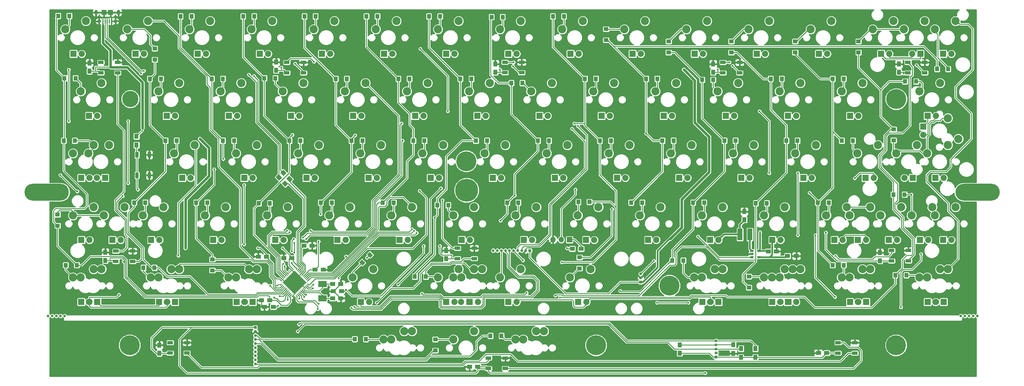
<source format=gbl>
G04 #@! TF.FileFunction,Copper,L2,Bot,Signal*
%FSLAX46Y46*%
G04 Gerber Fmt 4.6, Leading zero omitted, Abs format (unit mm)*
G04 Created by KiCad (PCBNEW 4.0.7+dfsg1-1) date Sat Oct 21 17:46:25 2017*
%MOMM*%
%LPD*%
G01*
G04 APERTURE LIST*
%ADD10C,0.100000*%
%ADD11R,0.850000X0.850000*%
%ADD12C,0.850000*%
%ADD13C,2.500000*%
%ADD14R,1.900000X1.900000*%
%ADD15C,1.900000*%
%ADD16R,1.500000X1.250000*%
%ADD17R,1.250000X1.500000*%
%ADD18R,1.200000X1.400000*%
%ADD19R,1.400000X1.200000*%
%ADD20R,1.500000X3.600000*%
%ADD21O,13.600000X5.200000*%
%ADD22C,5.000000*%
%ADD23C,6.100000*%
%ADD24C,7.000000*%
%ADD25R,1.300000X1.500000*%
%ADD26R,1.500000X1.300000*%
%ADD27R,1.651000X1.000000*%
%ADD28R,1.000000X1.700000*%
%ADD29R,1.060000X0.650000*%
%ADD30R,1.700000X1.700000*%
%ADD31O,1.700000X1.700000*%
%ADD32R,2.500000X1.900000*%
%ADD33R,1.500000X1.500000*%
%ADD34O,1.000000X1.550000*%
%ADD35O,1.250000X0.950000*%
%ADD36R,0.400000X1.350000*%
%ADD37C,0.800000*%
%ADD38C,0.600000*%
%ADD39C,0.250000*%
%ADD40C,0.500000*%
%ADD41C,0.750000*%
%ADD42C,0.254000*%
G04 APERTURE END LIST*
D10*
D11*
X245613750Y-124056250D03*
D12*
X245613750Y-122806250D03*
X245613750Y-121556250D03*
D10*
G36*
X140300495Y-119648444D02*
X140477272Y-119825221D01*
X139982297Y-120320196D01*
X139805520Y-120143419D01*
X140300495Y-119648444D01*
X140300495Y-119648444D01*
G37*
G36*
X140654048Y-120001997D02*
X140830825Y-120178774D01*
X140335850Y-120673749D01*
X140159073Y-120496972D01*
X140654048Y-120001997D01*
X140654048Y-120001997D01*
G37*
G36*
X141007602Y-120355551D02*
X141184379Y-120532328D01*
X140689404Y-121027303D01*
X140512627Y-120850526D01*
X141007602Y-120355551D01*
X141007602Y-120355551D01*
G37*
G36*
X141361155Y-120709104D02*
X141537932Y-120885881D01*
X141042957Y-121380856D01*
X140866180Y-121204079D01*
X141361155Y-120709104D01*
X141361155Y-120709104D01*
G37*
G36*
X141714709Y-121062658D02*
X141891486Y-121239435D01*
X141396511Y-121734410D01*
X141219734Y-121557633D01*
X141714709Y-121062658D01*
X141714709Y-121062658D01*
G37*
G36*
X142068262Y-121416211D02*
X142245039Y-121592988D01*
X141750064Y-122087963D01*
X141573287Y-121911186D01*
X142068262Y-121416211D01*
X142068262Y-121416211D01*
G37*
G36*
X142421815Y-121769764D02*
X142598592Y-121946541D01*
X142103617Y-122441516D01*
X141926840Y-122264739D01*
X142421815Y-121769764D01*
X142421815Y-121769764D01*
G37*
G36*
X142775369Y-122123318D02*
X142952146Y-122300095D01*
X142457171Y-122795070D01*
X142280394Y-122618293D01*
X142775369Y-122123318D01*
X142775369Y-122123318D01*
G37*
G36*
X143128922Y-122476871D02*
X143305699Y-122653648D01*
X142810724Y-123148623D01*
X142633947Y-122971846D01*
X143128922Y-122476871D01*
X143128922Y-122476871D01*
G37*
G36*
X143482476Y-122830425D02*
X143659253Y-123007202D01*
X143164278Y-123502177D01*
X142987501Y-123325400D01*
X143482476Y-122830425D01*
X143482476Y-122830425D01*
G37*
G36*
X143836029Y-123183978D02*
X144012806Y-123360755D01*
X143517831Y-123855730D01*
X143341054Y-123678953D01*
X143836029Y-123183978D01*
X143836029Y-123183978D01*
G37*
G36*
X144012806Y-124951745D02*
X143836029Y-125128522D01*
X143341054Y-124633547D01*
X143517831Y-124456770D01*
X144012806Y-124951745D01*
X144012806Y-124951745D01*
G37*
G36*
X143659253Y-125305298D02*
X143482476Y-125482075D01*
X142987501Y-124987100D01*
X143164278Y-124810323D01*
X143659253Y-125305298D01*
X143659253Y-125305298D01*
G37*
G36*
X143305699Y-125658852D02*
X143128922Y-125835629D01*
X142633947Y-125340654D01*
X142810724Y-125163877D01*
X143305699Y-125658852D01*
X143305699Y-125658852D01*
G37*
G36*
X142952146Y-126012405D02*
X142775369Y-126189182D01*
X142280394Y-125694207D01*
X142457171Y-125517430D01*
X142952146Y-126012405D01*
X142952146Y-126012405D01*
G37*
G36*
X142598592Y-126365959D02*
X142421815Y-126542736D01*
X141926840Y-126047761D01*
X142103617Y-125870984D01*
X142598592Y-126365959D01*
X142598592Y-126365959D01*
G37*
G36*
X142245039Y-126719512D02*
X142068262Y-126896289D01*
X141573287Y-126401314D01*
X141750064Y-126224537D01*
X142245039Y-126719512D01*
X142245039Y-126719512D01*
G37*
G36*
X141891486Y-127073065D02*
X141714709Y-127249842D01*
X141219734Y-126754867D01*
X141396511Y-126578090D01*
X141891486Y-127073065D01*
X141891486Y-127073065D01*
G37*
G36*
X141537932Y-127426619D02*
X141361155Y-127603396D01*
X140866180Y-127108421D01*
X141042957Y-126931644D01*
X141537932Y-127426619D01*
X141537932Y-127426619D01*
G37*
G36*
X141184379Y-127780172D02*
X141007602Y-127956949D01*
X140512627Y-127461974D01*
X140689404Y-127285197D01*
X141184379Y-127780172D01*
X141184379Y-127780172D01*
G37*
G36*
X140830825Y-128133726D02*
X140654048Y-128310503D01*
X140159073Y-127815528D01*
X140335850Y-127638751D01*
X140830825Y-128133726D01*
X140830825Y-128133726D01*
G37*
G36*
X140477272Y-128487279D02*
X140300495Y-128664056D01*
X139805520Y-128169081D01*
X139982297Y-127992304D01*
X140477272Y-128487279D01*
X140477272Y-128487279D01*
G37*
G36*
X139027703Y-127992304D02*
X139204480Y-128169081D01*
X138709505Y-128664056D01*
X138532728Y-128487279D01*
X139027703Y-127992304D01*
X139027703Y-127992304D01*
G37*
G36*
X138674150Y-127638751D02*
X138850927Y-127815528D01*
X138355952Y-128310503D01*
X138179175Y-128133726D01*
X138674150Y-127638751D01*
X138674150Y-127638751D01*
G37*
G36*
X138320596Y-127285197D02*
X138497373Y-127461974D01*
X138002398Y-127956949D01*
X137825621Y-127780172D01*
X138320596Y-127285197D01*
X138320596Y-127285197D01*
G37*
G36*
X137967043Y-126931644D02*
X138143820Y-127108421D01*
X137648845Y-127603396D01*
X137472068Y-127426619D01*
X137967043Y-126931644D01*
X137967043Y-126931644D01*
G37*
G36*
X137613489Y-126578090D02*
X137790266Y-126754867D01*
X137295291Y-127249842D01*
X137118514Y-127073065D01*
X137613489Y-126578090D01*
X137613489Y-126578090D01*
G37*
G36*
X137259936Y-126224537D02*
X137436713Y-126401314D01*
X136941738Y-126896289D01*
X136764961Y-126719512D01*
X137259936Y-126224537D01*
X137259936Y-126224537D01*
G37*
G36*
X136906383Y-125870984D02*
X137083160Y-126047761D01*
X136588185Y-126542736D01*
X136411408Y-126365959D01*
X136906383Y-125870984D01*
X136906383Y-125870984D01*
G37*
G36*
X136552829Y-125517430D02*
X136729606Y-125694207D01*
X136234631Y-126189182D01*
X136057854Y-126012405D01*
X136552829Y-125517430D01*
X136552829Y-125517430D01*
G37*
G36*
X136199276Y-125163877D02*
X136376053Y-125340654D01*
X135881078Y-125835629D01*
X135704301Y-125658852D01*
X136199276Y-125163877D01*
X136199276Y-125163877D01*
G37*
G36*
X135845722Y-124810323D02*
X136022499Y-124987100D01*
X135527524Y-125482075D01*
X135350747Y-125305298D01*
X135845722Y-124810323D01*
X135845722Y-124810323D01*
G37*
G36*
X135492169Y-124456770D02*
X135668946Y-124633547D01*
X135173971Y-125128522D01*
X134997194Y-124951745D01*
X135492169Y-124456770D01*
X135492169Y-124456770D01*
G37*
G36*
X135668946Y-123678953D02*
X135492169Y-123855730D01*
X134997194Y-123360755D01*
X135173971Y-123183978D01*
X135668946Y-123678953D01*
X135668946Y-123678953D01*
G37*
G36*
X136022499Y-123325400D02*
X135845722Y-123502177D01*
X135350747Y-123007202D01*
X135527524Y-122830425D01*
X136022499Y-123325400D01*
X136022499Y-123325400D01*
G37*
G36*
X136376053Y-122971846D02*
X136199276Y-123148623D01*
X135704301Y-122653648D01*
X135881078Y-122476871D01*
X136376053Y-122971846D01*
X136376053Y-122971846D01*
G37*
G36*
X136729606Y-122618293D02*
X136552829Y-122795070D01*
X136057854Y-122300095D01*
X136234631Y-122123318D01*
X136729606Y-122618293D01*
X136729606Y-122618293D01*
G37*
G36*
X137083160Y-122264739D02*
X136906383Y-122441516D01*
X136411408Y-121946541D01*
X136588185Y-121769764D01*
X137083160Y-122264739D01*
X137083160Y-122264739D01*
G37*
G36*
X137436713Y-121911186D02*
X137259936Y-122087963D01*
X136764961Y-121592988D01*
X136941738Y-121416211D01*
X137436713Y-121911186D01*
X137436713Y-121911186D01*
G37*
G36*
X137790266Y-121557633D02*
X137613489Y-121734410D01*
X137118514Y-121239435D01*
X137295291Y-121062658D01*
X137790266Y-121557633D01*
X137790266Y-121557633D01*
G37*
G36*
X138143820Y-121204079D02*
X137967043Y-121380856D01*
X137472068Y-120885881D01*
X137648845Y-120709104D01*
X138143820Y-121204079D01*
X138143820Y-121204079D01*
G37*
G36*
X138497373Y-120850526D02*
X138320596Y-121027303D01*
X137825621Y-120532328D01*
X138002398Y-120355551D01*
X138497373Y-120850526D01*
X138497373Y-120850526D01*
G37*
G36*
X138850927Y-120496972D02*
X138674150Y-120673749D01*
X138179175Y-120178774D01*
X138355952Y-120001997D01*
X138850927Y-120496972D01*
X138850927Y-120496972D01*
G37*
G36*
X139204480Y-120143419D02*
X139027703Y-120320196D01*
X138532728Y-119825221D01*
X138709505Y-119648444D01*
X139204480Y-120143419D01*
X139204480Y-120143419D01*
G37*
G36*
X139505000Y-125977050D02*
X140415400Y-126887450D01*
X139505000Y-127797850D01*
X138594600Y-126887450D01*
X139505000Y-125977050D01*
X139505000Y-125977050D01*
G37*
G36*
X138594600Y-125066650D02*
X139505000Y-125977050D01*
X138594600Y-126887450D01*
X137684200Y-125977050D01*
X138594600Y-125066650D01*
X138594600Y-125066650D01*
G37*
G36*
X137684200Y-124156250D02*
X138594600Y-125066650D01*
X137684200Y-125977050D01*
X136773800Y-125066650D01*
X137684200Y-124156250D01*
X137684200Y-124156250D01*
G37*
G36*
X136773800Y-123245850D02*
X137684200Y-124156250D01*
X136773800Y-125066650D01*
X135863400Y-124156250D01*
X136773800Y-123245850D01*
X136773800Y-123245850D01*
G37*
G36*
X140415400Y-125066650D02*
X141325800Y-125977050D01*
X140415400Y-126887450D01*
X139505000Y-125977050D01*
X140415400Y-125066650D01*
X140415400Y-125066650D01*
G37*
G36*
X139505000Y-124156250D02*
X140415400Y-125066650D01*
X139505000Y-125977050D01*
X138594600Y-125066650D01*
X139505000Y-124156250D01*
X139505000Y-124156250D01*
G37*
G36*
X138594600Y-123245850D02*
X139505000Y-124156250D01*
X138594600Y-125066650D01*
X137684200Y-124156250D01*
X138594600Y-123245850D01*
X138594600Y-123245850D01*
G37*
G36*
X137684200Y-122335450D02*
X138594600Y-123245850D01*
X137684200Y-124156250D01*
X136773800Y-123245850D01*
X137684200Y-122335450D01*
X137684200Y-122335450D01*
G37*
G36*
X141325800Y-124156250D02*
X142236200Y-125066650D01*
X141325800Y-125977050D01*
X140415400Y-125066650D01*
X141325800Y-124156250D01*
X141325800Y-124156250D01*
G37*
G36*
X140415400Y-123245850D02*
X141325800Y-124156250D01*
X140415400Y-125066650D01*
X139505000Y-124156250D01*
X140415400Y-123245850D01*
X140415400Y-123245850D01*
G37*
G36*
X139505000Y-122335450D02*
X140415400Y-123245850D01*
X139505000Y-124156250D01*
X138594600Y-123245850D01*
X139505000Y-122335450D01*
X139505000Y-122335450D01*
G37*
G36*
X138594600Y-121425050D02*
X139505000Y-122335450D01*
X138594600Y-123245850D01*
X137684200Y-122335450D01*
X138594600Y-121425050D01*
X138594600Y-121425050D01*
G37*
G36*
X142236200Y-123245850D02*
X143146600Y-124156250D01*
X142236200Y-125066650D01*
X141325800Y-124156250D01*
X142236200Y-123245850D01*
X142236200Y-123245850D01*
G37*
G36*
X141325800Y-122335450D02*
X142236200Y-123245850D01*
X141325800Y-124156250D01*
X140415400Y-123245850D01*
X141325800Y-122335450D01*
X141325800Y-122335450D01*
G37*
G36*
X140415400Y-121425050D02*
X141325800Y-122335450D01*
X140415400Y-123245850D01*
X139505000Y-122335450D01*
X140415400Y-121425050D01*
X140415400Y-121425050D01*
G37*
G36*
X139505000Y-120514650D02*
X140415400Y-121425050D01*
X139505000Y-122335450D01*
X138594600Y-121425050D01*
X139505000Y-120514650D01*
X139505000Y-120514650D01*
G37*
D13*
X71527500Y-122641250D03*
X77877500Y-120101250D03*
D14*
X71686250Y-53981250D03*
D15*
X74226250Y-53981250D03*
D14*
X76448750Y-73031250D03*
D15*
X78988750Y-73031250D03*
D14*
X74067500Y-92081250D03*
D15*
X76607500Y-92081250D03*
D14*
X81370000Y-92081250D03*
D15*
X78830000Y-92081250D03*
D14*
X74067500Y-111131250D03*
D15*
X76607500Y-111131250D03*
D14*
X95498750Y-111131250D03*
D15*
X98038750Y-111131250D03*
D14*
X74067500Y-130181250D03*
D15*
X76607500Y-130181250D03*
D14*
X78988750Y-130181250D03*
D15*
X76448750Y-130181250D03*
D14*
X90736250Y-53981250D03*
D15*
X93276250Y-53981250D03*
D14*
X100261250Y-73031250D03*
D15*
X102801250Y-73031250D03*
D14*
X105023750Y-92081250D03*
D15*
X107563750Y-92081250D03*
D14*
X83592500Y-111131250D03*
D15*
X86132500Y-111131250D03*
D14*
X97880000Y-130181250D03*
D15*
X100420000Y-130181250D03*
D14*
X102801250Y-130181250D03*
D15*
X100261250Y-130181250D03*
D14*
X109786250Y-53981250D03*
D15*
X112326250Y-53981250D03*
D14*
X119311250Y-73031250D03*
D15*
X121851250Y-73031250D03*
D14*
X124073750Y-92081250D03*
D15*
X126613750Y-92081250D03*
D14*
X114548750Y-111131250D03*
D15*
X117088750Y-111131250D03*
D14*
X121692500Y-130181250D03*
D15*
X124232500Y-130181250D03*
D14*
X126613750Y-130181250D03*
D15*
X124073750Y-130181250D03*
D14*
X128836250Y-53981250D03*
D15*
X131376250Y-53981250D03*
D14*
X138361250Y-73031250D03*
D15*
X140901250Y-73031250D03*
D14*
X143123750Y-92081250D03*
D15*
X145663750Y-92081250D03*
D14*
X133598750Y-111131250D03*
D15*
X136138750Y-111131250D03*
D14*
X147886250Y-53981250D03*
D15*
X150426250Y-53981250D03*
D14*
X157411250Y-73031250D03*
D15*
X159951250Y-73031250D03*
D14*
X162173750Y-92081250D03*
D15*
X164713750Y-92081250D03*
D14*
X152648750Y-111131250D03*
D15*
X155188750Y-111131250D03*
D14*
X166936250Y-53981250D03*
D15*
X169476250Y-53981250D03*
D14*
X176461250Y-73031250D03*
D15*
X179001250Y-73031250D03*
D14*
X181223750Y-92081250D03*
D15*
X183763750Y-92081250D03*
D14*
X171698750Y-111131250D03*
D15*
X174238750Y-111131250D03*
D14*
X185986250Y-53981250D03*
D15*
X188526250Y-53981250D03*
D14*
X195511250Y-73031250D03*
D15*
X198051250Y-73031250D03*
D14*
X200273750Y-92081250D03*
D15*
X202813750Y-92081250D03*
D14*
X190748750Y-111131250D03*
D15*
X193288750Y-111131250D03*
D14*
X205036250Y-130181250D03*
D15*
X207576250Y-130181250D03*
D14*
X193130000Y-130181250D03*
D15*
X195670000Y-130181250D03*
D14*
X185986250Y-130181250D03*
D15*
X188526250Y-130181250D03*
D14*
X205036250Y-53981250D03*
D15*
X207576250Y-53981250D03*
D14*
X214561250Y-73031250D03*
D15*
X217101250Y-73031250D03*
D14*
X219323750Y-92081250D03*
D15*
X221863750Y-92081250D03*
D14*
X209798750Y-111131250D03*
D15*
X212338750Y-111131250D03*
D14*
X224086250Y-53981250D03*
D15*
X226626250Y-53981250D03*
D14*
X233611250Y-73031250D03*
D15*
X236151250Y-73031250D03*
D14*
X238373750Y-92081250D03*
D15*
X240913750Y-92081250D03*
D14*
X228848750Y-111131250D03*
D15*
X231388750Y-111131250D03*
D14*
X243136250Y-53981250D03*
D15*
X245676250Y-53981250D03*
D14*
X252661250Y-73031250D03*
D15*
X255201250Y-73031250D03*
D14*
X257423750Y-92081250D03*
D15*
X259963750Y-92081250D03*
D14*
X247898750Y-111131250D03*
D15*
X250438750Y-111131250D03*
D14*
X338386250Y-53981250D03*
D15*
X340926250Y-53981250D03*
D14*
X262186250Y-53981250D03*
D15*
X264726250Y-53981250D03*
D14*
X271711250Y-73031250D03*
D15*
X274251250Y-73031250D03*
D14*
X276473750Y-92081250D03*
D15*
X279013750Y-92081250D03*
D14*
X266948750Y-111131250D03*
D15*
X269488750Y-111131250D03*
D14*
X264567500Y-130181250D03*
D15*
X267107500Y-130181250D03*
D14*
X269488750Y-130181250D03*
D15*
X266948750Y-130181250D03*
D14*
X281236250Y-53981250D03*
D15*
X283776250Y-53981250D03*
D14*
X290761250Y-73031250D03*
D15*
X293301250Y-73031250D03*
D14*
X295523750Y-92081250D03*
D15*
X298063750Y-92081250D03*
D14*
X285998750Y-111131250D03*
D15*
X288538750Y-111131250D03*
D14*
X285998750Y-130181250D03*
D15*
X288538750Y-130181250D03*
D14*
X290920000Y-130181250D03*
D15*
X288380000Y-130181250D03*
D14*
X290761250Y-130181250D03*
D15*
X293301250Y-130181250D03*
D14*
X300286250Y-53981250D03*
D15*
X302826250Y-53981250D03*
D14*
X309811250Y-73031250D03*
D15*
X312351250Y-73031250D03*
D14*
X314573750Y-92081250D03*
D15*
X317113750Y-92081250D03*
D14*
X305048750Y-111131250D03*
D15*
X307588750Y-111131250D03*
D14*
X312192500Y-111131250D03*
D15*
X314732500Y-111131250D03*
D14*
X321717500Y-111131250D03*
D15*
X324257500Y-111131250D03*
D14*
X309811250Y-130181250D03*
D15*
X312351250Y-130181250D03*
D14*
X314732500Y-130181250D03*
D15*
X312192500Y-130181250D03*
D14*
X319336250Y-53981250D03*
D15*
X321876250Y-53981250D03*
D14*
X331401250Y-53981250D03*
D15*
X328861250Y-53981250D03*
D14*
X333623750Y-73031250D03*
D15*
X336163750Y-73031250D03*
D14*
X329020000Y-92081250D03*
D15*
X326480000Y-92081250D03*
D14*
X336005000Y-92081250D03*
D15*
X338545000Y-92081250D03*
D14*
X332248750Y-76286250D03*
D15*
X332248750Y-78826250D03*
D14*
X331242500Y-111131250D03*
D15*
X333782500Y-111131250D03*
D14*
X338386250Y-111131250D03*
D15*
X340926250Y-111131250D03*
D14*
X333623750Y-130181250D03*
D15*
X336163750Y-130181250D03*
D14*
X338545000Y-130181250D03*
D15*
X336005000Y-130181250D03*
D16*
X151163750Y-124656250D03*
X153663750Y-124656250D03*
X151163750Y-129056250D03*
X153663750Y-129056250D03*
X138663750Y-116656250D03*
X136163750Y-116656250D03*
X131855000Y-129656250D03*
X129355000Y-129656250D03*
X153863750Y-126856250D03*
X151363750Y-126856250D03*
X145763750Y-120256250D03*
X148263750Y-120256250D03*
X130863750Y-116256250D03*
X128363750Y-116256250D03*
X142363750Y-112856250D03*
X144863750Y-112856250D03*
D17*
X257605000Y-143406250D03*
X257605000Y-145906250D03*
D16*
X287263750Y-114656250D03*
X284763750Y-114656250D03*
D17*
X277413750Y-102406250D03*
X277413750Y-104906250D03*
X186005000Y-116906250D03*
X186005000Y-114406250D03*
X81445000Y-117431250D03*
X81445000Y-114931250D03*
X76605000Y-59306250D03*
X76605000Y-56806250D03*
X133845000Y-59031250D03*
X133845000Y-56531250D03*
X201045000Y-59631250D03*
X201045000Y-57131250D03*
X267845000Y-59631250D03*
X267845000Y-57131250D03*
X324845000Y-59631250D03*
X324845000Y-57131250D03*
X319005000Y-117506250D03*
X319005000Y-115006250D03*
D16*
X302655000Y-145856250D03*
X300155000Y-145856250D03*
X195655000Y-150056250D03*
X193155000Y-150056250D03*
D17*
X98030000Y-145931250D03*
X98030000Y-143431250D03*
D18*
X66993750Y-42337500D03*
X70393750Y-42337500D03*
X68913750Y-61456250D03*
X72313750Y-61456250D03*
X68705000Y-80656250D03*
X72105000Y-80656250D03*
D19*
X66805000Y-106756250D03*
X66805000Y-103356250D03*
D18*
X72705000Y-118856250D03*
X69305000Y-118856250D03*
X180705000Y-42456250D03*
X184105000Y-42456250D03*
D19*
X96613750Y-55756250D03*
X96613750Y-52356250D03*
D18*
X95105000Y-61656250D03*
X98505000Y-61656250D03*
X99905000Y-80656250D03*
X103305000Y-80656250D03*
X90305000Y-99656250D03*
X93705000Y-99656250D03*
X96513750Y-119656250D03*
X93113750Y-119656250D03*
X104505000Y-42456250D03*
X107905000Y-42456250D03*
X114105000Y-61656250D03*
X117505000Y-61656250D03*
X117513750Y-80656250D03*
X120913750Y-80656250D03*
X109305000Y-99656250D03*
X112705000Y-99656250D03*
D19*
X114245000Y-117081250D03*
X114245000Y-120481250D03*
D18*
X123705000Y-42456250D03*
X127105000Y-42456250D03*
X130205000Y-61456250D03*
X133605000Y-61456250D03*
X137905000Y-80656250D03*
X141305000Y-80656250D03*
X128505000Y-99856250D03*
X131905000Y-99856250D03*
X157945000Y-141581250D03*
X161345000Y-141581250D03*
X142505000Y-42456250D03*
X145905000Y-42456250D03*
X152105000Y-61656250D03*
X155505000Y-61656250D03*
X156905000Y-80656250D03*
X160305000Y-80656250D03*
X147505000Y-99656250D03*
X150905000Y-99656250D03*
D19*
X182645000Y-145081250D03*
X182645000Y-141681250D03*
D18*
X161505000Y-42456250D03*
X164905000Y-42456250D03*
X171305000Y-61656250D03*
X174705000Y-61656250D03*
X175905000Y-80656250D03*
X179305000Y-80656250D03*
X166505000Y-99656250D03*
X169905000Y-99656250D03*
D10*
G36*
X162686543Y-116573407D02*
X161696593Y-115583457D01*
X162545121Y-114734929D01*
X163535071Y-115724879D01*
X162686543Y-116573407D01*
X162686543Y-116573407D01*
G37*
G36*
X160282379Y-118977571D02*
X159292429Y-117987621D01*
X160140957Y-117139093D01*
X161130907Y-118129043D01*
X160282379Y-118977571D01*
X160282379Y-118977571D01*
G37*
D18*
X190305000Y-61656250D03*
X193705000Y-61656250D03*
X195105000Y-80656250D03*
X198505000Y-80656250D03*
X183230000Y-100456250D03*
X186630000Y-100456250D03*
X176345000Y-122381250D03*
X179745000Y-122381250D03*
X199905000Y-42656250D03*
X203305000Y-42656250D03*
X205955000Y-62956250D03*
X209355000Y-62956250D03*
X214105000Y-80656250D03*
X217505000Y-80656250D03*
X204705000Y-99656250D03*
X208105000Y-99656250D03*
X218705000Y-42456250D03*
X222105000Y-42456250D03*
X228505000Y-61656250D03*
X231905000Y-61656250D03*
X233105000Y-80656250D03*
X236505000Y-80656250D03*
X229913750Y-99456250D03*
X226513750Y-99456250D03*
D19*
X235005000Y-49756250D03*
X235005000Y-46356250D03*
D18*
X247305000Y-61656250D03*
X250705000Y-61656250D03*
X252305000Y-80656250D03*
X255705000Y-80656250D03*
X242705000Y-99656250D03*
X246105000Y-99656250D03*
X336505000Y-58656250D03*
X339905000Y-58656250D03*
D19*
X254205000Y-53556250D03*
X254205000Y-50156250D03*
D18*
X264455000Y-61956250D03*
X267855000Y-61956250D03*
X271305000Y-80656250D03*
X274705000Y-80656250D03*
X261705000Y-99656250D03*
X265105000Y-99656250D03*
X255305000Y-117456250D03*
X258705000Y-117456250D03*
D19*
X273405000Y-53556250D03*
X273405000Y-50156250D03*
D18*
X285505000Y-61656250D03*
X288905000Y-61656250D03*
X290305000Y-80656250D03*
X293705000Y-80656250D03*
X280905000Y-99856250D03*
X284305000Y-99856250D03*
D19*
X278813750Y-125756250D03*
X278813750Y-122356250D03*
D18*
X304505000Y-61656250D03*
X307905000Y-61656250D03*
X307313750Y-80656250D03*
X310713750Y-80656250D03*
X299905000Y-99656250D03*
X303305000Y-99656250D03*
X304505000Y-118856250D03*
X307905000Y-118856250D03*
D19*
X312413750Y-53556250D03*
X312413750Y-50156250D03*
D18*
X326705000Y-62456250D03*
X330105000Y-62456250D03*
D19*
X323213750Y-77156250D03*
X323213750Y-80556250D03*
D18*
X323145000Y-97181250D03*
X326545000Y-97181250D03*
X323705000Y-121956250D03*
X327105000Y-121956250D03*
D13*
X69138750Y-46441250D03*
X75488750Y-43901250D03*
X309652500Y-122641250D03*
X316002500Y-120101250D03*
X73908750Y-65491250D03*
X80258750Y-62951250D03*
X76263750Y-84541250D03*
X82613750Y-82001250D03*
X71501250Y-84541250D03*
X77851250Y-82001250D03*
X73908750Y-122641250D03*
X80258750Y-120101250D03*
X88196250Y-46441250D03*
X94546250Y-43901250D03*
X97721250Y-65491250D03*
X104071250Y-62951250D03*
X102483750Y-84541250D03*
X108833750Y-82001250D03*
X92958750Y-103591250D03*
X99308750Y-101051250D03*
X95340000Y-122641250D03*
X101690000Y-120101250D03*
X97721250Y-122641250D03*
X104071250Y-120101250D03*
X107246250Y-46441250D03*
X113596250Y-43901250D03*
X116771250Y-65491250D03*
X123121250Y-62951250D03*
X121533750Y-84541250D03*
X127883750Y-82001250D03*
X112008750Y-103591250D03*
X118358750Y-101051250D03*
X119152500Y-122641250D03*
X125502500Y-120101250D03*
X121533750Y-122641250D03*
X127883750Y-120101250D03*
X126296250Y-46441250D03*
X132646250Y-43901250D03*
X135821250Y-65491250D03*
X142171250Y-62951250D03*
X140583750Y-84541250D03*
X146933750Y-82001250D03*
X131058750Y-103591250D03*
X137408750Y-101051250D03*
X169158750Y-141691250D03*
X175508750Y-139151250D03*
X166777500Y-141691250D03*
X173127500Y-139151250D03*
X145346250Y-46441250D03*
X151696250Y-43901250D03*
X154871250Y-65491250D03*
X161221250Y-62951250D03*
X159633750Y-84541250D03*
X165983750Y-82001250D03*
X150108750Y-103591250D03*
X156458750Y-101051250D03*
X188208750Y-141691250D03*
X194558750Y-139151250D03*
X164396250Y-46441250D03*
X170746250Y-43901250D03*
X173921250Y-65491250D03*
X180271250Y-62951250D03*
X178683750Y-84541250D03*
X185033750Y-82001250D03*
X169158750Y-103591250D03*
X175508750Y-101051250D03*
X183446250Y-46441250D03*
X189796250Y-43901250D03*
X192971250Y-65491250D03*
X199321250Y-62951250D03*
X197733750Y-84541250D03*
X204083750Y-82001250D03*
X188208750Y-103591250D03*
X194558750Y-101051250D03*
X202496250Y-46441250D03*
X208846250Y-43901250D03*
X212021250Y-65491250D03*
X218371250Y-62951250D03*
X216783750Y-84541250D03*
X223133750Y-82001250D03*
X207258750Y-103591250D03*
X213608750Y-101051250D03*
X221546250Y-46441250D03*
X227896250Y-43901250D03*
X231071250Y-65491250D03*
X237421250Y-62951250D03*
X235833750Y-84541250D03*
X242183750Y-82001250D03*
X226308750Y-103591250D03*
X232658750Y-101051250D03*
X240596250Y-46441250D03*
X246946250Y-43901250D03*
X250121250Y-65491250D03*
X256471250Y-62951250D03*
X254883750Y-84541250D03*
X261233750Y-82001250D03*
X245358750Y-103591250D03*
X251708750Y-101051250D03*
X335846250Y-46441250D03*
X342196250Y-43901250D03*
X259646250Y-46441250D03*
X265996250Y-43901250D03*
X269171250Y-65491250D03*
X275521250Y-62951250D03*
X273933750Y-84541250D03*
X280283750Y-82001250D03*
X264408750Y-103591250D03*
X270758750Y-101051250D03*
X262027500Y-122641250D03*
X268377500Y-120101250D03*
X264408750Y-122641250D03*
X270758750Y-120101250D03*
X278696250Y-46441250D03*
X285046250Y-43901250D03*
X288221250Y-65491250D03*
X294571250Y-62951250D03*
X292983750Y-84541250D03*
X299333750Y-82001250D03*
X283458750Y-103591250D03*
X289808750Y-101051250D03*
X288221250Y-122641250D03*
X294571250Y-120101250D03*
X285840000Y-122641250D03*
X292190000Y-120101250D03*
X283458750Y-122641250D03*
X289808750Y-120101250D03*
X297746250Y-46441250D03*
X304096250Y-43901250D03*
X307271250Y-65491250D03*
X313621250Y-62951250D03*
X312033750Y-84541250D03*
X318383750Y-82001250D03*
X302508750Y-103591250D03*
X308858750Y-101051250D03*
X307271250Y-122641250D03*
X313621250Y-120101250D03*
X316770000Y-46441250D03*
X323120000Y-43901250D03*
X331083750Y-65491250D03*
X337433750Y-62951250D03*
X333465000Y-84541250D03*
X339815000Y-82001250D03*
X339788750Y-73746250D03*
X343058750Y-80096250D03*
X335846250Y-103591250D03*
X342196250Y-101051250D03*
X328702500Y-103591250D03*
X335052500Y-101051250D03*
X333465000Y-122641250D03*
X339815000Y-120101250D03*
X331083750Y-122641250D03*
X337433750Y-120101250D03*
D19*
X293013750Y-53556250D03*
X293013750Y-50156250D03*
D20*
X279138750Y-109456250D03*
X276088750Y-109456250D03*
D21*
X63431250Y-96456250D03*
D22*
X89131250Y-67856250D03*
D23*
X192131250Y-86956250D03*
X254431250Y-125156250D03*
X323981250Y-67856250D03*
D21*
X348931250Y-96456250D03*
D24*
X192213750Y-95856250D03*
D23*
X88931250Y-143456250D03*
X231931250Y-143456250D03*
X323931250Y-143456250D03*
D11*
X211645000Y-114381250D03*
D12*
X210395000Y-114381250D03*
X209145000Y-114381250D03*
X207895000Y-114381250D03*
X206645000Y-114381250D03*
X205395000Y-114381250D03*
X204145000Y-114381250D03*
X202895000Y-114381250D03*
X201645000Y-114381250D03*
X200395000Y-114381250D03*
D11*
X127431250Y-137956250D03*
D12*
X127431250Y-139206250D03*
X127431250Y-140456250D03*
X127431250Y-141706250D03*
X127431250Y-142956250D03*
X127431250Y-144206250D03*
X127431250Y-145456250D03*
X127431250Y-146706250D03*
X127431250Y-147956250D03*
X127431250Y-149206250D03*
D11*
X268718750Y-147112500D03*
D12*
X268718750Y-145862500D03*
X268718750Y-144612500D03*
X268718750Y-143362500D03*
X268718750Y-142112500D03*
D25*
X91005000Y-79306250D03*
X91005000Y-82006250D03*
D26*
X130255000Y-131656250D03*
X132955000Y-131656250D03*
D10*
G36*
X137558293Y-93881555D02*
X136639055Y-94800793D01*
X135578395Y-93740133D01*
X136497633Y-92820895D01*
X137558293Y-93881555D01*
X137558293Y-93881555D01*
G37*
G36*
X135649105Y-91972367D02*
X134729867Y-92891605D01*
X133669207Y-91830945D01*
X134588445Y-90911707D01*
X135649105Y-91972367D01*
X135649105Y-91972367D01*
G37*
G36*
X138949543Y-92481555D02*
X138030305Y-93400793D01*
X136969645Y-92340133D01*
X137888883Y-91420895D01*
X138949543Y-92481555D01*
X138949543Y-92481555D01*
G37*
G36*
X137040355Y-90572367D02*
X136121117Y-91491605D01*
X135060457Y-90430945D01*
X135979695Y-89511707D01*
X137040355Y-90572367D01*
X137040355Y-90572367D01*
G37*
D26*
X293363750Y-116056250D03*
X290663750Y-116056250D03*
X224655000Y-113856250D03*
X227355000Y-113856250D03*
D25*
X280805000Y-147206250D03*
X280805000Y-144506250D03*
X276405000Y-147206250D03*
X276405000Y-144506250D03*
X274005000Y-143306250D03*
X274005000Y-146006250D03*
D27*
X189428000Y-116856250D03*
X194582000Y-116856250D03*
X194582000Y-113656250D03*
X189428000Y-113656250D03*
X84666750Y-117731250D03*
X89820750Y-117731250D03*
X89820750Y-114531250D03*
X84666750Y-114531250D03*
X80078000Y-59806250D03*
X85232000Y-59806250D03*
X85232000Y-56606250D03*
X80078000Y-56606250D03*
X137078000Y-59806250D03*
X142232000Y-59806250D03*
X142232000Y-56606250D03*
X137078000Y-56606250D03*
X203978000Y-59756250D03*
X209132000Y-59756250D03*
X209132000Y-56556250D03*
X203978000Y-56556250D03*
X270828000Y-59806250D03*
X275982000Y-59806250D03*
X275982000Y-56606250D03*
X270828000Y-56606250D03*
X327578000Y-59806250D03*
X332732000Y-59806250D03*
X332732000Y-56606250D03*
X327578000Y-56606250D03*
X322578000Y-117556250D03*
X327732000Y-117556250D03*
X327732000Y-114356250D03*
X322578000Y-114356250D03*
X306153000Y-145881250D03*
X311307000Y-145881250D03*
X311307000Y-142681250D03*
X306153000Y-142681250D03*
X198966750Y-150593750D03*
X204120750Y-150593750D03*
X204120750Y-147393750D03*
X198966750Y-147393750D03*
X101328000Y-145856250D03*
X106482000Y-145856250D03*
X106482000Y-142656250D03*
X101328000Y-142656250D03*
D28*
X94956250Y-91281250D03*
X94956250Y-84981250D03*
X91156250Y-91281250D03*
X91156250Y-84981250D03*
D29*
X279713750Y-116406250D03*
X279713750Y-115456250D03*
X279713750Y-114506250D03*
X281913750Y-114506250D03*
X281913750Y-116406250D03*
D13*
X309652500Y-103591250D03*
X316002500Y-101051250D03*
D30*
X223805000Y-111056250D03*
D31*
X221265000Y-111056250D03*
X218725000Y-111056250D03*
D13*
X326321250Y-46441250D03*
X332671250Y-43901250D03*
X323940000Y-84541250D03*
X330290000Y-82001250D03*
X319177500Y-103591250D03*
X325527500Y-101051250D03*
X183446250Y-122641250D03*
X189796250Y-120101250D03*
X190590000Y-122641250D03*
X196940000Y-120101250D03*
X202496250Y-122641250D03*
X208846250Y-120101250D03*
X81026250Y-103591250D03*
X87376250Y-101051250D03*
X71501250Y-103591250D03*
X77851250Y-101051250D03*
D19*
X226845000Y-116481250D03*
X226845000Y-119881250D03*
D18*
X199545000Y-140581250D03*
X202945000Y-140581250D03*
D13*
X207232500Y-141691250D03*
X213582500Y-139151250D03*
X209613750Y-141691250D03*
X215963750Y-139151250D03*
X188191250Y-122641250D03*
X194541250Y-120101250D03*
D14*
X159775000Y-130181250D03*
D15*
X162315000Y-130181250D03*
D14*
X226450000Y-130181250D03*
D15*
X228990000Y-130181250D03*
D32*
X148013750Y-124656250D03*
X148013750Y-129056250D03*
D13*
X157235000Y-122641250D03*
X163585000Y-120101250D03*
X223910000Y-122641250D03*
X230260000Y-120101250D03*
D14*
X193115000Y-130181250D03*
D15*
X190575000Y-130181250D03*
D33*
X83045000Y-41281250D03*
D34*
X85495000Y-41281250D03*
D35*
X84545000Y-43931250D03*
D36*
X82045000Y-43981250D03*
X82695000Y-43981250D03*
X83345000Y-43981250D03*
X81395000Y-43981250D03*
X80745000Y-43981250D03*
D35*
X79545000Y-43981250D03*
D34*
X78595000Y-41281250D03*
D33*
X81045000Y-41281250D03*
D37*
X343825000Y-134456250D03*
X345095000Y-134456250D03*
X348905000Y-134456250D03*
X347635000Y-134456250D03*
X346365000Y-134456250D03*
X68985000Y-134456250D03*
X67715000Y-134456250D03*
X63905000Y-134456250D03*
X65175000Y-134456250D03*
X66445000Y-134456250D03*
D38*
X178045000Y-52456250D03*
X186445000Y-71581250D03*
X285045000Y-90631244D03*
X282045000Y-71612500D03*
X260245000Y-130381250D03*
X250645000Y-130381250D03*
X293805000Y-109656250D03*
X293845000Y-90581250D03*
X305213750Y-128656250D03*
X299213750Y-109656250D03*
X85613750Y-127981250D03*
X331613750Y-115456250D03*
X325445000Y-131781250D03*
X311245000Y-92181250D03*
X124013750Y-94256250D03*
X124013750Y-112456250D03*
X88413750Y-74656250D03*
X88413750Y-93656250D03*
X70213750Y-74656250D03*
X70213750Y-58856250D03*
X136773800Y-124156250D03*
X214613750Y-111056250D03*
X265445000Y-151981250D03*
X135445000Y-58181250D03*
X88150024Y-58076226D03*
X92845000Y-76781250D03*
X269245000Y-58781250D03*
X202445000Y-58781250D03*
X87045000Y-117756252D03*
X146845000Y-111581250D03*
X184045000Y-112981250D03*
X179045000Y-112981250D03*
X258845000Y-58781250D03*
X326245000Y-59981250D03*
X145045000Y-125981250D03*
X155213750Y-126456250D03*
X135813750Y-113656250D03*
X106013750Y-113656250D03*
X110413750Y-80056250D03*
X302413750Y-108856250D03*
X254613750Y-110856250D03*
X128213750Y-113656250D03*
X282213750Y-108756250D03*
X175445000Y-107781250D03*
X182445000Y-104241250D03*
X114813750Y-89456250D03*
X117613750Y-86256250D03*
X226345000Y-76181250D03*
X138813750Y-78856250D03*
X224545000Y-76981250D03*
X158045000Y-78981250D03*
X147413750Y-103256250D03*
X137205000Y-108256250D03*
X155245000Y-116181250D03*
X161645000Y-116581250D03*
X176145000Y-108281250D03*
X202645000Y-105181250D03*
X236813750Y-101656250D03*
X207005000Y-97456250D03*
X209545000Y-117381250D03*
X221445000Y-117981250D03*
X172245000Y-75381250D03*
X225245000Y-75381250D03*
X138645000Y-114581250D03*
X142013750Y-110456250D03*
X139213750Y-110856250D03*
X136013750Y-118456250D03*
X247305000Y-78441250D03*
X139445000Y-114981250D03*
X143013750Y-110856250D03*
X136405000Y-119256250D03*
X139413750Y-112056250D03*
X172613750Y-80656250D03*
X239345000Y-126781250D03*
X140905000Y-129156250D03*
X142413750Y-128656250D03*
X219445000Y-128181250D03*
X184345000Y-95281250D03*
X297405000Y-96656250D03*
X171245000Y-124781250D03*
X143045000Y-127981250D03*
X220845000Y-128781250D03*
X210645000Y-127381250D03*
X178545000Y-127581250D03*
X137413750Y-129456250D03*
X328645000Y-97181250D03*
X92445000Y-59981250D03*
X125445000Y-60381250D03*
X93245000Y-59181250D03*
X127045000Y-60781250D03*
X305345000Y-115981250D03*
X249645000Y-117581250D03*
X133245000Y-128781250D03*
X144413750Y-108256250D03*
X138005000Y-108756250D03*
X132045000Y-125181250D03*
X103813750Y-115950000D03*
X72845000Y-96181250D03*
X67645000Y-91181250D03*
X225605000Y-95656250D03*
X156945000Y-131981250D03*
X146645000Y-132381250D03*
X146845000Y-130781250D03*
X157845000Y-131681250D03*
X140805000Y-137056250D03*
X140445000Y-139181250D03*
X177813750Y-96056250D03*
X91413750Y-95656250D03*
X153013750Y-122856250D03*
X145213750Y-124856250D03*
X134445000Y-131381250D03*
X134105000Y-125156250D03*
X223005000Y-113656250D03*
X138613750Y-118256250D03*
X164645000Y-130381250D03*
X134905000Y-128356250D03*
X86745000Y-97681250D03*
X184845000Y-98881250D03*
X139645000Y-56981250D03*
X80245000Y-56581250D03*
X145445000Y-56381250D03*
X206445000Y-57781250D03*
X206645000Y-56581250D03*
X273805000Y-57656250D03*
X272845000Y-56581250D03*
X330205000Y-57456250D03*
X176945000Y-108981250D03*
X263213750Y-110056250D03*
D39*
X78988750Y-130181250D02*
X78988750Y-130225000D01*
X78988750Y-130225000D02*
X80094998Y-131331248D01*
X80094998Y-131331248D02*
X97795002Y-131331248D01*
X97795002Y-131331248D02*
X97880000Y-131246250D01*
X97880000Y-131246250D02*
X97880000Y-130181250D01*
X186445000Y-71581250D02*
X186445000Y-60856250D01*
X186445000Y-60856250D02*
X178045000Y-52456250D01*
X331401250Y-53981250D02*
X331401250Y-55425000D01*
X319336250Y-53981250D02*
X319336250Y-54072500D01*
X319336250Y-54072500D02*
X320745000Y-55481250D01*
X331345000Y-55481250D02*
X331401250Y-55425000D01*
X320745000Y-55481250D02*
X331345000Y-55481250D01*
X282045000Y-71612500D02*
X282076250Y-71612500D01*
X282076250Y-71612500D02*
X285045000Y-74581250D01*
X285045000Y-74581250D02*
X285045000Y-88981250D01*
X285045000Y-88981250D02*
X285045000Y-90631244D01*
X333623750Y-73031250D02*
X333623750Y-74911250D01*
X333623750Y-74911250D02*
X332248750Y-76286250D01*
X168845000Y-128381250D02*
X184031396Y-128381250D01*
X184031396Y-128381250D02*
X185831396Y-130181250D01*
X185831396Y-130181250D02*
X185986250Y-130181250D01*
X260245000Y-130381250D02*
X250645000Y-130381250D01*
X293805000Y-109656250D02*
X293805000Y-90621250D01*
X293805000Y-90621250D02*
X293845000Y-90581250D01*
X159775000Y-131581250D02*
X165645000Y-131581250D01*
X165645000Y-131581250D02*
X168845000Y-128381250D01*
X159775000Y-131581250D02*
X159775000Y-130181250D01*
X185986250Y-130181250D02*
X185445000Y-130181250D01*
X299213750Y-109656250D02*
X299213750Y-122656250D01*
X299213750Y-122656250D02*
X305213750Y-128656250D01*
D40*
X281913750Y-116406250D02*
X290313750Y-116406250D01*
X290313750Y-116406250D02*
X290663750Y-116056250D01*
X285998750Y-111131250D02*
X285998750Y-115641250D01*
X285233750Y-116406250D02*
X281913750Y-116406250D01*
X285998750Y-115641250D02*
X285233750Y-116406250D01*
X73680000Y-111131250D02*
X74067500Y-111131250D01*
D39*
X76607500Y-128681250D02*
X84913750Y-128681250D01*
X84913750Y-128681250D02*
X85613750Y-127981250D01*
X76607500Y-130181250D02*
X76607500Y-131443750D01*
X100420000Y-131406250D02*
X100420000Y-130181250D01*
X100045000Y-131781250D02*
X100420000Y-131406250D01*
X76945000Y-131781250D02*
X100045000Y-131781250D01*
X76607500Y-131443750D02*
X76945000Y-131781250D01*
X76607500Y-128681250D02*
X76607500Y-130181250D01*
X326745000Y-55031248D02*
X328745000Y-55031248D01*
X328745000Y-55031248D02*
X328861250Y-54914998D01*
X328861250Y-54914998D02*
X328861250Y-53981250D01*
X328861250Y-53981250D02*
X328861250Y-54114998D01*
X322045000Y-55031248D02*
X321876250Y-54862498D01*
X326745000Y-55031248D02*
X322045000Y-55031248D01*
X321876250Y-54862498D02*
X321876250Y-53981250D01*
X222645000Y-129481250D02*
X208276250Y-129481250D01*
X208276250Y-129481250D02*
X207576250Y-130181250D01*
X333745000Y-76281250D02*
X333745000Y-75426398D01*
X333745000Y-75426398D02*
X334690148Y-74481250D01*
X334690148Y-74481250D02*
X335345000Y-74481250D01*
X335345000Y-74481250D02*
X336163750Y-73662500D01*
X336163750Y-73662500D02*
X336163750Y-73031250D01*
X332248750Y-78826250D02*
X333500000Y-78826250D01*
X333745000Y-75426398D02*
X334690148Y-74481250D01*
X333745000Y-78581250D02*
X333745000Y-76281250D01*
X333500000Y-78826250D02*
X333745000Y-78581250D01*
X225045000Y-131381250D02*
X225445000Y-131781250D01*
X228045000Y-131781250D02*
X225445000Y-131781250D01*
X228990000Y-130836250D02*
X228045000Y-131781250D01*
X222645000Y-129481250D02*
X224545000Y-129481250D01*
X224545000Y-129481250D02*
X225045000Y-129981250D01*
X225045000Y-129981250D02*
X225045000Y-131381250D01*
X228990000Y-130181250D02*
X228990000Y-130836250D01*
X266813750Y-128656250D02*
X261206398Y-128656250D01*
X261206398Y-128656250D02*
X260731392Y-129131256D01*
X230039994Y-129131256D02*
X228990000Y-130181250D01*
X260731392Y-129131256D02*
X230039994Y-129131256D01*
X229590000Y-129581250D02*
X228990000Y-130181250D01*
X326116398Y-120181250D02*
X328845000Y-120181250D01*
X331613750Y-117412500D02*
X331613750Y-115456250D01*
X328845000Y-120181250D02*
X331613750Y-117412500D01*
X325445000Y-131781250D02*
X325445000Y-120852648D01*
X326116398Y-120181250D02*
X325445000Y-120852648D01*
X317113750Y-90850000D02*
X317113750Y-92081250D01*
X316845000Y-90581250D02*
X317113750Y-90850000D01*
X312845000Y-90581250D02*
X316845000Y-90581250D01*
X311245000Y-92181250D02*
X312845000Y-90581250D01*
X266813750Y-128656250D02*
X267107500Y-128950000D01*
X267107500Y-128950000D02*
X267107500Y-130181250D01*
X307588750Y-111131250D02*
X307588750Y-110481250D01*
X307588750Y-110481250D02*
X308413750Y-109656250D01*
X314732500Y-110175000D02*
X314732500Y-111131250D01*
X314213750Y-109656250D02*
X314732500Y-110175000D01*
X308413750Y-109656250D02*
X314213750Y-109656250D01*
X124013750Y-94256250D02*
X124013750Y-112456250D01*
X88413750Y-74656250D02*
X88413750Y-93656250D01*
X70213750Y-58856250D02*
X70213750Y-74656250D01*
D40*
X277413750Y-104906250D02*
X277663750Y-104906250D01*
X277663750Y-104906250D02*
X276088750Y-106481250D01*
X276088750Y-106481250D02*
X276088750Y-109456250D01*
X276088750Y-109456250D02*
X271163750Y-109456250D01*
X271163750Y-109456250D02*
X269488750Y-111131250D01*
X269688750Y-111331250D02*
X269488750Y-111131250D01*
D39*
X267107500Y-129358750D02*
X267107500Y-130181250D01*
X142813750Y-126806248D02*
X147020002Y-126806248D01*
X148013750Y-125812500D02*
X148013750Y-124656250D01*
X147020002Y-126806248D02*
X148013750Y-125812500D01*
X148013750Y-124656250D02*
X151163750Y-124656250D01*
X142262716Y-126206860D02*
X142262716Y-126255214D01*
X142262716Y-126255214D02*
X142813750Y-126806248D01*
X148213750Y-124656250D02*
X149213750Y-124656250D01*
X149213750Y-125456250D02*
X149213750Y-124656250D01*
X142262716Y-126206860D02*
X142262716Y-126213966D01*
X268718750Y-145862500D02*
X273861250Y-145862500D01*
X273861250Y-145862500D02*
X274005000Y-146006250D01*
X136163750Y-116656250D02*
X136163750Y-117406250D01*
X136163750Y-117406250D02*
X137213750Y-118456250D01*
X137213750Y-118456250D02*
X137213750Y-119036572D01*
X137213750Y-119036572D02*
X138515051Y-120337873D01*
X84295000Y-43981250D02*
X84345000Y-43931250D01*
X135686623Y-123166301D02*
X135630051Y-123166301D01*
X135630051Y-123166301D02*
X134845000Y-122381250D01*
X140415400Y-122335450D02*
X140618694Y-122335450D01*
X140618694Y-122335450D02*
X141555610Y-121398534D01*
X210395000Y-114381250D02*
X210395000Y-113831250D01*
X216299996Y-113481254D02*
X218725000Y-111056250D01*
X210744996Y-113481254D02*
X216299996Y-113481254D01*
X210395000Y-113831250D02*
X210744996Y-113481254D01*
X151363750Y-126856250D02*
X151463750Y-126856250D01*
X151463750Y-126856250D02*
X153663750Y-129056250D01*
X151363750Y-126856250D02*
X151413750Y-126856250D01*
X151413750Y-126856250D02*
X153613750Y-124656250D01*
X153613750Y-124656250D02*
X153663750Y-124656250D01*
X135686623Y-123166301D02*
X135723801Y-123166301D01*
X135723801Y-123166301D02*
X136713750Y-124156250D01*
X136713750Y-124156250D02*
X136773800Y-124156250D01*
X144863750Y-112856250D02*
X144863750Y-111906250D01*
X144863750Y-111906250D02*
X144613750Y-111656250D01*
X144613750Y-111656250D02*
X141163748Y-111656250D01*
X145555000Y-113256250D02*
X145555000Y-112797500D01*
X141163748Y-117897054D02*
X141163748Y-111656250D01*
X89820750Y-114531250D02*
X89538750Y-114531250D01*
X135686623Y-123166301D02*
X135686623Y-123095591D01*
X135686623Y-123166301D02*
X135615915Y-123166301D01*
X128963750Y-116256250D02*
X127813750Y-116256250D01*
X141163748Y-117897054D02*
X142355006Y-119088312D01*
X141555610Y-121327824D02*
X142355006Y-120528428D01*
X142355006Y-120528428D02*
X142355006Y-119088312D01*
X142616270Y-125853306D02*
X142610806Y-125853306D01*
X142610806Y-125853306D02*
X141824150Y-125066650D01*
X141824150Y-125066650D02*
X141325800Y-125066650D01*
X148463750Y-120456250D02*
X148263750Y-120256250D01*
X148813750Y-120256250D02*
X148263750Y-120256250D01*
X141555610Y-121398534D02*
X141555610Y-121327824D01*
X214613750Y-111056250D02*
X214504996Y-111056250D01*
X214504996Y-111056250D02*
X214613750Y-111056250D01*
X214613750Y-111056250D02*
X214504996Y-111056250D01*
D40*
X293413750Y-116006250D02*
X293363750Y-116056250D01*
D39*
X136555000Y-116556250D02*
X136555000Y-116997500D01*
X136773800Y-124156250D02*
X139505000Y-126887450D01*
X142616270Y-125853306D02*
X142602056Y-125853306D01*
X142616270Y-125853306D02*
X142616270Y-125867520D01*
X142616270Y-125867520D02*
X142805000Y-126056250D01*
X142805000Y-126056250D02*
X142616270Y-125853306D01*
X136555000Y-116556250D02*
X136405000Y-116556250D01*
X138868604Y-128328180D02*
X138868604Y-128292646D01*
X138868604Y-128292646D02*
X139505000Y-127656250D01*
X139505000Y-127656250D02*
X139505000Y-126887450D01*
X135686623Y-123166301D02*
X135715051Y-123166301D01*
X135715051Y-123166301D02*
X136705000Y-124156250D01*
X136705000Y-124156250D02*
X136773800Y-124156250D01*
X140415400Y-122335450D02*
X140415400Y-122167514D01*
X140415400Y-122167514D02*
X138550405Y-120302519D01*
X138550405Y-120302519D02*
X138515051Y-120337873D01*
X129355000Y-129656250D02*
X129355000Y-131556250D01*
X129355000Y-131556250D02*
X130155000Y-132356250D01*
X130455000Y-132056250D02*
X130155000Y-132356250D01*
X89820750Y-114531250D02*
X89820750Y-114640500D01*
X327305000Y-114356250D02*
X327732000Y-114356250D01*
X203792500Y-147393750D02*
X204120750Y-147393750D01*
X89820750Y-114531250D02*
X89820750Y-114872000D01*
X268862500Y-146006250D02*
X268718750Y-145862500D01*
X274155000Y-145856250D02*
X274005000Y-146006250D01*
X300148750Y-145862500D02*
X300155000Y-145856250D01*
X204120750Y-147393750D02*
X203867500Y-147393750D01*
X142627354Y-127256250D02*
X147120000Y-127256250D01*
X147120000Y-127256250D02*
X148013750Y-128150000D01*
X148013750Y-128150000D02*
X148013750Y-129056250D01*
X148013750Y-129056250D02*
X151163750Y-129056250D01*
X141909163Y-126560413D02*
X141931517Y-126560413D01*
X141931517Y-126560413D02*
X142627354Y-127256250D01*
X141909163Y-126560413D02*
X141917913Y-126560413D01*
X198966750Y-150593750D02*
X198966750Y-151503000D01*
X199445000Y-151981250D02*
X265445000Y-151981250D01*
X198966750Y-151503000D02*
X199445000Y-151981250D01*
X319005000Y-117506250D02*
X305770000Y-117506250D01*
X302413750Y-114150000D02*
X302413750Y-108856250D01*
X305770000Y-117506250D02*
X302413750Y-114150000D01*
X163545000Y-128256250D02*
X165970000Y-128256250D01*
X179045000Y-115181250D02*
X179045000Y-112981250D01*
X165970000Y-128256250D02*
X179045000Y-115181250D01*
X245613750Y-124056250D02*
X239370000Y-124056250D01*
X235770000Y-127656250D02*
X222720000Y-127656250D01*
X239370000Y-124056250D02*
X235770000Y-127656250D01*
X222720000Y-127656250D02*
X211645000Y-116581250D01*
X135445000Y-59031250D02*
X135445000Y-58181250D01*
D41*
X88150024Y-58076226D02*
X83139976Y-58076226D01*
X83139976Y-58076226D02*
X83045000Y-57981250D01*
X92845000Y-62771202D02*
X88150024Y-58076226D01*
X92845000Y-76781250D02*
X92845000Y-62771202D01*
X92845000Y-62771202D02*
X88150024Y-58076226D01*
D39*
X92845000Y-76781250D02*
X92845000Y-77466250D01*
X92845000Y-77466250D02*
X91005000Y-79306250D01*
D41*
X262213750Y-62150000D02*
X262213750Y-75056250D01*
X262213750Y-75056250D02*
X266613750Y-79456250D01*
D39*
X269245000Y-58781250D02*
X269245000Y-59631250D01*
X202445000Y-59631250D02*
X202445000Y-58781250D01*
X83045000Y-57981250D02*
X78445000Y-57981250D01*
X78445000Y-57981250D02*
X78445000Y-59306250D01*
X78445000Y-57981250D02*
X78445000Y-59306250D01*
D41*
X83045000Y-57981250D02*
X83045000Y-52971202D01*
X81045000Y-50981250D02*
X80694998Y-50631248D01*
X81045000Y-50981250D02*
X81055048Y-50981250D01*
X80694998Y-50631248D02*
X80694998Y-45381250D01*
D40*
X80694998Y-45381250D02*
X80694998Y-44831248D01*
D39*
X80694998Y-44831248D02*
X80694998Y-44031252D01*
D41*
X83045000Y-52971202D02*
X81055048Y-50981250D01*
D39*
X86658604Y-116631252D02*
X82994998Y-116631252D01*
X82845000Y-116781250D02*
X82845000Y-117456250D01*
X82994998Y-116631252D02*
X82845000Y-116781250D01*
X87394998Y-117367646D02*
X87394998Y-118106250D01*
X86658604Y-116631252D02*
X87394998Y-117367646D01*
X87394998Y-118106250D02*
X87045000Y-117756252D01*
X128445000Y-128181250D02*
X127895000Y-128731250D01*
X87394998Y-118106250D02*
X87394998Y-122567646D01*
X87394998Y-122567646D02*
X93558602Y-128731250D01*
X93558602Y-128731250D02*
X127895000Y-128731250D01*
X128445000Y-128181250D02*
X129445000Y-128181250D01*
X146813750Y-111612500D02*
X146845000Y-111581250D01*
X184645000Y-115781250D02*
X187645000Y-115781250D01*
X184045000Y-115181250D02*
X184645000Y-115781250D01*
X184045000Y-112981250D02*
X184045000Y-115181250D01*
X146813750Y-119206250D02*
X145763750Y-120256250D01*
X146813750Y-119206250D02*
X146813750Y-111612500D01*
D40*
X245613750Y-124056250D02*
X246370000Y-124056250D01*
X250813750Y-119612500D02*
X250813750Y-114456250D01*
X246370000Y-124056250D02*
X250813750Y-119612500D01*
D39*
X157013750Y-128256250D02*
X163545000Y-128256250D01*
X157013750Y-128256250D02*
X155213750Y-126456250D01*
D41*
X258845000Y-58781250D02*
X262213750Y-62150000D01*
D39*
X326245000Y-59631250D02*
X326245000Y-59981250D01*
X80694998Y-44031252D02*
X80745000Y-43981250D01*
X80745000Y-43981250D02*
X80745000Y-44481250D01*
X76605000Y-59306250D02*
X78445000Y-59306250D01*
X78445000Y-59306250D02*
X79578000Y-59306250D01*
X79578000Y-59306250D02*
X80078000Y-59806250D01*
X130863750Y-116256250D02*
X130863750Y-116400000D01*
X130863750Y-116400000D02*
X132845000Y-118381250D01*
X133920000Y-123056250D02*
X134813750Y-123056250D01*
X132845000Y-121981250D02*
X133920000Y-123056250D01*
X132845000Y-118381250D02*
X132845000Y-121981250D01*
X134813750Y-123056250D02*
X134845000Y-123087500D01*
X131855000Y-129656250D02*
X133920000Y-129656250D01*
X138213750Y-130212500D02*
X138213750Y-128856250D01*
X137245000Y-131181250D02*
X138213750Y-130212500D01*
X135445000Y-131181250D02*
X137245000Y-131181250D01*
X133920000Y-129656250D02*
X135445000Y-131181250D01*
X131855000Y-128591250D02*
X131855000Y-129656250D01*
X131445000Y-128181250D02*
X131855000Y-128591250D01*
X128445000Y-128181250D02*
X129445000Y-128181250D01*
X129445000Y-128181250D02*
X131445000Y-128181250D01*
X137923589Y-128566089D02*
X138515051Y-127974627D01*
X138213750Y-128856250D02*
X137923589Y-128566089D01*
X84391750Y-117456250D02*
X82845000Y-117456250D01*
X82845000Y-117456250D02*
X81470000Y-117456250D01*
X81470000Y-117456250D02*
X81445000Y-117431250D01*
X187645000Y-115781250D02*
X187645000Y-116906250D01*
X187645000Y-115781250D02*
X187645000Y-116906250D01*
X186005000Y-116906250D02*
X187645000Y-116906250D01*
X187645000Y-116906250D02*
X189378000Y-116906250D01*
X189378000Y-116906250D02*
X189428000Y-116856250D01*
X324845000Y-59631250D02*
X326245000Y-59631250D01*
X326245000Y-59631250D02*
X327403000Y-59631250D01*
X327403000Y-59631250D02*
X327578000Y-59806250D01*
X267845000Y-59631250D02*
X269245000Y-59631250D01*
X269245000Y-59631250D02*
X270653000Y-59631250D01*
X270653000Y-59631250D02*
X270828000Y-59806250D01*
X79853000Y-59581250D02*
X80078000Y-59806250D01*
X76880000Y-59581250D02*
X76605000Y-59306250D01*
X133845000Y-59031250D02*
X135445000Y-59031250D01*
X135445000Y-59031250D02*
X136303000Y-59031250D01*
X136303000Y-59031250D02*
X137078000Y-59806250D01*
X201045000Y-59631250D02*
X202445000Y-59631250D01*
X202445000Y-59631250D02*
X203853000Y-59631250D01*
X203853000Y-59631250D02*
X203978000Y-59756250D01*
X144845000Y-126181250D02*
X143645000Y-126181250D01*
X145045000Y-125981250D02*
X144845000Y-126181250D01*
X143445000Y-125981250D02*
X143445000Y-125974930D01*
X143645000Y-126181250D02*
X143445000Y-125981250D01*
X211645000Y-114381250D02*
X211645000Y-116581250D01*
X142969823Y-125499753D02*
X143445000Y-125974930D01*
X154813750Y-126856250D02*
X153863750Y-126856250D01*
X155213750Y-126456250D02*
X154813750Y-126856250D01*
X138663750Y-116656250D02*
X138663750Y-116506250D01*
X138663750Y-116506250D02*
X135813750Y-113656250D01*
D41*
X113213750Y-91456250D02*
X106013750Y-98656250D01*
X113213750Y-82856250D02*
X113213750Y-91456250D01*
X110413750Y-80056250D02*
X113213750Y-82856250D01*
X106013750Y-113656250D02*
X106013750Y-98656250D01*
D39*
X257605000Y-145906250D02*
X266663750Y-145906250D01*
X266663750Y-145906250D02*
X267870000Y-147112500D01*
X267870000Y-147112500D02*
X268718750Y-147112500D01*
X104205000Y-141656250D02*
X104205000Y-149811102D01*
X195655000Y-151415000D02*
X195655000Y-150056250D01*
X195063752Y-152006248D02*
X195655000Y-151415000D01*
X106400146Y-152006248D02*
X195063752Y-152006248D01*
X104205000Y-149811102D02*
X106400146Y-152006248D01*
D41*
X257313750Y-108156250D02*
X254613750Y-110856250D01*
D39*
X84391750Y-117456250D02*
X84666750Y-117731250D01*
X134813750Y-123056250D02*
X134845000Y-123087500D01*
X134845000Y-123087500D02*
X135277354Y-123519854D01*
X135277354Y-123519854D02*
X135333070Y-123519854D01*
X131463750Y-116256250D02*
X131463750Y-116106250D01*
X131463750Y-116106250D02*
X129013750Y-113656250D01*
X129013750Y-113656250D02*
X128213750Y-113656250D01*
X131413750Y-116206250D02*
X131463750Y-116256250D01*
X138613750Y-116656250D02*
X138663750Y-116656250D01*
X138663750Y-116656250D02*
X138013750Y-116656250D01*
X138013750Y-116656250D02*
X137813750Y-116856250D01*
X137813750Y-116856250D02*
X137813750Y-118929466D01*
X137813750Y-118929466D02*
X138868604Y-119984320D01*
X145763750Y-120256250D02*
X144112106Y-120256250D01*
X144112106Y-120256250D02*
X142262716Y-122105640D01*
D40*
X255013750Y-110456250D02*
X254813750Y-110456250D01*
X254813750Y-110456250D02*
X250813750Y-114456250D01*
X250813750Y-114456250D02*
X254813750Y-110456250D01*
D41*
X258205000Y-107265000D02*
X257313750Y-108156250D01*
X258205000Y-98665000D02*
X266613750Y-90256250D01*
X266613750Y-79456250D02*
X262213750Y-75056250D01*
X266613750Y-90256250D02*
X266613750Y-79456250D01*
X258205000Y-107265000D02*
X258205000Y-98665000D01*
X257313750Y-108156250D02*
X255013750Y-110456250D01*
D39*
X139055000Y-116556250D02*
X139055000Y-117697500D01*
X141005000Y-119647500D02*
X141005000Y-119827822D01*
X139055000Y-117697500D02*
X141005000Y-119647500D01*
X141005000Y-119827822D02*
X140494949Y-120337873D01*
D40*
X281913750Y-114506250D02*
X284613750Y-114506250D01*
X284613750Y-114506250D02*
X284763750Y-114656250D01*
X282213750Y-114056250D02*
X282213750Y-108756250D01*
X281913750Y-114356250D02*
X282213750Y-114056250D01*
X281913750Y-114356250D02*
X281913750Y-114506250D01*
D39*
X139055000Y-116556250D02*
X138913750Y-116556250D01*
D40*
X189378000Y-116906250D02*
X189428000Y-116856250D01*
X189378000Y-116906250D02*
X189428000Y-116856250D01*
D39*
X139055000Y-116556250D02*
X138905000Y-116556250D01*
X195655000Y-150056250D02*
X198429250Y-150056250D01*
X198429250Y-150056250D02*
X198966750Y-150593750D01*
X189378000Y-116906250D02*
X189428000Y-116856250D01*
X327578000Y-59806250D02*
X327578000Y-60229250D01*
X186255000Y-116906250D02*
X186055000Y-116906250D01*
X280805000Y-147206250D02*
X301305000Y-147206250D01*
X301305000Y-147206250D02*
X302655000Y-145856250D01*
X276405000Y-147206250D02*
X280805000Y-147206250D01*
X268718750Y-147112500D02*
X276311250Y-147112500D01*
X276311250Y-147112500D02*
X276405000Y-147206250D01*
X302655000Y-145856250D02*
X306098000Y-145856250D01*
X306098000Y-145856250D02*
X306123000Y-145831250D01*
X112205000Y-137956250D02*
X107905000Y-137956250D01*
X107905000Y-137956250D02*
X104205000Y-141656250D01*
X195855000Y-150656250D02*
X198904250Y-150656250D01*
X198904250Y-150656250D02*
X198966750Y-150593750D01*
X127431250Y-137956250D02*
X112205000Y-137956250D01*
X112205000Y-137956250D02*
X98905000Y-137956250D01*
X97055000Y-145906250D02*
X98005000Y-145906250D01*
X95605000Y-144456250D02*
X97055000Y-145906250D01*
X95605000Y-141256250D02*
X95605000Y-144456250D01*
X98905000Y-137956250D02*
X95605000Y-141256250D01*
X98005000Y-145906250D02*
X101260500Y-145906250D01*
X101260500Y-145906250D02*
X101335500Y-145831250D01*
X319005000Y-117506250D02*
X322528000Y-117506250D01*
X322528000Y-117506250D02*
X322578000Y-117556250D01*
X327528000Y-59756250D02*
X327578000Y-59806250D01*
X77105000Y-59806250D02*
X76605000Y-59306250D01*
X141613750Y-117710658D02*
X141613750Y-113606250D01*
X141613750Y-113606250D02*
X142363750Y-112856250D01*
X141613750Y-117710658D02*
X142805008Y-118901916D01*
X142805008Y-120785534D02*
X141873809Y-121716733D01*
X142805008Y-118901916D02*
X142805008Y-120785534D01*
X141873809Y-121716733D02*
X141909163Y-121752087D01*
X141944517Y-121716733D02*
X141909163Y-121752087D01*
X257605000Y-143406250D02*
X268675000Y-143406250D01*
X268675000Y-143406250D02*
X268718750Y-143362500D01*
X274005000Y-143306250D02*
X268775000Y-143306250D01*
X268775000Y-143306250D02*
X268718750Y-143362500D01*
X73745000Y-101456250D02*
X75013750Y-101456250D01*
X75013750Y-101456250D02*
X75813750Y-100656250D01*
X75813750Y-100656250D02*
X75813750Y-97050000D01*
X75813750Y-97050000D02*
X74345000Y-95581250D01*
X68705000Y-89281250D02*
X68705000Y-89941250D01*
X68705000Y-89941250D02*
X74345000Y-95581250D01*
X74345000Y-95581250D02*
X75813750Y-97050000D01*
X68705000Y-88181250D02*
X68705000Y-89281250D01*
X76845000Y-116181250D02*
X86845000Y-116181250D01*
X88845000Y-123381250D02*
X88845000Y-123380390D01*
X87845000Y-122381250D02*
X88845000Y-123381250D01*
X87845000Y-117181250D02*
X87845000Y-122381250D01*
X86845000Y-116181250D02*
X87845000Y-117181250D01*
X66213750Y-101456250D02*
X65605000Y-102065000D01*
X65605000Y-102065000D02*
X65605000Y-105556250D01*
X75813750Y-100656250D02*
X75013750Y-101456250D01*
X73745000Y-101456250D02*
X66213750Y-101456250D01*
X65605000Y-105556250D02*
X66805000Y-106756250D01*
X65605000Y-105556250D02*
X66805000Y-106756250D01*
X93745858Y-128281248D02*
X127708604Y-128281248D01*
X93745858Y-128281248D02*
X88845000Y-123380390D01*
X127708604Y-128281248D02*
X128258604Y-127731248D01*
X128258604Y-127731248D02*
X135993604Y-127731248D01*
X135993604Y-127731248D02*
X137100837Y-126624015D01*
X137100837Y-126624015D02*
X137100837Y-126560413D01*
X74170000Y-118856250D02*
X72705000Y-118856250D01*
X76845000Y-116181250D02*
X74170000Y-118856250D01*
X68705000Y-80656250D02*
X68705000Y-88181250D01*
X68705000Y-80656250D02*
X68705000Y-80765000D01*
X68913750Y-61456250D02*
X68913750Y-80447500D01*
X68913750Y-80447500D02*
X68705000Y-80656250D01*
X66405000Y-42926250D02*
X66405000Y-58947500D01*
X66405000Y-58947500D02*
X68913750Y-61456250D01*
X66405000Y-42926250D02*
X66993750Y-42337500D01*
X66805000Y-106756250D02*
X66805000Y-112956250D01*
X66805000Y-112956250D02*
X72705000Y-118856250D01*
X70393750Y-42337500D02*
X70393750Y-45193750D01*
X70393750Y-45193750D02*
X69146250Y-46441250D01*
X73908750Y-65491250D02*
X73908750Y-63051250D01*
X73908750Y-63051250D02*
X72313750Y-61456250D01*
X74505000Y-64895000D02*
X73908750Y-65491250D01*
X77851250Y-82001250D02*
X77851250Y-82953750D01*
X77851250Y-82953750D02*
X76263750Y-84541250D01*
X72105000Y-80656250D02*
X76506250Y-80656250D01*
X76506250Y-80656250D02*
X77851250Y-82001250D01*
X71501250Y-103591250D02*
X81026250Y-103591250D01*
X66805000Y-103356250D02*
X66805000Y-102646252D01*
X70970002Y-101906252D02*
X71501250Y-102437500D01*
X67545000Y-101906252D02*
X70970002Y-101906252D01*
X66805000Y-102646252D02*
X67545000Y-101906252D01*
X71501250Y-102437500D02*
X71501250Y-103591250D01*
X71266250Y-103356250D02*
X71501250Y-103591250D01*
X71527500Y-122641250D02*
X73908750Y-122641250D01*
X69305000Y-118856250D02*
X69305000Y-120418750D01*
X69305000Y-120418750D02*
X71527500Y-122641250D01*
X173145000Y-108656250D02*
X174570000Y-108656250D01*
X174570000Y-108656250D02*
X175445000Y-107781250D01*
X186005000Y-92281250D02*
X186005000Y-95521250D01*
X183230000Y-98296250D02*
X183230000Y-100456250D01*
X186005000Y-95521250D02*
X183230000Y-98296250D01*
X182445000Y-110581250D02*
X182445000Y-115481250D01*
X176345000Y-121581250D02*
X176345000Y-122381250D01*
X182445000Y-115481250D02*
X176345000Y-121581250D01*
X182445000Y-104241250D02*
X183230000Y-103456250D01*
X164897204Y-108656250D02*
X173145000Y-108656250D01*
X144313746Y-122156254D02*
X151397200Y-122156254D01*
X143323377Y-123146623D02*
X144313746Y-122156254D01*
X151397200Y-122156254D02*
X164897204Y-108656250D01*
X182445000Y-104241250D02*
X182445000Y-110581250D01*
X186005000Y-85456250D02*
X186005000Y-92281250D01*
X183230000Y-100456250D02*
X183230000Y-103456250D01*
X143323377Y-123166301D02*
X143323377Y-123146623D01*
X183230000Y-101031250D02*
X183230000Y-100456250D01*
X195105000Y-80656250D02*
X190805000Y-80656250D01*
X190805000Y-80656250D02*
X186005000Y-85456250D01*
X190305000Y-61656250D02*
X190305000Y-75856250D01*
X190305000Y-75856250D02*
X195105000Y-80656250D01*
X180705000Y-42456250D02*
X180705000Y-52056250D01*
X180705000Y-52056250D02*
X190305000Y-61656250D01*
X184105000Y-42456250D02*
X184105000Y-45782500D01*
X184105000Y-45782500D02*
X183446250Y-46441250D01*
X112894996Y-127831246D02*
X127522208Y-127831246D01*
X135672898Y-127281246D02*
X136747284Y-126206860D01*
X128072208Y-127281246D02*
X135672898Y-127281246D01*
X127522208Y-127831246D02*
X128072208Y-127281246D01*
X100413750Y-122256250D02*
X107320000Y-122256250D01*
X107320000Y-122256250D02*
X112894996Y-127831246D01*
X97813750Y-119656250D02*
X96513750Y-119656250D01*
X100413750Y-122256250D02*
X97813750Y-119656250D01*
X93055002Y-113469854D02*
X93055002Y-117097502D01*
X93055002Y-117097502D02*
X95613750Y-119656250D01*
X95613750Y-119656250D02*
X96513750Y-119656250D01*
X88405000Y-102865000D02*
X88405000Y-108819852D01*
X88405000Y-108819852D02*
X93055002Y-113469854D01*
X90305000Y-99656250D02*
X90305000Y-100965000D01*
X90305000Y-100965000D02*
X88405000Y-102865000D01*
X96613750Y-55756250D02*
X96613750Y-60147500D01*
X96613750Y-60147500D02*
X95105000Y-61656250D01*
X136747284Y-126206860D02*
X136747284Y-126213966D01*
X136782638Y-126242214D02*
X136747284Y-126206860D01*
X94605000Y-61156250D02*
X95105000Y-61656250D01*
X99905000Y-80656250D02*
X99905000Y-80556250D01*
X99905000Y-80656250D02*
X99905000Y-90056250D01*
X99905000Y-90056250D02*
X90305000Y-99656250D01*
X95105000Y-61656250D02*
X95105000Y-75856250D01*
X95105000Y-75856250D02*
X99905000Y-80656250D01*
X95005000Y-61556250D02*
X95105000Y-61656250D01*
X88196250Y-46441250D02*
X93398750Y-46441250D01*
X95213750Y-50956250D02*
X96613750Y-52356250D01*
X95213750Y-48256250D02*
X95213750Y-50956250D01*
X93398750Y-46441250D02*
X95213750Y-48256250D01*
X98505000Y-61656250D02*
X98505000Y-64707500D01*
X98505000Y-64707500D02*
X97721250Y-65491250D01*
X103305000Y-80656250D02*
X103305000Y-83720000D01*
X103305000Y-83720000D02*
X102483750Y-84541250D01*
X93705000Y-99656250D02*
X93705000Y-102845000D01*
X93705000Y-102845000D02*
X92958750Y-103591250D01*
X95340000Y-122641250D02*
X94998750Y-122641250D01*
X94998750Y-122641250D02*
X93113750Y-120756250D01*
X93113750Y-120756250D02*
X93113750Y-119656250D01*
X95340000Y-122641250D02*
X97721250Y-122641250D01*
X114245000Y-117081250D02*
X126108602Y-117081250D01*
X126858604Y-117831252D02*
X131022206Y-117831252D01*
X126108602Y-117081250D02*
X126858604Y-117831252D01*
X114245000Y-117081250D02*
X114245000Y-115581250D01*
X114245000Y-115581250D02*
X109305000Y-110641250D01*
X131944996Y-118754042D02*
X131944996Y-122354042D01*
X132994998Y-125582646D02*
X133718604Y-126306252D01*
X131944996Y-118754042D02*
X131022206Y-117831252D01*
X132994998Y-123404044D02*
X132994998Y-125582646D01*
X131944996Y-122354042D02*
X132994998Y-123404044D01*
X114813750Y-89456250D02*
X114813750Y-94147500D01*
X114813750Y-94147500D02*
X109305000Y-99656250D01*
X114105000Y-61656250D02*
X114105000Y-77247500D01*
X114105000Y-77247500D02*
X117513750Y-80656250D01*
X117513750Y-80656250D02*
X117513750Y-86156250D01*
X117513750Y-86156250D02*
X117613750Y-86256250D01*
X133718604Y-126306252D02*
X134805000Y-126306252D01*
X135233678Y-126306252D02*
X136040177Y-125499753D01*
X133718604Y-126306252D02*
X134805000Y-126306252D01*
X134805000Y-126306252D02*
X135233678Y-126306252D01*
X109305000Y-99656250D02*
X109305000Y-99556250D01*
X109305000Y-110641250D02*
X109305000Y-99656250D01*
X104505000Y-42456250D02*
X104505000Y-52056250D01*
X104505000Y-52056250D02*
X114105000Y-61656250D01*
X107905000Y-42456250D02*
X107905000Y-45782500D01*
X107905000Y-45782500D02*
X107246250Y-46441250D01*
X117505000Y-61656250D02*
X117505000Y-64757500D01*
X117505000Y-64757500D02*
X116771250Y-65491250D01*
X120913750Y-80656250D02*
X120913750Y-83921250D01*
X120913750Y-83921250D02*
X121533750Y-84541250D01*
X122305000Y-83770000D02*
X121533750Y-84541250D01*
X112705000Y-99656250D02*
X112705000Y-102895000D01*
X112705000Y-102895000D02*
X112008750Y-103591250D01*
X114245000Y-120481250D02*
X116992500Y-120481250D01*
X116992500Y-120481250D02*
X119152500Y-122641250D01*
X121533750Y-122641250D02*
X119152500Y-122641250D01*
X229045000Y-81181250D02*
X229045000Y-78881250D01*
X229045000Y-78881250D02*
X226345000Y-76181250D01*
X218095002Y-109567646D02*
X218095002Y-100331248D01*
X137905000Y-79765000D02*
X138813750Y-78856250D01*
X137905000Y-80656250D02*
X137905000Y-79765000D01*
X229045000Y-89381250D02*
X229045000Y-81181250D01*
X218095002Y-100331248D02*
X229045000Y-89381250D01*
X127013750Y-109465000D02*
X134105000Y-116556250D01*
X209145000Y-114381250D02*
X209145000Y-113731252D01*
X214631396Y-113031252D02*
X218095002Y-109567646D01*
X209845000Y-113031252D02*
X214631396Y-113031252D01*
X209145000Y-113731252D02*
X209845000Y-113031252D01*
X128505000Y-99856250D02*
X128505000Y-99965000D01*
X128505000Y-99965000D02*
X127013750Y-101456250D01*
X127013750Y-101456250D02*
X127013750Y-109465000D01*
X134105000Y-116556250D02*
X134105000Y-117656250D01*
X134105000Y-116556250D02*
X134105000Y-117656250D01*
X134105000Y-117656250D02*
X134105000Y-120877570D01*
X134105000Y-120877570D02*
X136040177Y-122812747D01*
X128405000Y-99956250D02*
X128505000Y-99856250D01*
X130205000Y-61456250D02*
X130205000Y-72956250D01*
X130205000Y-72956250D02*
X137905000Y-80656250D01*
X123705000Y-42456250D02*
X123705000Y-54956250D01*
X123705000Y-54956250D02*
X130205000Y-61456250D01*
X137905000Y-80656250D02*
X137905000Y-90456250D01*
X137905000Y-90456250D02*
X128505000Y-99856250D01*
X127105000Y-42456250D02*
X127105000Y-45632500D01*
X127105000Y-45632500D02*
X126296250Y-46441250D01*
X133605000Y-61456250D02*
X133605000Y-63275000D01*
X133605000Y-63275000D02*
X135821250Y-65491250D01*
X136505000Y-64807500D02*
X135821250Y-65491250D01*
X141305000Y-80656250D02*
X141305000Y-83820000D01*
X141305000Y-83820000D02*
X140583750Y-84541250D01*
X131905000Y-99856250D02*
X131905000Y-102745000D01*
X131905000Y-102745000D02*
X131058750Y-103591250D01*
X157945000Y-141581250D02*
X129081398Y-141581250D01*
X127956398Y-140456250D02*
X127431250Y-140456250D01*
X129081398Y-141581250D02*
X127956398Y-140456250D01*
X166777500Y-141691250D02*
X161455000Y-141691250D01*
X161455000Y-141691250D02*
X161345000Y-141581250D01*
X166777500Y-141691250D02*
X169158750Y-141691250D01*
X228594998Y-81781250D02*
X228594998Y-81031248D01*
X228594998Y-81031248D02*
X224545000Y-76981250D01*
X217645000Y-108181250D02*
X217645000Y-100144852D01*
X228594998Y-89194854D02*
X228594998Y-81781250D01*
X217645000Y-100144852D02*
X228594998Y-89194854D01*
X131363748Y-109869854D02*
X131363748Y-113178600D01*
X131363748Y-113178600D02*
X134555002Y-116369854D01*
X207895000Y-113331250D02*
X208645000Y-112581250D01*
X214445000Y-112581250D02*
X217645000Y-109381250D01*
X208645000Y-112581250D02*
X214445000Y-112581250D01*
X207895000Y-114381250D02*
X207895000Y-113331250D01*
X217645000Y-109381250D02*
X217645000Y-108181250D01*
X217645000Y-108181250D02*
X217645000Y-109381250D01*
X156905000Y-80656250D02*
X156905000Y-80121250D01*
X156905000Y-80121250D02*
X158045000Y-78981250D01*
X136805000Y-108656250D02*
X132577352Y-108656250D01*
X132577352Y-108656250D02*
X131363748Y-109869854D01*
X147505000Y-103165000D02*
X147505000Y-99656250D01*
X147413750Y-103256250D02*
X147505000Y-103165000D01*
X156905000Y-80656250D02*
X156905000Y-80165000D01*
X137205000Y-108256250D02*
X136805000Y-108656250D01*
X134555002Y-116369854D02*
X134555002Y-120691174D01*
X134555002Y-120691174D02*
X136323022Y-122459194D01*
X136323022Y-122459194D02*
X136393730Y-122459194D01*
X156905000Y-80656250D02*
X156905000Y-90256250D01*
X156905000Y-90256250D02*
X147505000Y-99656250D01*
X152105000Y-61656250D02*
X152105000Y-75856250D01*
X152105000Y-75856250D02*
X156905000Y-80656250D01*
X142505000Y-42456250D02*
X142505000Y-52056250D01*
X142505000Y-52056250D02*
X152105000Y-61656250D01*
X145905000Y-42456250D02*
X145905000Y-45882500D01*
X145905000Y-45882500D02*
X145346250Y-46441250D01*
X155505000Y-61656250D02*
X155505000Y-64857500D01*
X155505000Y-64857500D02*
X154871250Y-65491250D01*
X160305000Y-80656250D02*
X160305000Y-83870000D01*
X160305000Y-83870000D02*
X159633750Y-84541250D01*
X150905000Y-99656250D02*
X150905000Y-102795000D01*
X150905000Y-102795000D02*
X150108750Y-103591250D01*
X182645000Y-145081250D02*
X182145000Y-145081250D01*
X182145000Y-145081250D02*
X179645000Y-147581250D01*
X134445000Y-147581250D02*
X128570000Y-141706250D01*
X179645000Y-147581250D02*
X134445000Y-147581250D01*
X182145000Y-145081250D02*
X182645000Y-145081250D01*
X128570000Y-141706250D02*
X127431250Y-141706250D01*
X188208750Y-141691250D02*
X182655000Y-141691250D01*
X182655000Y-141691250D02*
X182645000Y-141681250D01*
X175905000Y-80656250D02*
X175905000Y-85021250D01*
X173945000Y-86981250D02*
X173945000Y-92216250D01*
X175905000Y-85021250D02*
X173945000Y-86981250D01*
X166505000Y-99656250D02*
X165180002Y-99656250D01*
X164663752Y-107616906D02*
X161622204Y-110658454D01*
X164663752Y-100172500D02*
X164663752Y-107616906D01*
X165180002Y-99656250D02*
X164663752Y-100172500D01*
X155245000Y-116181250D02*
X155672204Y-116608454D01*
X162615832Y-115654168D02*
X162572082Y-115654168D01*
X162572082Y-115654168D02*
X161645000Y-116581250D01*
X155672204Y-116608454D02*
X161622204Y-110658454D01*
X151024408Y-121256250D02*
X155672204Y-116608454D01*
X142616270Y-122453730D02*
X143813750Y-121256250D01*
X143813750Y-121256250D02*
X151024408Y-121256250D01*
X142616270Y-122459194D02*
X142616270Y-122453730D01*
X171305000Y-61656250D02*
X171305000Y-68947500D01*
X175905000Y-76947500D02*
X175905000Y-80656250D01*
X174813750Y-75856250D02*
X175905000Y-76947500D01*
X174813750Y-72456250D02*
X174813750Y-75856250D01*
X171305000Y-68947500D02*
X174813750Y-72456250D01*
X166405000Y-99756250D02*
X166505000Y-99656250D01*
X171305000Y-61656250D02*
X171305000Y-61356250D01*
X173945000Y-92216250D02*
X166505000Y-99656250D01*
X161505000Y-42456250D02*
X161505000Y-51856250D01*
X161505000Y-51856250D02*
X171305000Y-61656250D01*
X164905000Y-42456250D02*
X164905000Y-45932500D01*
X164905000Y-45932500D02*
X164396250Y-46441250D01*
X174705000Y-61656250D02*
X174705000Y-64707500D01*
X174705000Y-64707500D02*
X173921250Y-65491250D01*
X179305000Y-80656250D02*
X179305000Y-83920000D01*
X179305000Y-83920000D02*
X178683750Y-84541250D01*
X169905000Y-99656250D02*
X169905000Y-102845000D01*
X169905000Y-102845000D02*
X169158750Y-103591250D01*
X157235000Y-122641250D02*
X157235000Y-121035000D01*
X157235000Y-121035000D02*
X160211668Y-118058332D01*
X193705000Y-61656250D02*
X193705000Y-64757500D01*
X193705000Y-64757500D02*
X192971250Y-65491250D01*
X198505000Y-80656250D02*
X198505000Y-83770000D01*
X198505000Y-83770000D02*
X197733750Y-84541250D01*
X186630000Y-100456250D02*
X186630000Y-102012500D01*
X186630000Y-102012500D02*
X188208750Y-103591250D01*
X194541250Y-120101250D02*
X193365000Y-120101250D01*
X193365000Y-120101250D02*
X191495002Y-118231252D01*
X179745000Y-120517648D02*
X179745000Y-122381250D01*
X181631396Y-118631252D02*
X179745000Y-120517648D01*
X187231396Y-118631252D02*
X181631396Y-118631252D01*
X187631396Y-118231252D02*
X187231396Y-118631252D01*
X191495002Y-118231252D02*
X187631396Y-118231252D01*
X179745000Y-122381250D02*
X183186250Y-122381250D01*
X183186250Y-122381250D02*
X183446250Y-122641250D01*
X182945000Y-122140000D02*
X183446250Y-122641250D01*
X196940000Y-120101250D02*
X194541250Y-120101250D01*
X196940000Y-120101250D02*
X196940000Y-119321250D01*
X173545000Y-109106252D02*
X175319998Y-109106252D01*
X175319998Y-109106252D02*
X176145000Y-108281250D01*
X202645000Y-105181250D02*
X204705000Y-103121250D01*
X204705000Y-103121250D02*
X204705000Y-99656250D01*
X214105000Y-80656250D02*
X214105000Y-83821250D01*
X207005000Y-90921250D02*
X207005000Y-97456250D01*
X214105000Y-83821250D02*
X207005000Y-90921250D01*
X236813750Y-101656250D02*
X236813750Y-105056250D01*
X205955000Y-62956250D02*
X202020000Y-62956250D01*
X199645000Y-60581250D02*
X199645000Y-42916250D01*
X202020000Y-62956250D02*
X199645000Y-60581250D01*
X199645000Y-42916250D02*
X199905000Y-42656250D01*
X151583596Y-122606256D02*
X165083600Y-109106252D01*
X226845000Y-116481250D02*
X230180000Y-116481250D01*
X230180000Y-116481250D02*
X236805000Y-109856250D01*
X165083600Y-109106252D02*
X173545000Y-109106252D01*
X151583596Y-122606256D02*
X144590528Y-122606256D01*
X144590528Y-122606256D02*
X143676930Y-123519854D01*
X143676930Y-123519854D02*
X143750146Y-123519854D01*
X236813750Y-105056250D02*
X236813750Y-105256250D01*
X236813750Y-105256250D02*
X236805000Y-105256250D01*
X236813750Y-105056250D02*
X236805000Y-105056250D01*
X236805000Y-109856250D02*
X236805000Y-105256250D01*
X236805000Y-105256250D02*
X236805000Y-105056250D01*
X206905000Y-97456250D02*
X204705000Y-99656250D01*
X207005000Y-97456250D02*
X206905000Y-97456250D01*
X205955000Y-62956250D02*
X205955000Y-72506250D01*
X205955000Y-72506250D02*
X214105000Y-80656250D01*
X203305000Y-42656250D02*
X203305000Y-45632500D01*
X203305000Y-45632500D02*
X202496250Y-46441250D01*
X209355000Y-62956250D02*
X209486250Y-62956250D01*
X209486250Y-62956250D02*
X212021250Y-65491250D01*
X212705000Y-64807500D02*
X212021250Y-65491250D01*
X217505000Y-80656250D02*
X217505000Y-83820000D01*
X217505000Y-83820000D02*
X216783750Y-84541250D01*
X208105000Y-99656250D02*
X208105000Y-102745000D01*
X208105000Y-102745000D02*
X207258750Y-103591250D01*
X206645000Y-114381250D02*
X206645000Y-114481250D01*
X206645000Y-114481250D02*
X209545000Y-117381250D01*
X155345000Y-109106252D02*
X161901610Y-109106252D01*
X163763748Y-99261104D02*
X164444301Y-98580551D01*
X163763748Y-107244114D02*
X163763748Y-99261104D01*
X161901610Y-109106252D02*
X163763748Y-107244114D01*
X238045000Y-110981250D02*
X238045000Y-103181250D01*
X231045000Y-117981250D02*
X238045000Y-110981250D01*
X221445000Y-117981250D02*
X231045000Y-117981250D01*
X238045000Y-103181250D02*
X238045000Y-96096250D01*
X238045000Y-96096250D02*
X233105000Y-91156250D01*
X238045000Y-101087500D02*
X236413750Y-99456250D01*
X238045000Y-103181250D02*
X238045000Y-101087500D01*
X171863752Y-75762498D02*
X172245000Y-75381250D01*
X225245000Y-75381250D02*
X228505000Y-75381250D01*
X139213750Y-110856250D02*
X139170000Y-110856250D01*
X138645000Y-111381250D02*
X138645000Y-114581250D01*
X139170000Y-110856250D02*
X138645000Y-111381250D01*
X155345000Y-109106252D02*
X143363748Y-109106252D01*
X143363748Y-109106252D02*
X142013750Y-110456250D01*
X136013750Y-118456250D02*
X135705000Y-118765000D01*
X135705000Y-118765000D02*
X135705000Y-120356250D01*
X171863752Y-75762498D02*
X171863752Y-91161100D01*
X164444301Y-98580551D02*
X171863752Y-91161100D01*
X135705000Y-120356250D02*
X135805000Y-120456250D01*
X135805000Y-120456250D02*
X135813750Y-120456250D01*
X135813750Y-120456250D02*
X135813750Y-120465000D01*
X137100837Y-121752087D02*
X135813750Y-120465000D01*
X135813750Y-120465000D02*
X135705000Y-120356250D01*
X229913750Y-99456250D02*
X236413750Y-99456250D01*
X233105000Y-80656250D02*
X233105000Y-91156250D01*
X233105000Y-80656250D02*
X233105000Y-80756250D01*
X228505000Y-61656250D02*
X228505000Y-75381250D01*
X228505000Y-75381250D02*
X228505000Y-76056250D01*
X228505000Y-76056250D02*
X233105000Y-80656250D01*
X218705000Y-42456250D02*
X218705000Y-51856250D01*
X218705000Y-51856250D02*
X228505000Y-61656250D01*
X222105000Y-42456250D02*
X222105000Y-45882500D01*
X222105000Y-45882500D02*
X221546250Y-46441250D01*
X231905000Y-61656250D02*
X231905000Y-64657500D01*
X231905000Y-64657500D02*
X231071250Y-65491250D01*
X236505000Y-80656250D02*
X236505000Y-83870000D01*
X236505000Y-83870000D02*
X235833750Y-84541250D01*
X226513750Y-99456250D02*
X226513750Y-103386250D01*
X226513750Y-103386250D02*
X226308750Y-103591250D01*
X227105000Y-102795000D02*
X226308750Y-103591250D01*
X160945000Y-109556254D02*
X162088006Y-109556254D01*
X162088006Y-109556254D02*
X164213750Y-107430510D01*
X164213750Y-107430510D02*
X164213750Y-99447500D01*
X164213750Y-99447500D02*
X165612500Y-98048750D01*
X156145000Y-109556254D02*
X160945000Y-109556254D01*
X162088006Y-109556254D02*
X164213750Y-107430510D01*
X247305000Y-61656250D02*
X247305000Y-78441250D01*
X247305000Y-78441250D02*
X249520000Y-80656250D01*
X139413750Y-112056250D02*
X139413750Y-114950000D01*
X139413750Y-114950000D02*
X139445000Y-114981250D01*
X156145000Y-109556254D02*
X144313746Y-109556254D01*
X144313746Y-109556254D02*
X143013750Y-110856250D01*
X136405000Y-120419852D02*
X136405000Y-119256250D01*
X137383682Y-121398534D02*
X136405000Y-120419852D01*
X172313754Y-91347496D02*
X165612500Y-98048750D01*
X172313754Y-80956246D02*
X172313754Y-91347496D01*
X172613750Y-80656250D02*
X172313754Y-80956246D01*
X249520000Y-80656250D02*
X252305000Y-80656250D01*
X336505000Y-58656250D02*
X336505000Y-55747500D01*
X332413750Y-51656250D02*
X237405000Y-51656250D01*
X336505000Y-55747500D02*
X332413750Y-51656250D01*
X137454390Y-121398534D02*
X137383682Y-121398534D01*
X235005000Y-49756250D02*
X235505000Y-49756250D01*
X235505000Y-49756250D02*
X237405000Y-51656250D01*
X235005000Y-49756250D02*
X235005000Y-49456250D01*
X235005000Y-49756250D02*
X235405000Y-49756250D01*
X235405000Y-49756250D02*
X247305000Y-61656250D01*
X252305000Y-80656250D02*
X252305000Y-90056250D01*
X252305000Y-90056250D02*
X242705000Y-99656250D01*
X240596250Y-46441250D02*
X235090000Y-46441250D01*
X235090000Y-46441250D02*
X235005000Y-46356250D01*
X241305000Y-45732500D02*
X240596250Y-46441250D01*
X250705000Y-61656250D02*
X250705000Y-64907500D01*
X250705000Y-64907500D02*
X250121250Y-65491250D01*
X255705000Y-80656250D02*
X255705000Y-83720000D01*
X255705000Y-83720000D02*
X254883750Y-84541250D01*
X246105000Y-99656250D02*
X246105000Y-102845000D01*
X246105000Y-102845000D02*
X245358750Y-103591250D01*
X335846250Y-46441250D02*
X335846250Y-47097500D01*
X335846250Y-47097500D02*
X336805000Y-48056250D01*
X336805000Y-55256250D02*
X339905000Y-58356250D01*
X336805000Y-48056250D02*
X336805000Y-55256250D01*
X339905000Y-58356250D02*
X339905000Y-58656250D01*
X245445000Y-126981250D02*
X239545000Y-126981250D01*
X239545000Y-126981250D02*
X239345000Y-126781250D01*
X140523377Y-127974627D02*
X140905000Y-128356250D01*
X140905000Y-128356250D02*
X140905000Y-129156250D01*
X245445000Y-126981250D02*
X254970000Y-117456250D01*
X254970000Y-117456250D02*
X255305000Y-117456250D01*
X254813750Y-117456250D02*
X255305000Y-117456250D01*
X261705000Y-99656250D02*
X261705000Y-107765000D01*
X255305000Y-114165000D02*
X255305000Y-117456250D01*
X261705000Y-107765000D02*
X255305000Y-114165000D01*
X255305000Y-117456250D02*
X255305000Y-117765000D01*
X140494949Y-127974627D02*
X140523377Y-127974627D01*
X254205000Y-53556250D02*
X256055000Y-53556250D01*
X256055000Y-53556250D02*
X264455000Y-61956250D01*
X264455000Y-61956250D02*
X264455000Y-73806250D01*
X264455000Y-73806250D02*
X271305000Y-80656250D01*
X271305000Y-80656250D02*
X271305000Y-90056250D01*
X271305000Y-90056250D02*
X261705000Y-99656250D01*
X259646250Y-46441250D02*
X257920000Y-46441250D01*
X257920000Y-46441250D02*
X254205000Y-50156250D01*
X260305000Y-45782500D02*
X259646250Y-46441250D01*
X267855000Y-61956250D02*
X267855000Y-64175000D01*
X267855000Y-64175000D02*
X269171250Y-65491250D01*
X269905000Y-64757500D02*
X269171250Y-65491250D01*
X274705000Y-80656250D02*
X274705000Y-83770000D01*
X274705000Y-83770000D02*
X273933750Y-84541250D01*
X265105000Y-99656250D02*
X265105000Y-102895000D01*
X265105000Y-102895000D02*
X264408750Y-103591250D01*
X258705000Y-117456250D02*
X258705000Y-121356250D01*
X259990000Y-122641250D02*
X262027500Y-122641250D01*
X258705000Y-121356250D02*
X259990000Y-122641250D01*
X262027500Y-122641250D02*
X264408750Y-122641250D01*
X285505000Y-67381250D02*
X285505000Y-71141250D01*
X290305000Y-75941250D02*
X290305000Y-80656250D01*
X285505000Y-71141250D02*
X290305000Y-75941250D01*
X245194998Y-128231252D02*
X253845000Y-119581250D01*
X221695002Y-128231252D02*
X245194998Y-128231252D01*
X221445000Y-127981250D02*
X219645000Y-127981250D01*
X221695002Y-128231252D02*
X221445000Y-127981250D01*
X142413750Y-128656250D02*
X142413750Y-128479214D01*
X142413750Y-128479214D02*
X141202056Y-127267520D01*
X219445000Y-128181250D02*
X219645000Y-127981250D01*
X256013750Y-118856250D02*
X254570000Y-118856250D01*
X254570000Y-118856250D02*
X253845000Y-119581250D01*
X253845000Y-119581250D02*
X254570000Y-118856250D01*
X290305000Y-80656250D02*
X290305000Y-90456250D01*
X290305000Y-90456250D02*
X280905000Y-99856250D01*
X280905000Y-117165000D02*
X280813750Y-117256250D01*
X258013750Y-113256250D02*
X256413750Y-114856250D01*
X256413750Y-114856250D02*
X256413750Y-118456250D01*
X256413750Y-118456250D02*
X256013750Y-118856250D01*
X280905000Y-115856250D02*
X280905000Y-117165000D01*
X265777352Y-113256250D02*
X269777352Y-117256250D01*
X269777352Y-117256250D02*
X280813750Y-117256250D01*
X258013750Y-113256250D02*
X265777352Y-113256250D01*
X273405000Y-53556250D02*
X275113750Y-53556250D01*
X283213750Y-61656250D02*
X285505000Y-61656250D01*
X275113750Y-53556250D02*
X283213750Y-61656250D01*
X280905000Y-99856250D02*
X280905000Y-115856250D01*
X280905000Y-115856250D02*
X280905000Y-117765000D01*
X280905000Y-117765000D02*
X277013750Y-121656250D01*
X277013750Y-121656250D02*
X277013750Y-123956250D01*
X277013750Y-123956250D02*
X278813750Y-125756250D01*
X141202056Y-127267520D02*
X141216270Y-127267520D01*
X285505000Y-61656250D02*
X285505000Y-67381250D01*
X278696250Y-46441250D02*
X277120000Y-46441250D01*
X277120000Y-46441250D02*
X273405000Y-50156250D01*
X278611250Y-46356250D02*
X278696250Y-46441250D01*
X279305000Y-45832500D02*
X278696250Y-46441250D01*
X288905000Y-61656250D02*
X288905000Y-64807500D01*
X288905000Y-64807500D02*
X288221250Y-65491250D01*
X293705000Y-80656250D02*
X293705000Y-83820000D01*
X293705000Y-83820000D02*
X292983750Y-84541250D01*
X284305000Y-99856250D02*
X284305000Y-102745000D01*
X284305000Y-102745000D02*
X283458750Y-103591250D01*
X278813750Y-122356250D02*
X283173750Y-122356250D01*
X283173750Y-122356250D02*
X283458750Y-122641250D01*
X284105000Y-121995000D02*
X283458750Y-122641250D01*
X285840000Y-122641250D02*
X283458750Y-122641250D01*
X288221250Y-122641250D02*
X285840000Y-122641250D01*
X181063752Y-100681250D02*
X181063752Y-98562498D01*
X181063752Y-98562498D02*
X184345000Y-95281250D01*
X297405000Y-96656250D02*
X299905000Y-99156250D01*
X181063752Y-100681250D02*
X181063752Y-114962498D01*
X181063752Y-114962498D02*
X171245000Y-124781250D01*
X142970000Y-128056250D02*
X142768602Y-128056250D01*
X142768602Y-128056250D02*
X141590964Y-126878612D01*
X143045000Y-127981250D02*
X142970000Y-128056250D01*
X304505000Y-76256250D02*
X304505000Y-95056250D01*
X304505000Y-95056250D02*
X299905000Y-99656250D01*
X304505000Y-61656250D02*
X304505000Y-76256250D01*
X304505000Y-76256250D02*
X304505000Y-77847500D01*
X304505000Y-77847500D02*
X307313750Y-80656250D01*
X293013750Y-53556250D02*
X293013750Y-54056250D01*
X293013750Y-54056250D02*
X300613750Y-61656250D01*
X300613750Y-61656250D02*
X304505000Y-61656250D01*
X141590964Y-126878612D02*
X141555610Y-126913966D01*
X141555610Y-126913966D02*
X141562716Y-126913966D01*
X299905000Y-99156250D02*
X299905000Y-99656250D01*
X299905000Y-99656250D02*
X299905000Y-114256250D01*
X299905000Y-114256250D02*
X304505000Y-118856250D01*
X307905000Y-61656250D02*
X307905000Y-64857500D01*
X307905000Y-64857500D02*
X307271250Y-65491250D01*
X310713750Y-80656250D02*
X310713750Y-83221250D01*
X310713750Y-83221250D02*
X312033750Y-84541250D01*
X312705000Y-83870000D02*
X312033750Y-84541250D01*
X303305000Y-99656250D02*
X303305000Y-102795000D01*
X303305000Y-102795000D02*
X302508750Y-103591250D01*
X309652500Y-122641250D02*
X307271250Y-122641250D01*
X307905000Y-118856250D02*
X307905000Y-122007500D01*
X307905000Y-122007500D02*
X307271250Y-122641250D01*
X320413750Y-81181250D02*
X320413750Y-79019852D01*
X322277352Y-77156250D02*
X323213750Y-77156250D01*
X320413750Y-79019852D02*
X322277352Y-77156250D01*
X178894998Y-127931248D02*
X184217792Y-127931248D01*
X196508602Y-128781250D02*
X197358604Y-127931248D01*
X185067794Y-128781250D02*
X196508602Y-128781250D01*
X184217792Y-127931248D02*
X185067794Y-128781250D01*
X178894998Y-127931248D02*
X178545000Y-127581250D01*
X210095002Y-127931248D02*
X210645000Y-127381250D01*
X197358604Y-127931248D02*
X210095002Y-127931248D01*
X137413750Y-129456250D02*
X137359375Y-129401875D01*
X138140177Y-127621073D02*
X137359375Y-128401875D01*
X137359375Y-129401875D02*
X137359375Y-128401875D01*
X260544996Y-128681254D02*
X261020002Y-128206248D01*
X261020002Y-128206248D02*
X271763748Y-128206248D01*
X271763748Y-128206248D02*
X272213750Y-128656250D01*
X260544996Y-128681254D02*
X220944996Y-128681254D01*
X220944996Y-128681254D02*
X220845000Y-128781250D01*
X220845000Y-128781250D02*
X220944996Y-128681254D01*
X316505000Y-131856250D02*
X323705000Y-124656250D01*
X323705000Y-124656250D02*
X323705000Y-121956250D01*
X299013750Y-131856250D02*
X316505000Y-131856250D01*
X272213750Y-128656250D02*
X295813750Y-128656250D01*
X295813750Y-128656250D02*
X299013750Y-131856250D01*
X323145000Y-97181250D02*
X323145000Y-101881250D01*
X323145000Y-101881250D02*
X325613750Y-104350000D01*
X323145000Y-97181250D02*
X323145000Y-93223898D01*
X323145000Y-93223898D02*
X318763748Y-88842646D01*
X320413750Y-81181250D02*
X320413750Y-83419852D01*
X318763748Y-85069854D02*
X318763748Y-88842646D01*
X320413750Y-83419852D02*
X318763748Y-85069854D01*
X325613750Y-104350000D02*
X325613750Y-107456250D01*
X329013750Y-115447500D02*
X328605000Y-115856250D01*
X329013750Y-110856250D02*
X329013750Y-115447500D01*
X325613750Y-107456250D02*
X329013750Y-110856250D01*
X312413750Y-53556250D02*
X312413750Y-58256250D01*
X312413750Y-58256250D02*
X319213750Y-65056250D01*
X326705000Y-62456250D02*
X321813750Y-62456250D01*
X321813750Y-62456250D02*
X319213750Y-65056250D01*
X319213750Y-65056250D02*
X319213750Y-73256250D01*
X323213750Y-77156250D02*
X323113750Y-77156250D01*
X323113750Y-77156250D02*
X319213750Y-73256250D01*
X328605000Y-115856250D02*
X328413750Y-115856250D01*
X138161497Y-127621073D02*
X138140177Y-127621073D01*
X326305000Y-62856250D02*
X326705000Y-62456250D01*
X328605000Y-115856250D02*
X328413750Y-115856250D01*
X328413750Y-115856250D02*
X327205000Y-115856250D01*
X325805000Y-119856250D02*
X323705000Y-121956250D01*
X325805000Y-117256250D02*
X325805000Y-119856250D01*
X327205000Y-115856250D02*
X325805000Y-117256250D01*
X316770000Y-46441250D02*
X326321250Y-46441250D01*
X316770000Y-46441250D02*
X316128750Y-46441250D01*
X316128750Y-46441250D02*
X312413750Y-50156250D01*
X316485000Y-46156250D02*
X316770000Y-46441250D01*
X330105000Y-62456250D02*
X331405000Y-62456250D01*
X331405000Y-62456250D02*
X331905000Y-62956250D01*
X331905000Y-62956250D02*
X331905000Y-64670000D01*
X331905000Y-64670000D02*
X331083750Y-65491250D01*
X333465000Y-84541250D02*
X333465000Y-79497648D01*
X338180000Y-73746250D02*
X339788750Y-73746250D01*
X337445000Y-74481250D02*
X338180000Y-73746250D01*
X335981398Y-74481250D02*
X337445000Y-74481250D01*
X335531396Y-74931252D02*
X335981398Y-74481250D01*
X334876544Y-74931252D02*
X335531396Y-74931252D01*
X334195002Y-75612794D02*
X334876544Y-74931252D01*
X334195002Y-78767646D02*
X334195002Y-75612794D01*
X333465000Y-79497648D02*
X334195002Y-78767646D01*
X339078750Y-74456250D02*
X339788750Y-73746250D01*
X333465000Y-84541250D02*
X332005000Y-84541250D01*
X332005000Y-84541250D02*
X331245000Y-83781250D01*
X331245000Y-83781250D02*
X324700000Y-83781250D01*
X324700000Y-83781250D02*
X323940000Y-84541250D01*
X334073752Y-83932498D02*
X333465000Y-84541250D01*
X323105000Y-80656250D02*
X323105000Y-83706250D01*
X323105000Y-83706250D02*
X323940000Y-84541250D01*
X328645000Y-97181250D02*
X328702500Y-97181250D01*
X328702500Y-103591250D02*
X328702500Y-97181250D01*
X328702500Y-97181250D02*
X328645000Y-97181250D01*
X326545000Y-97181250D02*
X328645000Y-97181250D01*
X328713750Y-103580000D02*
X328702500Y-103591250D01*
X328702500Y-103591250D02*
X328702500Y-104345000D01*
X342213750Y-101068750D02*
X342196250Y-101051250D01*
X327105000Y-121956250D02*
X330398750Y-121956250D01*
X330398750Y-121956250D02*
X331083750Y-122641250D01*
X331705000Y-122020000D02*
X331083750Y-122641250D01*
X331083750Y-122641250D02*
X333465000Y-122641250D01*
X81395000Y-48931250D02*
X92445000Y-59981250D01*
X81395000Y-43981250D02*
X81395000Y-48931250D01*
X125445000Y-60381250D02*
X127813750Y-62750000D01*
X134659156Y-91901656D02*
X134659156Y-81901656D01*
X134659156Y-81901656D02*
X127813750Y-75056250D01*
X127813750Y-62750000D02*
X127813750Y-75056250D01*
X92281398Y-59181250D02*
X93245000Y-59181250D01*
X82045000Y-48944852D02*
X92281398Y-59181250D01*
X82045000Y-43981250D02*
X82045000Y-48944852D01*
X128263752Y-62000002D02*
X128263752Y-74869854D01*
X127045000Y-60781250D02*
X128263752Y-62000002D01*
X135109158Y-89560408D02*
X135109158Y-81715260D01*
X135109158Y-89560408D02*
X136050406Y-90501656D01*
X135109158Y-81715260D02*
X128263752Y-74869854D01*
X306419998Y-117056248D02*
X310045000Y-117056248D01*
X305345000Y-115981250D02*
X306419998Y-117056248D01*
X321545000Y-116281250D02*
X321845000Y-115981250D01*
X317445000Y-116281250D02*
X321545000Y-116281250D01*
X316670002Y-117056248D02*
X317445000Y-116281250D01*
X310045000Y-117056248D02*
X316670002Y-117056248D01*
X249645000Y-117581250D02*
X245670000Y-121556250D01*
X245670000Y-121556250D02*
X245613750Y-121556250D01*
X321845000Y-115981250D02*
X322578000Y-115248250D01*
X322578000Y-115248250D02*
X322578000Y-114356250D01*
X322578000Y-114029250D02*
X322578000Y-114356250D01*
X322578000Y-114356250D02*
X322578000Y-114683250D01*
X132394998Y-118567646D02*
X132394998Y-122167646D01*
X132394998Y-122167646D02*
X133445000Y-123217648D01*
X133445000Y-125396250D02*
X133905000Y-125856250D01*
X133445000Y-123217648D02*
X133445000Y-125396250D01*
X122845000Y-95287500D02*
X116213750Y-88656250D01*
X122845000Y-113181250D02*
X122845000Y-95287500D01*
X127045000Y-117381250D02*
X122845000Y-113181250D01*
X131208602Y-117381250D02*
X127045000Y-117381250D01*
X132394998Y-118567646D02*
X131208602Y-117381250D01*
X134976572Y-125856250D02*
X135686623Y-125146199D01*
X133905000Y-125856250D02*
X134976572Y-125856250D01*
X116213750Y-79992648D02*
X116213750Y-88656250D01*
X112613750Y-60801398D02*
X112613750Y-63256250D01*
X104054998Y-52242646D02*
X112613750Y-60801398D01*
X113613750Y-77392648D02*
X116213750Y-79992648D01*
X113613750Y-64256250D02*
X113613750Y-77392648D01*
X112613750Y-63256250D02*
X113613750Y-64256250D01*
X99458750Y-43901250D02*
X104054998Y-48497498D01*
X104054998Y-48497498D02*
X104054998Y-52242646D01*
X94546250Y-43901250D02*
X99458750Y-43901250D01*
X94546250Y-43901250D02*
X95450000Y-43901250D01*
X202895000Y-114381250D02*
X202895000Y-122242500D01*
X202895000Y-122242500D02*
X202496250Y-122641250D01*
X339945000Y-99881250D02*
X339945000Y-102181250D01*
X333345000Y-93281250D02*
X339945000Y-99881250D01*
X333345000Y-91181250D02*
X333345000Y-93281250D01*
X334445000Y-90081250D02*
X333345000Y-91181250D01*
X334445000Y-90081250D02*
X339345000Y-90081250D01*
X340745000Y-86381250D02*
X347013750Y-80112500D01*
X340745000Y-88681250D02*
X340745000Y-86381250D01*
X339345000Y-90081250D02*
X340745000Y-88681250D01*
X342945000Y-105181250D02*
X342945000Y-116971250D01*
X339945000Y-102181250D02*
X342945000Y-105181250D01*
X342945000Y-116971250D02*
X339815000Y-120101250D01*
X347413750Y-46250000D02*
X347413750Y-58856250D01*
X342213750Y-64056250D02*
X342213750Y-67456250D01*
X342213750Y-67456250D02*
X347013750Y-72256250D01*
X347013750Y-72256250D02*
X347013750Y-80112500D01*
X343545000Y-44881250D02*
X346045000Y-44881250D01*
X346045000Y-44881250D02*
X347413750Y-46250000D01*
X342565000Y-43901250D02*
X343545000Y-44881250D01*
X347413750Y-58856250D02*
X342213750Y-64056250D01*
X342196250Y-43901250D02*
X342565000Y-43901250D01*
X104071250Y-118755000D02*
X104071250Y-120101250D01*
X104245000Y-118581250D02*
X104071250Y-118755000D01*
X124045000Y-118581250D02*
X125502500Y-120038750D01*
X104245000Y-118581250D02*
X124045000Y-118581250D01*
X125502500Y-120038750D02*
X125502500Y-120101250D01*
X137807944Y-127267520D02*
X137807944Y-127316908D01*
X137807944Y-127316908D02*
X136645000Y-128479852D01*
X134027110Y-129056250D02*
X134952110Y-129981250D01*
X134952110Y-129981250D02*
X136045000Y-129981250D01*
X136045000Y-129981250D02*
X136645000Y-129381250D01*
X136645000Y-129381250D02*
X136645000Y-128479852D01*
X133520000Y-129056250D02*
X134027110Y-129056250D01*
X133520000Y-129056250D02*
X133245000Y-128781250D01*
X133245000Y-128781250D02*
X133520000Y-129056250D01*
X342196250Y-43901250D02*
X342196250Y-45038750D01*
X137807944Y-127267520D02*
X137793730Y-127267520D01*
X316405000Y-119698750D02*
X316002500Y-120101250D01*
X158745000Y-108656250D02*
X161715214Y-108656250D01*
X163313746Y-99074708D02*
X163826102Y-98562352D01*
X163313746Y-107057718D02*
X163313746Y-99074708D01*
X161715214Y-108656250D02*
X163313746Y-107057718D01*
X131813750Y-110056250D02*
X131813750Y-112992204D01*
X131813750Y-112992204D02*
X135005004Y-116183458D01*
X144813750Y-108656250D02*
X158745000Y-108656250D01*
X144413750Y-108256250D02*
X144813750Y-108656250D01*
X137654998Y-109106252D02*
X132763748Y-109106252D01*
X132763748Y-109106252D02*
X131813750Y-110056250D01*
X161221250Y-62951250D02*
X161308750Y-62951250D01*
X161308750Y-62951250D02*
X171413750Y-73056250D01*
X163826102Y-98562352D02*
X171413750Y-90974704D01*
X171413750Y-73056250D02*
X171413750Y-90974704D01*
X138005000Y-108756250D02*
X137654998Y-109106252D01*
X135005004Y-116183458D02*
X135005004Y-120363360D01*
X135005004Y-120363360D02*
X136747284Y-122105640D01*
X161221250Y-62951250D02*
X162300000Y-62951250D01*
X134745000Y-126756254D02*
X133520004Y-126756254D01*
X132045000Y-125281250D02*
X132045000Y-125181250D01*
X133520004Y-126756254D02*
X132045000Y-125281250D01*
X103813750Y-99866298D02*
X103813750Y-115950000D01*
X134745000Y-126756254D02*
X135490782Y-126756254D01*
X135490782Y-126756254D02*
X136393730Y-125853306D01*
X109213750Y-94466298D02*
X109213750Y-82381250D01*
X103813750Y-99866298D02*
X109213750Y-94466298D01*
X109213750Y-82381250D02*
X108833750Y-82001250D01*
X308858750Y-101051250D02*
X316002500Y-101051250D01*
X169745000Y-98056250D02*
X168741398Y-98056250D01*
X165113754Y-107803302D02*
X163890403Y-109026653D01*
X165113754Y-101281250D02*
X165113754Y-107803302D01*
X165513754Y-100881250D02*
X165113754Y-101281250D01*
X167145000Y-100881250D02*
X165513754Y-100881250D01*
X167745000Y-100281250D02*
X167145000Y-100881250D01*
X167745000Y-99052648D02*
X167745000Y-100281250D01*
X168741398Y-98056250D02*
X167745000Y-99052648D01*
X172813750Y-98056250D02*
X169745000Y-98056250D01*
X175508750Y-100751250D02*
X172813750Y-98056250D01*
X151210804Y-121706252D02*
X163890403Y-109026653D01*
X144076318Y-121706252D02*
X151210804Y-121706252D01*
X144076318Y-121706252D02*
X142969823Y-122812747D01*
X175508750Y-101051250D02*
X175508750Y-100751250D01*
X297746250Y-46441250D02*
X297120000Y-46441250D01*
X297120000Y-46441250D02*
X293005000Y-50556250D01*
X297661250Y-46356250D02*
X297746250Y-46441250D01*
X298505000Y-45682500D02*
X297746250Y-46441250D01*
D40*
X279138750Y-109456250D02*
X279138750Y-113931250D01*
X279138750Y-113931250D02*
X279713750Y-114506250D01*
D39*
X72645000Y-96181250D02*
X72845000Y-96181250D01*
X67645000Y-91181250D02*
X72645000Y-96181250D01*
X225605000Y-97221250D02*
X221265000Y-101561250D01*
X221265000Y-101561250D02*
X221265000Y-111056250D01*
X225605000Y-95656250D02*
X225605000Y-97221250D01*
X169217792Y-129281254D02*
X183658604Y-129281254D01*
X166017792Y-132481254D02*
X169217792Y-129281254D01*
X205395000Y-114381250D02*
X205395000Y-119294852D01*
X212845000Y-122181250D02*
X208281398Y-122181250D01*
X214245000Y-123581250D02*
X212845000Y-122181250D01*
X214245000Y-126781250D02*
X214245000Y-123581250D01*
X212194998Y-128831252D02*
X214245000Y-126781250D01*
X205395000Y-119294852D02*
X208281398Y-122181250D01*
X166017792Y-132481254D02*
X157445004Y-132481254D01*
X183658604Y-129281254D02*
X183994998Y-129617648D01*
X183994998Y-129617648D02*
X183994998Y-131567646D01*
X183994998Y-131567646D02*
X184458604Y-132031252D01*
X184458604Y-132031252D02*
X196731396Y-132031252D01*
X196731396Y-132031252D02*
X197695002Y-131067646D01*
X197695002Y-131067646D02*
X197695002Y-128881250D01*
X197695002Y-128881250D02*
X197745000Y-128831252D01*
X197745000Y-128831252D02*
X212194998Y-128831252D01*
X157445004Y-132481254D02*
X156945000Y-131981250D01*
X145245000Y-130181250D02*
X140645000Y-130181250D01*
X140141396Y-129677646D02*
X140141396Y-128328180D01*
X140645000Y-130181250D02*
X140141396Y-129677646D01*
X146645000Y-131581250D02*
X146645000Y-132381250D01*
X145245000Y-130181250D02*
X146645000Y-131581250D01*
X212008602Y-128381250D02*
X197545000Y-128381250D01*
X183845000Y-128831252D02*
X169031396Y-128831252D01*
X184445000Y-129431252D02*
X183845000Y-128831252D01*
X184445000Y-131381250D02*
X184445000Y-129431252D01*
X184645000Y-131581250D02*
X184445000Y-131381250D01*
X196545000Y-131581250D02*
X184645000Y-131581250D01*
X197245000Y-130881250D02*
X196545000Y-131581250D01*
X197245000Y-128681250D02*
X197245000Y-130881250D01*
X197545000Y-128381250D02*
X197245000Y-128681250D01*
X158195002Y-132031252D02*
X165831396Y-132031252D01*
X145794998Y-129731248D02*
X146845000Y-130781250D01*
X142288748Y-129731248D02*
X141613750Y-129056250D01*
X145794998Y-129731248D02*
X142288748Y-129731248D01*
X165831396Y-132031252D02*
X169031396Y-128831252D01*
X157845000Y-131681250D02*
X158195002Y-132031252D01*
X204145000Y-114381250D02*
X204145000Y-114681250D01*
X204145000Y-114681250D02*
X204944998Y-115481248D01*
X212008602Y-128381250D02*
X213794998Y-126594854D01*
X213794998Y-126594854D02*
X213794998Y-123767646D01*
X213794998Y-123767646D02*
X212658604Y-122631252D01*
X212658604Y-122631252D02*
X208095002Y-122631252D01*
X208095002Y-122631252D02*
X204944998Y-119481248D01*
X204944998Y-115481248D02*
X204944998Y-119481248D01*
X141613750Y-129056250D02*
X141613750Y-128386320D01*
X141613750Y-128386320D02*
X140848503Y-127621073D01*
X141613750Y-129056250D02*
X141613750Y-128386320D01*
X140848503Y-127621073D02*
X140869823Y-127621073D01*
X154245000Y-136581250D02*
X235966398Y-136581250D01*
X140805000Y-137021250D02*
X141245000Y-136581250D01*
X141245000Y-136581250D02*
X154245000Y-136581250D01*
X140805000Y-137056250D02*
X140805000Y-137021250D01*
X235966398Y-136581250D02*
X241497648Y-142112500D01*
X250445000Y-142112500D02*
X241497648Y-142112500D01*
X250445000Y-142112500D02*
X268718750Y-142112500D01*
X268718750Y-142112500D02*
X279461250Y-142112500D01*
X280805000Y-143456250D02*
X280805000Y-144506250D01*
X279461250Y-142112500D02*
X280805000Y-143456250D01*
X151645000Y-137031252D02*
X142594998Y-137031252D01*
X142594998Y-137031252D02*
X140445000Y-139181250D01*
X235780002Y-137031252D02*
X241311252Y-142562502D01*
X151645000Y-137031252D02*
X235780002Y-137031252D01*
X253920002Y-142562502D02*
X255970000Y-144612500D01*
X241311252Y-142562502D02*
X253920002Y-142562502D01*
X255970000Y-144612500D02*
X268718750Y-144612500D01*
X268718750Y-144612500D02*
X276298750Y-144612500D01*
X276298750Y-144612500D02*
X276405000Y-144506250D01*
X203845000Y-146256250D02*
X205720000Y-146256250D01*
X309345000Y-145881250D02*
X311307000Y-145881250D01*
X306845000Y-148381250D02*
X309345000Y-145881250D01*
X207845000Y-148381250D02*
X306845000Y-148381250D01*
X205720000Y-146256250D02*
X207845000Y-148381250D01*
X200645000Y-146256250D02*
X198170000Y-146256250D01*
X190908598Y-149281254D02*
X189645000Y-149281254D01*
X191858604Y-148331248D02*
X190908598Y-149281254D01*
X196095002Y-148331248D02*
X191858604Y-148331248D01*
X198170000Y-146256250D02*
X196095002Y-148331248D01*
X177845000Y-149281254D02*
X189645000Y-149281254D01*
X177845000Y-149281254D02*
X127506254Y-149281254D01*
X200645000Y-146256250D02*
X203845000Y-146256250D01*
X127506254Y-149281254D02*
X127431250Y-149206250D01*
X127431250Y-149206250D02*
X127763758Y-149206250D01*
X166445000Y-113731248D02*
X161731400Y-113731248D01*
X153013750Y-122448898D02*
X153013750Y-122856250D01*
X161731400Y-113731248D02*
X153013750Y-122448898D01*
X166445000Y-113731248D02*
X175695002Y-113731248D01*
X175695002Y-113731248D02*
X179845000Y-109581250D01*
X145213750Y-124856250D02*
X145170000Y-124856250D01*
X144370000Y-125656250D02*
X143813750Y-125656250D01*
X145170000Y-124856250D02*
X144370000Y-125656250D01*
X143323377Y-125146199D02*
X143323377Y-125165877D01*
X143323377Y-125165877D02*
X143813750Y-125656250D01*
X179845000Y-98087500D02*
X179845000Y-109581250D01*
X179845000Y-98087500D02*
X177813750Y-96056250D01*
X91156250Y-95398750D02*
X91413750Y-95656250D01*
X91156250Y-91281250D02*
X91156250Y-95398750D01*
X143323377Y-125165877D02*
X143813750Y-125656250D01*
X91156250Y-84981250D02*
X91156250Y-91281250D01*
X91005000Y-82006250D02*
X91005000Y-84830000D01*
X91005000Y-84830000D02*
X91156250Y-84981250D01*
X134170000Y-131656250D02*
X132955000Y-131656250D01*
X134445000Y-131381250D02*
X134170000Y-131656250D01*
X134468604Y-124792646D02*
X134105000Y-125156250D01*
X132955000Y-131656250D02*
X133013750Y-131656250D01*
X135333070Y-124792646D02*
X134468604Y-124792646D01*
X136568344Y-93810844D02*
X137568344Y-93810844D01*
X142213750Y-98456250D02*
X142213750Y-106656250D01*
X137568344Y-93810844D02*
X142213750Y-98456250D01*
X140263744Y-118269846D02*
X140263744Y-108606256D01*
X140263744Y-108606256D02*
X142213750Y-106656250D01*
X140263744Y-118269846D02*
X141455002Y-119461104D01*
X141455002Y-119461104D02*
X141455002Y-120084928D01*
X141455002Y-120084928D02*
X140848503Y-120691427D01*
X223205000Y-113856250D02*
X224655000Y-113856250D01*
X223005000Y-113656250D02*
X223205000Y-113856250D01*
X138613750Y-118256250D02*
X138613750Y-118456674D01*
X138613750Y-118456674D02*
X140141396Y-119984320D01*
X140141396Y-119984320D02*
X140141396Y-119983896D01*
X223805000Y-111056250D02*
X225405000Y-111056250D01*
X227355000Y-113006250D02*
X227355000Y-113856250D01*
X225405000Y-111056250D02*
X227355000Y-113006250D01*
X164725148Y-130381250D02*
X164645000Y-130381250D01*
X169125148Y-125981250D02*
X164725148Y-130381250D01*
X137447284Y-126913966D02*
X136005000Y-128356250D01*
X136005000Y-128356250D02*
X134905000Y-128356250D01*
X175845000Y-125981250D02*
X169125148Y-125981250D01*
X178045000Y-123781250D02*
X175845000Y-125981250D01*
X178045000Y-121581250D02*
X178045000Y-123781250D01*
X181445000Y-118181250D02*
X178045000Y-121581250D01*
X187045000Y-118181250D02*
X181445000Y-118181250D01*
X191370000Y-116856250D02*
X190445000Y-117781250D01*
X190445000Y-117781250D02*
X187445000Y-117781250D01*
X187445000Y-117781250D02*
X187045000Y-118181250D01*
X194582000Y-116856250D02*
X191370000Y-116856250D01*
X137454390Y-126913966D02*
X137447284Y-126913966D01*
X85005000Y-100281250D02*
X85005000Y-101841250D01*
X85005000Y-101841250D02*
X87954998Y-104791248D01*
X85005000Y-99881250D02*
X85005000Y-100281250D01*
X87954998Y-104791248D02*
X87954998Y-105181250D01*
X85005000Y-99881250D02*
X85005000Y-99421250D01*
X85005000Y-99421250D02*
X86745000Y-97681250D01*
X184845000Y-99681250D02*
X184813750Y-99681250D01*
X184813750Y-99650000D02*
X184845000Y-99681250D01*
X184813750Y-98912500D02*
X184813750Y-99650000D01*
X184845000Y-98881250D02*
X184813750Y-98912500D01*
X184813750Y-99681250D02*
X184813750Y-110656250D01*
X184813750Y-110656250D02*
X187813750Y-113656250D01*
X91730000Y-117731250D02*
X89820750Y-117731250D01*
X92605000Y-116856250D02*
X91730000Y-117731250D01*
X92605000Y-113656250D02*
X92605000Y-116856250D01*
X87954998Y-109006248D02*
X92605000Y-113656250D01*
X87954998Y-105181250D02*
X87954998Y-109006248D01*
X187813750Y-113656250D02*
X189428000Y-113656250D01*
X89820750Y-117731250D02*
X90530000Y-117731250D01*
X189428000Y-114056250D02*
X189428000Y-113679250D01*
X84554998Y-99481250D02*
X84554998Y-102027646D01*
X87504996Y-104977644D02*
X87504996Y-105481250D01*
X84554998Y-102027646D02*
X87504996Y-104977644D01*
X87145000Y-94881250D02*
X87145000Y-96281250D01*
X84554998Y-98871252D02*
X84554998Y-99481250D01*
X87145000Y-96281250D02*
X84554998Y-98871252D01*
X85232000Y-59806250D02*
X85232000Y-75568250D01*
X87145000Y-77481250D02*
X87145000Y-94881250D01*
X85232000Y-75568250D02*
X87145000Y-77481250D01*
X87504996Y-105481250D02*
X87504996Y-109441246D01*
X87504996Y-109441246D02*
X88045000Y-109981250D01*
X88045000Y-109981250D02*
X88045000Y-113381250D01*
X88045000Y-113381250D02*
X86895000Y-114531250D01*
X86895000Y-114531250D02*
X84666750Y-114531250D01*
X85405000Y-59979250D02*
X85232000Y-59806250D01*
X139645000Y-56981250D02*
X142232000Y-59568250D01*
X142232000Y-59568250D02*
X142232000Y-59806250D01*
X80245000Y-56581250D02*
X80220000Y-56606250D01*
X80220000Y-56606250D02*
X80078000Y-56606250D01*
X144445000Y-55381250D02*
X138245000Y-55381250D01*
X145445000Y-56381250D02*
X144445000Y-55381250D01*
X209132000Y-59756250D02*
X208420000Y-59756250D01*
X208420000Y-59756250D02*
X206445000Y-57781250D01*
X137078000Y-56606250D02*
X137078000Y-56548250D01*
X137078000Y-56548250D02*
X138245000Y-55381250D01*
X206620000Y-56556250D02*
X203978000Y-56556250D01*
X206645000Y-56581250D02*
X206620000Y-56556250D01*
X273805000Y-57656250D02*
X275955000Y-59806250D01*
X275955000Y-59806250D02*
X275982000Y-59806250D01*
X272820000Y-56606250D02*
X270828000Y-56606250D01*
X272845000Y-56581250D02*
X272820000Y-56606250D01*
X330205000Y-57456250D02*
X332555000Y-59806250D01*
X332555000Y-59806250D02*
X332732000Y-59806250D01*
X332482000Y-60056250D02*
X332732000Y-59806250D01*
X319213750Y-85256250D02*
X319213750Y-88656250D01*
X319213750Y-88656250D02*
X324445000Y-93887500D01*
X329463752Y-115633896D02*
X327732000Y-117365648D01*
X329463752Y-110669854D02*
X329463752Y-115633896D01*
X326063752Y-107269854D02*
X329463752Y-110669854D01*
X326063752Y-104000002D02*
X326063752Y-107269854D01*
X323595002Y-101531252D02*
X326063752Y-104000002D01*
X323595002Y-99831248D02*
X323595002Y-101531252D01*
X324445000Y-98981250D02*
X323595002Y-99831248D01*
X324445000Y-93887500D02*
X324445000Y-98981250D01*
X327732000Y-117365648D02*
X327732000Y-117556250D01*
X320863752Y-79206248D02*
X320863752Y-83606248D01*
X320863752Y-83606248D02*
X319213750Y-85256250D01*
X328213750Y-61256250D02*
X329013750Y-60456250D01*
X329013750Y-58042000D02*
X327578000Y-56606250D01*
X329013750Y-60456250D02*
X329013750Y-58042000D01*
X321813750Y-78256250D02*
X320863752Y-79206248D01*
X328213750Y-61256250D02*
X328213750Y-76056250D01*
X328213750Y-76056250D02*
X326013750Y-78256250D01*
X326013750Y-78256250D02*
X321813750Y-78256250D01*
X328305000Y-117556250D02*
X327732000Y-117556250D01*
X327578000Y-56606250D02*
X327578000Y-57029250D01*
X327732000Y-117556250D02*
X327732000Y-117529250D01*
X204120750Y-150593750D02*
X310876250Y-150593750D01*
X310876250Y-150593750D02*
X313213750Y-148256250D01*
X306153000Y-142681250D02*
X308038750Y-142681250D01*
X313213750Y-145056250D02*
X313213750Y-148256250D01*
X312213750Y-144056250D02*
X313213750Y-145056250D01*
X309413750Y-144056250D02*
X312213750Y-144056250D01*
X308038750Y-142681250D02*
X309413750Y-144056250D01*
X204120750Y-150593750D02*
X204876250Y-150593750D01*
X306153000Y-142681250D02*
X306153000Y-142517000D01*
X186045000Y-149731256D02*
X191094994Y-149731256D01*
X198966750Y-148059500D02*
X198966750Y-147393750D01*
X198245000Y-148781250D02*
X198966750Y-148059500D01*
X192045000Y-148781250D02*
X198245000Y-148781250D01*
X191094994Y-149731256D02*
X192045000Y-148781250D01*
X174845000Y-149731256D02*
X186045000Y-149731256D01*
X110907000Y-150281250D02*
X106482000Y-145856250D01*
X128145000Y-150281250D02*
X110907000Y-150281250D01*
X128694994Y-149731256D02*
X128145000Y-150281250D01*
X174845000Y-149731256D02*
X128694994Y-149731256D01*
X174945000Y-109556254D02*
X176369996Y-109556254D01*
X176369996Y-109556254D02*
X176945000Y-108981250D01*
X165269996Y-109556254D02*
X174945000Y-109556254D01*
X151769992Y-123056258D02*
X165269996Y-109556254D01*
X145813742Y-123056258D02*
X151769992Y-123056258D01*
X143676930Y-124792646D02*
X144077354Y-124792646D01*
X144077354Y-124792646D02*
X145813742Y-123056258D01*
X279713750Y-116406250D02*
X269563750Y-116406250D01*
X269563750Y-116406250D02*
X263213750Y-110056250D01*
X263213750Y-110056250D02*
X269563750Y-116406250D01*
X137959594Y-92410844D02*
X137959594Y-93202094D01*
X137959594Y-93202094D02*
X142663752Y-97906252D01*
X140713746Y-118083450D02*
X140713746Y-108792652D01*
X142663752Y-106842646D02*
X142663752Y-97906252D01*
X140713746Y-108792652D02*
X142663752Y-106842646D01*
X140713746Y-118083450D02*
X141905004Y-119274708D01*
X141905004Y-119274708D02*
X141905004Y-120342032D01*
X141905004Y-120342032D02*
X141202056Y-121044980D01*
X226845000Y-119881250D02*
X226670000Y-119881250D01*
X226670000Y-119881250D02*
X223910000Y-122641250D01*
X187845000Y-146781250D02*
X193245000Y-146781250D01*
X193245000Y-146781250D02*
X195245000Y-144781250D01*
X195245000Y-144781250D02*
X195245000Y-142381250D01*
X195245000Y-142381250D02*
X197045000Y-140581250D01*
X197045000Y-140581250D02*
X199545000Y-140581250D01*
X181081398Y-146781250D02*
X180263199Y-147599449D01*
X187845000Y-146781250D02*
X181081398Y-146781250D01*
X195245000Y-144781250D02*
X193245000Y-146781250D01*
X129826801Y-143599449D02*
X129183602Y-142956250D01*
X129183602Y-142956250D02*
X127431250Y-142956250D01*
X179831396Y-148031252D02*
X134258604Y-148031252D01*
X134258604Y-148031252D02*
X129826801Y-143599449D01*
X180263199Y-147599449D02*
X179831396Y-148031252D01*
X207232500Y-141691250D02*
X204055000Y-141691250D01*
X204055000Y-141691250D02*
X202945000Y-140581250D01*
X207258750Y-141691250D02*
X209640000Y-141691250D01*
D42*
G36*
X348462021Y-135117964D02*
X348504000Y-135135395D01*
X348504000Y-153030250D01*
X64356000Y-153030250D01*
X64356000Y-144135724D01*
X85499656Y-144135724D01*
X86020894Y-145397216D01*
X86985207Y-146363214D01*
X88245788Y-146886653D01*
X89610724Y-146887844D01*
X90872216Y-146366606D01*
X91838214Y-145402293D01*
X92361653Y-144141712D01*
X92362844Y-142776776D01*
X91841606Y-141515284D01*
X91583024Y-141256250D01*
X95099000Y-141256250D01*
X95099000Y-144456250D01*
X95137517Y-144649888D01*
X95247204Y-144814046D01*
X96697204Y-146264046D01*
X96861362Y-146373733D01*
X97016536Y-146404599D01*
X97016536Y-146681250D01*
X97043103Y-146822440D01*
X97126546Y-146952115D01*
X97253866Y-147039109D01*
X97405000Y-147069714D01*
X98655000Y-147069714D01*
X98796190Y-147043147D01*
X98925865Y-146959704D01*
X99012859Y-146832384D01*
X99043464Y-146681250D01*
X99043464Y-146412250D01*
X100124573Y-146412250D01*
X100140603Y-146497440D01*
X100224046Y-146627115D01*
X100351366Y-146714109D01*
X100502500Y-146744714D01*
X102153500Y-146744714D01*
X102294690Y-146718147D01*
X102424365Y-146634704D01*
X102511359Y-146507384D01*
X102541964Y-146356250D01*
X102541964Y-145356250D01*
X102515397Y-145215060D01*
X102431954Y-145085385D01*
X102304634Y-144998391D01*
X102153500Y-144967786D01*
X100502500Y-144967786D01*
X100361310Y-144994353D01*
X100231635Y-145077796D01*
X100144641Y-145205116D01*
X100114036Y-145356250D01*
X100114036Y-145400250D01*
X99043464Y-145400250D01*
X99043464Y-145181250D01*
X99016897Y-145040060D01*
X98933454Y-144910385D01*
X98806134Y-144823391D01*
X98770870Y-144816250D01*
X98781310Y-144816250D01*
X99014699Y-144719577D01*
X99193327Y-144540948D01*
X99290000Y-144307559D01*
X99290000Y-143717000D01*
X99131250Y-143558250D01*
X98157000Y-143558250D01*
X98157000Y-143578250D01*
X97903000Y-143578250D01*
X97903000Y-143558250D01*
X96928750Y-143558250D01*
X96770000Y-143717000D01*
X96770000Y-144307559D01*
X96866673Y-144540948D01*
X97045301Y-144719577D01*
X97278690Y-144816250D01*
X97280301Y-144816250D01*
X97263810Y-144819353D01*
X97134135Y-144902796D01*
X97047141Y-145030116D01*
X97021429Y-145157087D01*
X96111000Y-144246658D01*
X96111000Y-142554941D01*
X96770000Y-142554941D01*
X96770000Y-143145500D01*
X96928750Y-143304250D01*
X97903000Y-143304250D01*
X97903000Y-142205000D01*
X98157000Y-142205000D01*
X98157000Y-143304250D01*
X99131250Y-143304250D01*
X99290000Y-143145500D01*
X99290000Y-142554941D01*
X99193327Y-142321552D01*
X99028026Y-142156250D01*
X100114036Y-142156250D01*
X100114036Y-143156250D01*
X100140603Y-143297440D01*
X100224046Y-143427115D01*
X100351366Y-143514109D01*
X100502500Y-143544714D01*
X102153500Y-143544714D01*
X102294690Y-143518147D01*
X102424365Y-143434704D01*
X102511359Y-143307384D01*
X102541964Y-143156250D01*
X102541964Y-142156250D01*
X102515397Y-142015060D01*
X102431954Y-141885385D01*
X102304634Y-141798391D01*
X102153500Y-141767786D01*
X100502500Y-141767786D01*
X100361310Y-141794353D01*
X100231635Y-141877796D01*
X100144641Y-142005116D01*
X100114036Y-142156250D01*
X99028026Y-142156250D01*
X99014699Y-142142923D01*
X98781310Y-142046250D01*
X98315750Y-142046250D01*
X98157000Y-142205000D01*
X97903000Y-142205000D01*
X97744250Y-142046250D01*
X97278690Y-142046250D01*
X97045301Y-142142923D01*
X96866673Y-142321552D01*
X96770000Y-142554941D01*
X96111000Y-142554941D01*
X96111000Y-141465842D01*
X99114592Y-138462250D01*
X106683408Y-138462250D01*
X103847204Y-141298454D01*
X103737517Y-141462612D01*
X103699000Y-141656250D01*
X103699000Y-149811102D01*
X103737517Y-150004740D01*
X103847204Y-150168898D01*
X106042350Y-152364044D01*
X106206508Y-152473731D01*
X106400146Y-152512248D01*
X195063752Y-152512248D01*
X195257390Y-152473731D01*
X195421548Y-152364044D01*
X196012796Y-151772796D01*
X196122483Y-151608638D01*
X196161000Y-151415000D01*
X196161000Y-151162250D01*
X197765675Y-151162250D01*
X197779353Y-151234940D01*
X197862796Y-151364615D01*
X197990116Y-151451609D01*
X198141250Y-151482214D01*
X198460750Y-151482214D01*
X198460750Y-151503000D01*
X198499267Y-151696638D01*
X198608954Y-151860796D01*
X199087204Y-152339046D01*
X199251362Y-152448733D01*
X199445000Y-152487250D01*
X264987877Y-152487250D01*
X265058741Y-152558237D01*
X265308946Y-152662132D01*
X265579865Y-152662368D01*
X265830252Y-152558911D01*
X266021987Y-152367509D01*
X266125882Y-152117304D01*
X266126118Y-151846385D01*
X266022661Y-151595998D01*
X265831259Y-151404263D01*
X265581054Y-151300368D01*
X265310135Y-151300132D01*
X265059748Y-151403589D01*
X264987962Y-151475250D01*
X204983260Y-151475250D01*
X205087440Y-151455647D01*
X205217115Y-151372204D01*
X205304109Y-151244884D01*
X205333499Y-151099750D01*
X310876250Y-151099750D01*
X311069888Y-151061233D01*
X311234046Y-150951546D01*
X313571546Y-148614046D01*
X313681233Y-148449888D01*
X313719750Y-148256250D01*
X313719750Y-145056250D01*
X313681233Y-144862612D01*
X313571546Y-144698454D01*
X313008816Y-144135724D01*
X320499656Y-144135724D01*
X321020894Y-145397216D01*
X321985207Y-146363214D01*
X323245788Y-146886653D01*
X324610724Y-146887844D01*
X325872216Y-146366606D01*
X326838214Y-145402293D01*
X327361653Y-144141712D01*
X327362844Y-142776776D01*
X326841606Y-141515284D01*
X325877293Y-140549286D01*
X324616712Y-140025847D01*
X323251776Y-140024656D01*
X321990284Y-140545894D01*
X321024286Y-141510207D01*
X320500847Y-142770788D01*
X320499656Y-144135724D01*
X313008816Y-144135724D01*
X312571546Y-143698454D01*
X312536643Y-143675132D01*
X312670827Y-143540949D01*
X312767500Y-143307560D01*
X312767500Y-142967000D01*
X312608750Y-142808250D01*
X311434000Y-142808250D01*
X311434000Y-142828250D01*
X311180000Y-142828250D01*
X311180000Y-142808250D01*
X310005250Y-142808250D01*
X309846500Y-142967000D01*
X309846500Y-143307560D01*
X309943173Y-143540949D01*
X309952474Y-143550250D01*
X309623342Y-143550250D01*
X308396546Y-142323454D01*
X308232388Y-142213767D01*
X308038750Y-142175250D01*
X307365835Y-142175250D01*
X307343197Y-142054940D01*
X309846500Y-142054940D01*
X309846500Y-142395500D01*
X310005250Y-142554250D01*
X311180000Y-142554250D01*
X311180000Y-141705000D01*
X311434000Y-141705000D01*
X311434000Y-142554250D01*
X312608750Y-142554250D01*
X312767500Y-142395500D01*
X312767500Y-142054940D01*
X312670827Y-141821551D01*
X312492198Y-141642923D01*
X312258809Y-141546250D01*
X311592750Y-141546250D01*
X311434000Y-141705000D01*
X311180000Y-141705000D01*
X311021250Y-141546250D01*
X310355191Y-141546250D01*
X310121802Y-141642923D01*
X309943173Y-141821551D01*
X309846500Y-142054940D01*
X307343197Y-142054940D01*
X307340397Y-142040060D01*
X307256954Y-141910385D01*
X307129634Y-141823391D01*
X306978500Y-141792786D01*
X305327500Y-141792786D01*
X305186310Y-141819353D01*
X305056635Y-141902796D01*
X304969641Y-142030116D01*
X304939036Y-142181250D01*
X304939036Y-143181250D01*
X304965603Y-143322440D01*
X305049046Y-143452115D01*
X305176366Y-143539109D01*
X305327500Y-143569714D01*
X306978500Y-143569714D01*
X307119690Y-143543147D01*
X307249365Y-143459704D01*
X307336359Y-143332384D01*
X307365749Y-143187250D01*
X307829158Y-143187250D01*
X309055954Y-144414046D01*
X309220112Y-144523733D01*
X309413750Y-144562250D01*
X312004158Y-144562250D01*
X312707750Y-145265842D01*
X312707750Y-148046658D01*
X310666658Y-150087750D01*
X205333585Y-150087750D01*
X205308147Y-149952560D01*
X205224704Y-149822885D01*
X205097384Y-149735891D01*
X204946250Y-149705286D01*
X203295250Y-149705286D01*
X203154060Y-149731853D01*
X203024385Y-149815296D01*
X202937391Y-149942616D01*
X202906786Y-150093750D01*
X202906786Y-151093750D01*
X202933353Y-151234940D01*
X203016796Y-151364615D01*
X203144116Y-151451609D01*
X203260860Y-151475250D01*
X199829260Y-151475250D01*
X199933440Y-151455647D01*
X200063115Y-151372204D01*
X200150109Y-151244884D01*
X200180714Y-151093750D01*
X200180714Y-150093750D01*
X200154147Y-149952560D01*
X200070704Y-149822885D01*
X199943384Y-149735891D01*
X199792250Y-149705286D01*
X198793878Y-149705286D01*
X198787046Y-149698454D01*
X198622888Y-149588767D01*
X198429250Y-149550250D01*
X196793464Y-149550250D01*
X196793464Y-149431250D01*
X196766897Y-149290060D01*
X196765089Y-149287250D01*
X198245000Y-149287250D01*
X198438638Y-149248733D01*
X198602796Y-149139046D01*
X199324546Y-148417296D01*
X199373044Y-148344714D01*
X199414805Y-148282214D01*
X199792250Y-148282214D01*
X199933440Y-148255647D01*
X200063115Y-148172204D01*
X200150109Y-148044884D01*
X200180714Y-147893750D01*
X200180714Y-147679500D01*
X202660250Y-147679500D01*
X202660250Y-148020060D01*
X202756923Y-148253449D01*
X202935552Y-148432077D01*
X203168941Y-148528750D01*
X203835000Y-148528750D01*
X203993750Y-148370000D01*
X203993750Y-147520750D01*
X204247750Y-147520750D01*
X204247750Y-148370000D01*
X204406500Y-148528750D01*
X205072559Y-148528750D01*
X205305948Y-148432077D01*
X205484577Y-148253449D01*
X205581250Y-148020060D01*
X205581250Y-147679500D01*
X205422500Y-147520750D01*
X204247750Y-147520750D01*
X203993750Y-147520750D01*
X202819000Y-147520750D01*
X202660250Y-147679500D01*
X200180714Y-147679500D01*
X200180714Y-146893750D01*
X200155970Y-146762250D01*
X202662400Y-146762250D01*
X202660250Y-146767440D01*
X202660250Y-147108000D01*
X202819000Y-147266750D01*
X203993750Y-147266750D01*
X203993750Y-147246750D01*
X204247750Y-147246750D01*
X204247750Y-147266750D01*
X205422500Y-147266750D01*
X205581250Y-147108000D01*
X205581250Y-146833092D01*
X207487204Y-148739046D01*
X207651362Y-148848733D01*
X207845000Y-148887250D01*
X306845000Y-148887250D01*
X307038638Y-148848733D01*
X307202796Y-148739046D01*
X309554592Y-146387250D01*
X310094165Y-146387250D01*
X310119603Y-146522440D01*
X310203046Y-146652115D01*
X310330366Y-146739109D01*
X310481500Y-146769714D01*
X312132500Y-146769714D01*
X312273690Y-146743147D01*
X312403365Y-146659704D01*
X312490359Y-146532384D01*
X312520964Y-146381250D01*
X312520964Y-145381250D01*
X312494397Y-145240060D01*
X312410954Y-145110385D01*
X312283634Y-145023391D01*
X312132500Y-144992786D01*
X310481500Y-144992786D01*
X310340310Y-145019353D01*
X310210635Y-145102796D01*
X310123641Y-145230116D01*
X310094251Y-145375250D01*
X309345000Y-145375250D01*
X309151362Y-145413767D01*
X308987204Y-145523454D01*
X306635408Y-147875250D01*
X281843464Y-147875250D01*
X281843464Y-147712250D01*
X301305000Y-147712250D01*
X301498638Y-147673733D01*
X301662796Y-147564046D01*
X302357128Y-146869714D01*
X303405000Y-146869714D01*
X303546190Y-146843147D01*
X303675865Y-146759704D01*
X303762859Y-146632384D01*
X303793464Y-146481250D01*
X303793464Y-146362250D01*
X304939036Y-146362250D01*
X304939036Y-146381250D01*
X304965603Y-146522440D01*
X305049046Y-146652115D01*
X305176366Y-146739109D01*
X305327500Y-146769714D01*
X306978500Y-146769714D01*
X307119690Y-146743147D01*
X307249365Y-146659704D01*
X307336359Y-146532384D01*
X307366964Y-146381250D01*
X307366964Y-145381250D01*
X307340397Y-145240060D01*
X307256954Y-145110385D01*
X307129634Y-145023391D01*
X306978500Y-144992786D01*
X305327500Y-144992786D01*
X305186310Y-145019353D01*
X305056635Y-145102796D01*
X304969641Y-145230116D01*
X304945314Y-145350250D01*
X303793464Y-145350250D01*
X303793464Y-145231250D01*
X303766897Y-145090060D01*
X303683454Y-144960385D01*
X303556134Y-144873391D01*
X303405000Y-144842786D01*
X301905000Y-144842786D01*
X301763810Y-144869353D01*
X301634135Y-144952796D01*
X301547141Y-145080116D01*
X301540000Y-145115380D01*
X301540000Y-145104940D01*
X301443327Y-144871551D01*
X301264698Y-144692923D01*
X301031309Y-144596250D01*
X300440750Y-144596250D01*
X300282000Y-144755000D01*
X300282000Y-145729250D01*
X300302000Y-145729250D01*
X300302000Y-145983250D01*
X300282000Y-145983250D01*
X300282000Y-146003250D01*
X300028000Y-146003250D01*
X300028000Y-145983250D01*
X298928750Y-145983250D01*
X298770000Y-146142000D01*
X298770000Y-146607560D01*
X298808393Y-146700250D01*
X281843464Y-146700250D01*
X281843464Y-146456250D01*
X281816897Y-146315060D01*
X281733454Y-146185385D01*
X281606134Y-146098391D01*
X281455000Y-146067786D01*
X280155000Y-146067786D01*
X280013810Y-146094353D01*
X279884135Y-146177796D01*
X279797141Y-146305116D01*
X279766536Y-146456250D01*
X279766536Y-146700250D01*
X277443464Y-146700250D01*
X277443464Y-146456250D01*
X277416897Y-146315060D01*
X277333454Y-146185385D01*
X277206134Y-146098391D01*
X277055000Y-146067786D01*
X275755000Y-146067786D01*
X275613810Y-146094353D01*
X275484135Y-146177796D01*
X275397141Y-146305116D01*
X275366536Y-146456250D01*
X275366536Y-146606500D01*
X275290000Y-146606500D01*
X275290000Y-146292000D01*
X275131250Y-146133250D01*
X274132000Y-146133250D01*
X274132000Y-146153250D01*
X273878000Y-146153250D01*
X273878000Y-146133250D01*
X272878750Y-146133250D01*
X272720000Y-146292000D01*
X272720000Y-146606500D01*
X269516973Y-146606500D01*
X269514232Y-146591934D01*
X269571012Y-146535154D01*
X269454306Y-146418448D01*
X269661700Y-146390613D01*
X269792022Y-145989561D01*
X269758949Y-145569166D01*
X269661700Y-145334387D01*
X269454306Y-145306552D01*
X269571012Y-145189846D01*
X269499666Y-145118500D01*
X272724739Y-145118500D01*
X272720000Y-145129941D01*
X272720000Y-145720500D01*
X272878750Y-145879250D01*
X273878000Y-145879250D01*
X273878000Y-145859250D01*
X274132000Y-145859250D01*
X274132000Y-145879250D01*
X275131250Y-145879250D01*
X275290000Y-145720500D01*
X275290000Y-145129941D01*
X275285261Y-145118500D01*
X275366536Y-145118500D01*
X275366536Y-145256250D01*
X275393103Y-145397440D01*
X275476546Y-145527115D01*
X275603866Y-145614109D01*
X275755000Y-145644714D01*
X277055000Y-145644714D01*
X277196190Y-145618147D01*
X277325865Y-145534704D01*
X277412859Y-145407384D01*
X277443464Y-145256250D01*
X277443464Y-143756250D01*
X277416897Y-143615060D01*
X277333454Y-143485385D01*
X277206134Y-143398391D01*
X277055000Y-143367786D01*
X275755000Y-143367786D01*
X275613810Y-143394353D01*
X275484135Y-143477796D01*
X275397141Y-143605116D01*
X275366536Y-143756250D01*
X275366536Y-144106500D01*
X275033288Y-144106500D01*
X275043464Y-144056250D01*
X275043464Y-142618500D01*
X279251658Y-142618500D01*
X280025341Y-143392183D01*
X280013810Y-143394353D01*
X279884135Y-143477796D01*
X279797141Y-143605116D01*
X279766536Y-143756250D01*
X279766536Y-145256250D01*
X279793103Y-145397440D01*
X279876546Y-145527115D01*
X280003866Y-145614109D01*
X280155000Y-145644714D01*
X281455000Y-145644714D01*
X281596190Y-145618147D01*
X281725865Y-145534704D01*
X281812859Y-145407384D01*
X281843464Y-145256250D01*
X281843464Y-145104940D01*
X298770000Y-145104940D01*
X298770000Y-145570500D01*
X298928750Y-145729250D01*
X300028000Y-145729250D01*
X300028000Y-144755000D01*
X299869250Y-144596250D01*
X299278691Y-144596250D01*
X299045302Y-144692923D01*
X298866673Y-144871551D01*
X298770000Y-145104940D01*
X281843464Y-145104940D01*
X281843464Y-143756250D01*
X281816897Y-143615060D01*
X281733454Y-143485385D01*
X281606134Y-143398391D01*
X281455000Y-143367786D01*
X281293403Y-143367786D01*
X281272483Y-143262612D01*
X281162796Y-143098454D01*
X279819046Y-141754704D01*
X279654888Y-141645017D01*
X279461250Y-141606500D01*
X269352495Y-141606500D01*
X269175908Y-141429605D01*
X268879777Y-141306641D01*
X268559130Y-141306361D01*
X268262784Y-141428808D01*
X268084782Y-141606500D01*
X241707240Y-141606500D01*
X236324194Y-136223454D01*
X236160036Y-136113767D01*
X235966398Y-136075250D01*
X141245000Y-136075250D01*
X141051362Y-136113767D01*
X140887204Y-136223454D01*
X140735469Y-136375189D01*
X140670135Y-136375132D01*
X140419748Y-136478589D01*
X140228013Y-136669991D01*
X140124118Y-136920196D01*
X140123882Y-137191115D01*
X140227339Y-137441502D01*
X140418741Y-137633237D01*
X140668946Y-137737132D01*
X140939865Y-137737368D01*
X141190252Y-137633911D01*
X141381987Y-137442509D01*
X141485882Y-137192304D01*
X141485974Y-137087250D01*
X141823408Y-137087250D01*
X140410439Y-138500219D01*
X140310135Y-138500132D01*
X140059748Y-138603589D01*
X139868013Y-138794991D01*
X139764118Y-139045196D01*
X139763882Y-139316115D01*
X139867339Y-139566502D01*
X140058741Y-139758237D01*
X140308946Y-139862132D01*
X140579865Y-139862368D01*
X140830252Y-139758911D01*
X141021987Y-139567509D01*
X141125882Y-139317304D01*
X141125970Y-139215872D01*
X142804590Y-137537252D01*
X172762666Y-137537252D01*
X172204820Y-137767749D01*
X171745612Y-138226157D01*
X171496784Y-138825401D01*
X171496218Y-139474253D01*
X171743999Y-140073930D01*
X172202407Y-140533138D01*
X172801651Y-140781966D01*
X173450503Y-140782532D01*
X174050180Y-140534751D01*
X174318190Y-140267208D01*
X174583657Y-140533138D01*
X175182901Y-140781966D01*
X175831753Y-140782532D01*
X176431430Y-140534751D01*
X176890638Y-140076343D01*
X177139466Y-139477099D01*
X177140032Y-138828247D01*
X176892251Y-138228570D01*
X176433843Y-137769362D01*
X175874860Y-137537252D01*
X194193916Y-137537252D01*
X193636070Y-137767749D01*
X193176862Y-138226157D01*
X192928034Y-138825401D01*
X192927468Y-139474253D01*
X193175249Y-140073930D01*
X193633657Y-140533138D01*
X194232901Y-140781966D01*
X194881753Y-140782532D01*
X195481430Y-140534751D01*
X195940638Y-140076343D01*
X196189466Y-139477099D01*
X196190032Y-138828247D01*
X195942251Y-138228570D01*
X195483843Y-137769362D01*
X194924860Y-137537252D01*
X213217666Y-137537252D01*
X212659820Y-137767749D01*
X212200612Y-138226157D01*
X211951784Y-138825401D01*
X211951218Y-139474253D01*
X212198999Y-140073930D01*
X212657407Y-140533138D01*
X213256651Y-140781966D01*
X213905503Y-140782532D01*
X214505180Y-140534751D01*
X214773190Y-140267208D01*
X215038657Y-140533138D01*
X215637901Y-140781966D01*
X216286753Y-140782532D01*
X216886430Y-140534751D01*
X217345638Y-140076343D01*
X217594466Y-139477099D01*
X217595032Y-138828247D01*
X217347251Y-138228570D01*
X216888843Y-137769362D01*
X216329860Y-137537252D01*
X235570410Y-137537252D01*
X240953456Y-142920298D01*
X241117614Y-143029985D01*
X241311252Y-143068502D01*
X253710410Y-143068502D01*
X255612204Y-144970296D01*
X255776362Y-145079983D01*
X255970000Y-145118500D01*
X256599180Y-145118500D01*
X256591536Y-145156250D01*
X256591536Y-146656250D01*
X256618103Y-146797440D01*
X256701546Y-146927115D01*
X256828866Y-147014109D01*
X256980000Y-147044714D01*
X258230000Y-147044714D01*
X258371190Y-147018147D01*
X258500865Y-146934704D01*
X258587859Y-146807384D01*
X258618464Y-146656250D01*
X258618464Y-146412250D01*
X266454158Y-146412250D01*
X267512204Y-147470296D01*
X267676362Y-147579983D01*
X267870000Y-147618500D01*
X267920527Y-147618500D01*
X267931853Y-147678690D01*
X268015296Y-147808365D01*
X268113185Y-147875250D01*
X208054592Y-147875250D01*
X206077796Y-145898454D01*
X205913638Y-145788767D01*
X205720000Y-145750250D01*
X198170000Y-145750250D01*
X197976362Y-145788767D01*
X197812204Y-145898454D01*
X195885410Y-147825248D01*
X191858604Y-147825248D01*
X191664966Y-147863765D01*
X191500808Y-147973452D01*
X190699006Y-148775254D01*
X128125259Y-148775254D01*
X128114942Y-148750284D01*
X127946106Y-148581154D01*
X128114145Y-148413408D01*
X128237109Y-148117277D01*
X128237389Y-147796630D01*
X128114942Y-147500284D01*
X127946106Y-147331154D01*
X128114145Y-147163408D01*
X128237109Y-146867277D01*
X128237389Y-146546630D01*
X128114942Y-146250284D01*
X127946106Y-146081154D01*
X128114145Y-145913408D01*
X128237109Y-145617277D01*
X128237389Y-145296630D01*
X128114942Y-145000284D01*
X127946106Y-144831154D01*
X128114145Y-144663408D01*
X128237109Y-144367277D01*
X128237389Y-144046630D01*
X128114942Y-143750284D01*
X127946106Y-143581154D01*
X128065218Y-143462250D01*
X128974010Y-143462250D01*
X133900808Y-148389048D01*
X134064966Y-148498735D01*
X134258604Y-148537252D01*
X179831396Y-148537252D01*
X180025034Y-148498735D01*
X180189192Y-148389048D01*
X181290990Y-147287250D01*
X193245000Y-147287250D01*
X193438638Y-147248733D01*
X193602796Y-147139046D01*
X195602796Y-145139046D01*
X195712483Y-144974888D01*
X195751000Y-144781250D01*
X195751000Y-144475215D01*
X195866637Y-144475215D01*
X196053787Y-144928153D01*
X196400024Y-145274995D01*
X196852635Y-145462935D01*
X197342715Y-145463363D01*
X197795653Y-145276213D01*
X198142495Y-144929976D01*
X198330435Y-144477365D01*
X198330863Y-143987285D01*
X198143713Y-143534347D01*
X197797476Y-143187505D01*
X197344865Y-142999565D01*
X196854785Y-142999137D01*
X196401847Y-143186287D01*
X196055005Y-143532524D01*
X195867065Y-143985135D01*
X195866637Y-144475215D01*
X195751000Y-144475215D01*
X195751000Y-142590842D01*
X197254592Y-141087250D01*
X198556536Y-141087250D01*
X198556536Y-141281250D01*
X198583103Y-141422440D01*
X198666546Y-141552115D01*
X198793866Y-141639109D01*
X198945000Y-141669714D01*
X200145000Y-141669714D01*
X200286190Y-141643147D01*
X200415865Y-141559704D01*
X200502859Y-141432384D01*
X200533464Y-141281250D01*
X200533464Y-139881250D01*
X201956536Y-139881250D01*
X201956536Y-141281250D01*
X201983103Y-141422440D01*
X202066546Y-141552115D01*
X202193866Y-141639109D01*
X202345000Y-141669714D01*
X203317872Y-141669714D01*
X203697204Y-142049046D01*
X203861362Y-142158733D01*
X204055000Y-142197250D01*
X205676831Y-142197250D01*
X205848999Y-142613930D01*
X206251907Y-143017542D01*
X206208615Y-142999565D01*
X205718535Y-142999137D01*
X205265597Y-143186287D01*
X204918755Y-143532524D01*
X204730815Y-143985135D01*
X204730387Y-144475215D01*
X204917537Y-144928153D01*
X205263774Y-145274995D01*
X205716385Y-145462935D01*
X206206465Y-145463363D01*
X206659403Y-145276213D01*
X207006245Y-144929976D01*
X207153254Y-144575937D01*
X207298787Y-144928153D01*
X207645024Y-145274995D01*
X208097635Y-145462935D01*
X208587715Y-145463363D01*
X208924462Y-145324222D01*
X209027984Y-145574765D01*
X209695471Y-146243418D01*
X210568031Y-146605737D01*
X211512824Y-146606561D01*
X212233820Y-146308651D01*
X212949281Y-146605737D01*
X213894074Y-146606561D01*
X214767265Y-146245766D01*
X215435918Y-145578279D01*
X215541546Y-145323898D01*
X215876385Y-145462935D01*
X216366465Y-145463363D01*
X216819403Y-145276213D01*
X217166245Y-144929976D01*
X217313254Y-144575937D01*
X217458787Y-144928153D01*
X217805024Y-145274995D01*
X218257635Y-145462935D01*
X218747715Y-145463363D01*
X219200653Y-145276213D01*
X219547495Y-144929976D01*
X219735435Y-144477365D01*
X219735733Y-144135724D01*
X228499656Y-144135724D01*
X229020894Y-145397216D01*
X229985207Y-146363214D01*
X231245788Y-146886653D01*
X232610724Y-146887844D01*
X233872216Y-146366606D01*
X234838214Y-145402293D01*
X235361653Y-144141712D01*
X235362844Y-142776776D01*
X234841606Y-141515284D01*
X233877293Y-140549286D01*
X232616712Y-140025847D01*
X231251776Y-140024656D01*
X229990284Y-140545894D01*
X229024286Y-141510207D01*
X228500847Y-142770788D01*
X228499656Y-144135724D01*
X219735733Y-144135724D01*
X219735863Y-143987285D01*
X219548713Y-143534347D01*
X219202476Y-143187505D01*
X218749865Y-142999565D01*
X218259785Y-142999137D01*
X217806847Y-143186287D01*
X217460005Y-143532524D01*
X217312996Y-143886563D01*
X217167463Y-143534347D01*
X216821226Y-143187505D01*
X216368615Y-142999565D01*
X215878535Y-142999137D01*
X215541788Y-143138278D01*
X215438266Y-142887735D01*
X214770779Y-142219082D01*
X213898219Y-141856763D01*
X212953426Y-141855939D01*
X212232430Y-142153849D01*
X211516969Y-141856763D01*
X211244606Y-141856525D01*
X211245032Y-141368247D01*
X210997251Y-140768570D01*
X210538843Y-140309362D01*
X209939599Y-140060534D01*
X209290747Y-140059968D01*
X208691070Y-140307749D01*
X208423060Y-140575292D01*
X208157593Y-140309362D01*
X207558349Y-140060534D01*
X206909497Y-140059968D01*
X206309820Y-140307749D01*
X205850612Y-140766157D01*
X205676589Y-141185250D01*
X204264592Y-141185250D01*
X203933464Y-140854122D01*
X203933464Y-139881250D01*
X203906897Y-139740060D01*
X203823454Y-139610385D01*
X203696134Y-139523391D01*
X203545000Y-139492786D01*
X202345000Y-139492786D01*
X202203810Y-139519353D01*
X202074135Y-139602796D01*
X201987141Y-139730116D01*
X201956536Y-139881250D01*
X200533464Y-139881250D01*
X200506897Y-139740060D01*
X200423454Y-139610385D01*
X200296134Y-139523391D01*
X200145000Y-139492786D01*
X198945000Y-139492786D01*
X198803810Y-139519353D01*
X198674135Y-139602796D01*
X198587141Y-139730116D01*
X198556536Y-139881250D01*
X198556536Y-140075250D01*
X197045000Y-140075250D01*
X196851362Y-140113767D01*
X196687204Y-140223454D01*
X194887204Y-142023454D01*
X194777517Y-142187612D01*
X194739000Y-142381250D01*
X194739000Y-144571658D01*
X194242909Y-145067749D01*
X194393237Y-144705719D01*
X194394061Y-143760926D01*
X194033266Y-142887735D01*
X193365779Y-142219082D01*
X192493219Y-141856763D01*
X191548426Y-141855939D01*
X190675235Y-142216734D01*
X190006582Y-142884221D01*
X189644263Y-143756781D01*
X189643439Y-144701574D01*
X190004234Y-145574765D01*
X190671721Y-146243418D01*
X190748381Y-146275250D01*
X181666592Y-146275250D01*
X181884400Y-146057442D01*
X181945000Y-146069714D01*
X183345000Y-146069714D01*
X183486190Y-146043147D01*
X183615865Y-145959704D01*
X183702859Y-145832384D01*
X183733464Y-145681250D01*
X183733464Y-144481250D01*
X183706897Y-144340060D01*
X183623454Y-144210385D01*
X183496134Y-144123391D01*
X183345000Y-144092786D01*
X181945000Y-144092786D01*
X181803810Y-144119353D01*
X181674135Y-144202796D01*
X181587141Y-144330116D01*
X181556536Y-144481250D01*
X181556536Y-144954122D01*
X179435408Y-147075250D01*
X134654592Y-147075250D01*
X129666592Y-142087250D01*
X156956536Y-142087250D01*
X156956536Y-142281250D01*
X156983103Y-142422440D01*
X157066546Y-142552115D01*
X157193866Y-142639109D01*
X157345000Y-142669714D01*
X158545000Y-142669714D01*
X158686190Y-142643147D01*
X158815865Y-142559704D01*
X158902859Y-142432384D01*
X158933464Y-142281250D01*
X158933464Y-140881250D01*
X160356536Y-140881250D01*
X160356536Y-142281250D01*
X160383103Y-142422440D01*
X160466546Y-142552115D01*
X160593866Y-142639109D01*
X160745000Y-142669714D01*
X161945000Y-142669714D01*
X162086190Y-142643147D01*
X162215865Y-142559704D01*
X162302859Y-142432384D01*
X162333464Y-142281250D01*
X162333464Y-142197250D01*
X165221831Y-142197250D01*
X165393999Y-142613930D01*
X165796907Y-143017542D01*
X165753615Y-142999565D01*
X165263535Y-142999137D01*
X164810597Y-143186287D01*
X164463755Y-143532524D01*
X164275815Y-143985135D01*
X164275387Y-144475215D01*
X164462537Y-144928153D01*
X164808774Y-145274995D01*
X165261385Y-145462935D01*
X165751465Y-145463363D01*
X166204403Y-145276213D01*
X166551245Y-144929976D01*
X166698254Y-144575937D01*
X166843787Y-144928153D01*
X167190024Y-145274995D01*
X167642635Y-145462935D01*
X168132715Y-145463363D01*
X168469462Y-145324222D01*
X168572984Y-145574765D01*
X169240471Y-146243418D01*
X170113031Y-146605737D01*
X171057824Y-146606561D01*
X171778820Y-146308651D01*
X172494281Y-146605737D01*
X173439074Y-146606561D01*
X174312265Y-146245766D01*
X174980918Y-145578279D01*
X175086546Y-145323898D01*
X175421385Y-145462935D01*
X175911465Y-145463363D01*
X176364403Y-145276213D01*
X176711245Y-144929976D01*
X176858254Y-144575937D01*
X177003787Y-144928153D01*
X177350024Y-145274995D01*
X177802635Y-145462935D01*
X178292715Y-145463363D01*
X178745653Y-145276213D01*
X179092495Y-144929976D01*
X179280435Y-144477365D01*
X179280863Y-143987285D01*
X179093713Y-143534347D01*
X178747476Y-143187505D01*
X178294865Y-142999565D01*
X177804785Y-142999137D01*
X177351847Y-143186287D01*
X177005005Y-143532524D01*
X176857996Y-143886563D01*
X176712463Y-143534347D01*
X176366226Y-143187505D01*
X175913615Y-142999565D01*
X175423535Y-142999137D01*
X175086788Y-143138278D01*
X174983266Y-142887735D01*
X174315779Y-142219082D01*
X173443219Y-141856763D01*
X172498426Y-141855939D01*
X171777430Y-142153849D01*
X171061969Y-141856763D01*
X170789606Y-141856525D01*
X170790032Y-141368247D01*
X170671448Y-141081250D01*
X181556536Y-141081250D01*
X181556536Y-142281250D01*
X181583103Y-142422440D01*
X181666546Y-142552115D01*
X181793866Y-142639109D01*
X181945000Y-142669714D01*
X183345000Y-142669714D01*
X183486190Y-142643147D01*
X183615865Y-142559704D01*
X183702859Y-142432384D01*
X183733464Y-142281250D01*
X183733464Y-142197250D01*
X186653081Y-142197250D01*
X186825249Y-142613930D01*
X187228157Y-143017542D01*
X187184865Y-142999565D01*
X186694785Y-142999137D01*
X186241847Y-143186287D01*
X185895005Y-143532524D01*
X185707065Y-143985135D01*
X185706637Y-144475215D01*
X185893787Y-144928153D01*
X186240024Y-145274995D01*
X186692635Y-145462935D01*
X187182715Y-145463363D01*
X187635653Y-145276213D01*
X187982495Y-144929976D01*
X188170435Y-144477365D01*
X188170863Y-143987285D01*
X187983713Y-143534347D01*
X187692976Y-143243102D01*
X187882901Y-143321966D01*
X188531753Y-143322532D01*
X189131430Y-143074751D01*
X189590638Y-142616343D01*
X189839466Y-142017099D01*
X189840032Y-141368247D01*
X189592251Y-140768570D01*
X189133843Y-140309362D01*
X188534599Y-140060534D01*
X187885747Y-140059968D01*
X187286070Y-140307749D01*
X186826862Y-140766157D01*
X186652839Y-141185250D01*
X183733464Y-141185250D01*
X183733464Y-141081250D01*
X183706897Y-140940060D01*
X183623454Y-140810385D01*
X183496134Y-140723391D01*
X183345000Y-140692786D01*
X181945000Y-140692786D01*
X181803810Y-140719353D01*
X181674135Y-140802796D01*
X181587141Y-140930116D01*
X181556536Y-141081250D01*
X170671448Y-141081250D01*
X170542251Y-140768570D01*
X170083843Y-140309362D01*
X169484599Y-140060534D01*
X168835747Y-140059968D01*
X168236070Y-140307749D01*
X167968060Y-140575292D01*
X167702593Y-140309362D01*
X167103349Y-140060534D01*
X166454497Y-140059968D01*
X165854820Y-140307749D01*
X165395612Y-140766157D01*
X165221589Y-141185250D01*
X162333464Y-141185250D01*
X162333464Y-140881250D01*
X162306897Y-140740060D01*
X162223454Y-140610385D01*
X162096134Y-140523391D01*
X161945000Y-140492786D01*
X160745000Y-140492786D01*
X160603810Y-140519353D01*
X160474135Y-140602796D01*
X160387141Y-140730116D01*
X160356536Y-140881250D01*
X158933464Y-140881250D01*
X158906897Y-140740060D01*
X158823454Y-140610385D01*
X158696134Y-140523391D01*
X158545000Y-140492786D01*
X157345000Y-140492786D01*
X157203810Y-140519353D01*
X157074135Y-140602796D01*
X156987141Y-140730116D01*
X156956536Y-140881250D01*
X156956536Y-141075250D01*
X129290990Y-141075250D01*
X128314194Y-140098454D01*
X128150036Y-139988767D01*
X128091902Y-139977203D01*
X127888408Y-139773355D01*
X127769287Y-139723892D01*
X127431250Y-139385855D01*
X127093317Y-139723788D01*
X126975284Y-139772558D01*
X126748355Y-139999092D01*
X126625391Y-140295223D01*
X126625111Y-140615870D01*
X126747558Y-140912216D01*
X126916394Y-141081346D01*
X126748355Y-141249092D01*
X126625391Y-141545223D01*
X126625111Y-141865870D01*
X126747558Y-142162216D01*
X126916394Y-142331346D01*
X126748355Y-142499092D01*
X126625391Y-142795223D01*
X126625111Y-143115870D01*
X126747558Y-143412216D01*
X126916394Y-143581346D01*
X126748355Y-143749092D01*
X126625391Y-144045223D01*
X126625111Y-144365870D01*
X126747558Y-144662216D01*
X126916394Y-144831346D01*
X126748355Y-144999092D01*
X126625391Y-145295223D01*
X126625111Y-145615870D01*
X126747558Y-145912216D01*
X126916394Y-146081346D01*
X126748355Y-146249092D01*
X126625391Y-146545223D01*
X126625111Y-146865870D01*
X126747558Y-147162216D01*
X126916394Y-147331346D01*
X126748355Y-147499092D01*
X126625391Y-147795223D01*
X126625111Y-148115870D01*
X126747558Y-148412216D01*
X126916394Y-148581346D01*
X126748355Y-148749092D01*
X126625391Y-149045223D01*
X126625111Y-149365870D01*
X126747558Y-149662216D01*
X126860395Y-149775250D01*
X111116592Y-149775250D01*
X107695964Y-146354622D01*
X107695964Y-145356250D01*
X107669397Y-145215060D01*
X107585954Y-145085385D01*
X107458634Y-144998391D01*
X107307500Y-144967786D01*
X105656500Y-144967786D01*
X105515310Y-144994353D01*
X105385635Y-145077796D01*
X105298641Y-145205116D01*
X105268036Y-145356250D01*
X105268036Y-146356250D01*
X105294603Y-146497440D01*
X105378046Y-146627115D01*
X105505366Y-146714109D01*
X105656500Y-146744714D01*
X106654872Y-146744714D01*
X110549204Y-150639046D01*
X110713362Y-150748733D01*
X110907000Y-150787250D01*
X128145000Y-150787250D01*
X128338638Y-150748733D01*
X128502796Y-150639046D01*
X128799842Y-150342000D01*
X191770000Y-150342000D01*
X191770000Y-150807560D01*
X191866673Y-151040949D01*
X192045302Y-151219577D01*
X192278691Y-151316250D01*
X192869250Y-151316250D01*
X193028000Y-151157500D01*
X193028000Y-150183250D01*
X191928750Y-150183250D01*
X191770000Y-150342000D01*
X128799842Y-150342000D01*
X128904586Y-150237256D01*
X191094994Y-150237256D01*
X191288632Y-150198739D01*
X191452790Y-150089052D01*
X191770671Y-149771171D01*
X191928750Y-149929250D01*
X193028000Y-149929250D01*
X193028000Y-149909250D01*
X193282000Y-149909250D01*
X193282000Y-149929250D01*
X193302000Y-149929250D01*
X193302000Y-150183250D01*
X193282000Y-150183250D01*
X193282000Y-151157500D01*
X193440750Y-151316250D01*
X194031309Y-151316250D01*
X194264698Y-151219577D01*
X194443327Y-151040949D01*
X194540000Y-150807560D01*
X194540000Y-150805949D01*
X194543103Y-150822440D01*
X194626546Y-150952115D01*
X194753866Y-151039109D01*
X194905000Y-151069714D01*
X195149000Y-151069714D01*
X195149000Y-151205408D01*
X194854160Y-151500248D01*
X106609738Y-151500248D01*
X104711000Y-149601510D01*
X104711000Y-142942000D01*
X105021500Y-142942000D01*
X105021500Y-143282560D01*
X105118173Y-143515949D01*
X105296802Y-143694577D01*
X105530191Y-143791250D01*
X106196250Y-143791250D01*
X106355000Y-143632500D01*
X106355000Y-142783250D01*
X106609000Y-142783250D01*
X106609000Y-143632500D01*
X106767750Y-143791250D01*
X107433809Y-143791250D01*
X107667198Y-143694577D01*
X107845827Y-143515949D01*
X107942500Y-143282560D01*
X107942500Y-142942000D01*
X107783750Y-142783250D01*
X106609000Y-142783250D01*
X106355000Y-142783250D01*
X105180250Y-142783250D01*
X105021500Y-142942000D01*
X104711000Y-142942000D01*
X104711000Y-142029940D01*
X105021500Y-142029940D01*
X105021500Y-142370500D01*
X105180250Y-142529250D01*
X106355000Y-142529250D01*
X106355000Y-141680000D01*
X106609000Y-141680000D01*
X106609000Y-142529250D01*
X107783750Y-142529250D01*
X107942500Y-142370500D01*
X107942500Y-142029940D01*
X107845827Y-141796551D01*
X107667198Y-141617923D01*
X107433809Y-141521250D01*
X106767750Y-141521250D01*
X106609000Y-141680000D01*
X106355000Y-141680000D01*
X106196250Y-141521250D01*
X105530191Y-141521250D01*
X105296802Y-141617923D01*
X105118173Y-141796551D01*
X105021500Y-142029940D01*
X104711000Y-142029940D01*
X104711000Y-141865842D01*
X108114592Y-138462250D01*
X126633027Y-138462250D01*
X126635768Y-138476816D01*
X126578988Y-138533596D01*
X126695694Y-138650302D01*
X126488300Y-138678137D01*
X126357978Y-139079189D01*
X126391051Y-139499584D01*
X126488300Y-139734363D01*
X126695697Y-139762198D01*
X127251645Y-139206250D01*
X127237503Y-139192108D01*
X127417108Y-139012503D01*
X127431250Y-139026645D01*
X127445393Y-139012503D01*
X127624998Y-139192108D01*
X127610855Y-139206250D01*
X128166803Y-139762198D01*
X128374200Y-139734363D01*
X128504522Y-139333311D01*
X128471449Y-138912916D01*
X128374200Y-138678137D01*
X128166806Y-138650302D01*
X128283512Y-138533596D01*
X128225592Y-138475676D01*
X128244714Y-138381250D01*
X128244714Y-137531250D01*
X128218147Y-137390060D01*
X128134704Y-137260385D01*
X128007384Y-137173391D01*
X127856250Y-137142786D01*
X127006250Y-137142786D01*
X126865060Y-137169353D01*
X126735385Y-137252796D01*
X126648391Y-137380116D01*
X126634189Y-137450250D01*
X98905000Y-137450250D01*
X98711362Y-137488767D01*
X98601387Y-137562250D01*
X98547204Y-137598454D01*
X95247204Y-140898454D01*
X95137517Y-141062612D01*
X95099000Y-141256250D01*
X91583024Y-141256250D01*
X90877293Y-140549286D01*
X89616712Y-140025847D01*
X88251776Y-140024656D01*
X86990284Y-140545894D01*
X86024286Y-141510207D01*
X85500847Y-142770788D01*
X85499656Y-144135724D01*
X64356000Y-144135724D01*
X64356000Y-135109575D01*
X64540145Y-134925752D01*
X64732021Y-135117964D01*
X65018968Y-135237114D01*
X65329669Y-135237386D01*
X65616823Y-135118736D01*
X65810145Y-134925752D01*
X66002021Y-135117964D01*
X66288968Y-135237114D01*
X66599669Y-135237386D01*
X66886823Y-135118736D01*
X67080145Y-134925752D01*
X67272021Y-135117964D01*
X67558968Y-135237114D01*
X67869669Y-135237386D01*
X68156823Y-135118736D01*
X68350145Y-134925752D01*
X68542021Y-135117964D01*
X68614000Y-135147852D01*
X68614000Y-135581250D01*
X68646808Y-135746187D01*
X68740237Y-135886013D01*
X68880063Y-135979442D01*
X69045000Y-136012250D01*
X343845000Y-136012250D01*
X344009937Y-135979442D01*
X344149763Y-135886013D01*
X344243192Y-135746187D01*
X344276000Y-135581250D01*
X344276000Y-135109575D01*
X344460145Y-134925752D01*
X344652021Y-135117964D01*
X344938968Y-135237114D01*
X345249669Y-135237386D01*
X345536823Y-135118736D01*
X345730145Y-134925752D01*
X345922021Y-135117964D01*
X346208968Y-135237114D01*
X346519669Y-135237386D01*
X346806823Y-135118736D01*
X347000145Y-134925752D01*
X347192021Y-135117964D01*
X347478968Y-135237114D01*
X347789669Y-135237386D01*
X348076823Y-135118736D01*
X348270145Y-134925752D01*
X348462021Y-135117964D01*
X348462021Y-135117964D01*
G37*
X348462021Y-135117964D02*
X348504000Y-135135395D01*
X348504000Y-153030250D01*
X64356000Y-153030250D01*
X64356000Y-144135724D01*
X85499656Y-144135724D01*
X86020894Y-145397216D01*
X86985207Y-146363214D01*
X88245788Y-146886653D01*
X89610724Y-146887844D01*
X90872216Y-146366606D01*
X91838214Y-145402293D01*
X92361653Y-144141712D01*
X92362844Y-142776776D01*
X91841606Y-141515284D01*
X91583024Y-141256250D01*
X95099000Y-141256250D01*
X95099000Y-144456250D01*
X95137517Y-144649888D01*
X95247204Y-144814046D01*
X96697204Y-146264046D01*
X96861362Y-146373733D01*
X97016536Y-146404599D01*
X97016536Y-146681250D01*
X97043103Y-146822440D01*
X97126546Y-146952115D01*
X97253866Y-147039109D01*
X97405000Y-147069714D01*
X98655000Y-147069714D01*
X98796190Y-147043147D01*
X98925865Y-146959704D01*
X99012859Y-146832384D01*
X99043464Y-146681250D01*
X99043464Y-146412250D01*
X100124573Y-146412250D01*
X100140603Y-146497440D01*
X100224046Y-146627115D01*
X100351366Y-146714109D01*
X100502500Y-146744714D01*
X102153500Y-146744714D01*
X102294690Y-146718147D01*
X102424365Y-146634704D01*
X102511359Y-146507384D01*
X102541964Y-146356250D01*
X102541964Y-145356250D01*
X102515397Y-145215060D01*
X102431954Y-145085385D01*
X102304634Y-144998391D01*
X102153500Y-144967786D01*
X100502500Y-144967786D01*
X100361310Y-144994353D01*
X100231635Y-145077796D01*
X100144641Y-145205116D01*
X100114036Y-145356250D01*
X100114036Y-145400250D01*
X99043464Y-145400250D01*
X99043464Y-145181250D01*
X99016897Y-145040060D01*
X98933454Y-144910385D01*
X98806134Y-144823391D01*
X98770870Y-144816250D01*
X98781310Y-144816250D01*
X99014699Y-144719577D01*
X99193327Y-144540948D01*
X99290000Y-144307559D01*
X99290000Y-143717000D01*
X99131250Y-143558250D01*
X98157000Y-143558250D01*
X98157000Y-143578250D01*
X97903000Y-143578250D01*
X97903000Y-143558250D01*
X96928750Y-143558250D01*
X96770000Y-143717000D01*
X96770000Y-144307559D01*
X96866673Y-144540948D01*
X97045301Y-144719577D01*
X97278690Y-144816250D01*
X97280301Y-144816250D01*
X97263810Y-144819353D01*
X97134135Y-144902796D01*
X97047141Y-145030116D01*
X97021429Y-145157087D01*
X96111000Y-144246658D01*
X96111000Y-142554941D01*
X96770000Y-142554941D01*
X96770000Y-143145500D01*
X96928750Y-143304250D01*
X97903000Y-143304250D01*
X97903000Y-142205000D01*
X98157000Y-142205000D01*
X98157000Y-143304250D01*
X99131250Y-143304250D01*
X99290000Y-143145500D01*
X99290000Y-142554941D01*
X99193327Y-142321552D01*
X99028026Y-142156250D01*
X100114036Y-142156250D01*
X100114036Y-143156250D01*
X100140603Y-143297440D01*
X100224046Y-143427115D01*
X100351366Y-143514109D01*
X100502500Y-143544714D01*
X102153500Y-143544714D01*
X102294690Y-143518147D01*
X102424365Y-143434704D01*
X102511359Y-143307384D01*
X102541964Y-143156250D01*
X102541964Y-142156250D01*
X102515397Y-142015060D01*
X102431954Y-141885385D01*
X102304634Y-141798391D01*
X102153500Y-141767786D01*
X100502500Y-141767786D01*
X100361310Y-141794353D01*
X100231635Y-141877796D01*
X100144641Y-142005116D01*
X100114036Y-142156250D01*
X99028026Y-142156250D01*
X99014699Y-142142923D01*
X98781310Y-142046250D01*
X98315750Y-142046250D01*
X98157000Y-142205000D01*
X97903000Y-142205000D01*
X97744250Y-142046250D01*
X97278690Y-142046250D01*
X97045301Y-142142923D01*
X96866673Y-142321552D01*
X96770000Y-142554941D01*
X96111000Y-142554941D01*
X96111000Y-141465842D01*
X99114592Y-138462250D01*
X106683408Y-138462250D01*
X103847204Y-141298454D01*
X103737517Y-141462612D01*
X103699000Y-141656250D01*
X103699000Y-149811102D01*
X103737517Y-150004740D01*
X103847204Y-150168898D01*
X106042350Y-152364044D01*
X106206508Y-152473731D01*
X106400146Y-152512248D01*
X195063752Y-152512248D01*
X195257390Y-152473731D01*
X195421548Y-152364044D01*
X196012796Y-151772796D01*
X196122483Y-151608638D01*
X196161000Y-151415000D01*
X196161000Y-151162250D01*
X197765675Y-151162250D01*
X197779353Y-151234940D01*
X197862796Y-151364615D01*
X197990116Y-151451609D01*
X198141250Y-151482214D01*
X198460750Y-151482214D01*
X198460750Y-151503000D01*
X198499267Y-151696638D01*
X198608954Y-151860796D01*
X199087204Y-152339046D01*
X199251362Y-152448733D01*
X199445000Y-152487250D01*
X264987877Y-152487250D01*
X265058741Y-152558237D01*
X265308946Y-152662132D01*
X265579865Y-152662368D01*
X265830252Y-152558911D01*
X266021987Y-152367509D01*
X266125882Y-152117304D01*
X266126118Y-151846385D01*
X266022661Y-151595998D01*
X265831259Y-151404263D01*
X265581054Y-151300368D01*
X265310135Y-151300132D01*
X265059748Y-151403589D01*
X264987962Y-151475250D01*
X204983260Y-151475250D01*
X205087440Y-151455647D01*
X205217115Y-151372204D01*
X205304109Y-151244884D01*
X205333499Y-151099750D01*
X310876250Y-151099750D01*
X311069888Y-151061233D01*
X311234046Y-150951546D01*
X313571546Y-148614046D01*
X313681233Y-148449888D01*
X313719750Y-148256250D01*
X313719750Y-145056250D01*
X313681233Y-144862612D01*
X313571546Y-144698454D01*
X313008816Y-144135724D01*
X320499656Y-144135724D01*
X321020894Y-145397216D01*
X321985207Y-146363214D01*
X323245788Y-146886653D01*
X324610724Y-146887844D01*
X325872216Y-146366606D01*
X326838214Y-145402293D01*
X327361653Y-144141712D01*
X327362844Y-142776776D01*
X326841606Y-141515284D01*
X325877293Y-140549286D01*
X324616712Y-140025847D01*
X323251776Y-140024656D01*
X321990284Y-140545894D01*
X321024286Y-141510207D01*
X320500847Y-142770788D01*
X320499656Y-144135724D01*
X313008816Y-144135724D01*
X312571546Y-143698454D01*
X312536643Y-143675132D01*
X312670827Y-143540949D01*
X312767500Y-143307560D01*
X312767500Y-142967000D01*
X312608750Y-142808250D01*
X311434000Y-142808250D01*
X311434000Y-142828250D01*
X311180000Y-142828250D01*
X311180000Y-142808250D01*
X310005250Y-142808250D01*
X309846500Y-142967000D01*
X309846500Y-143307560D01*
X309943173Y-143540949D01*
X309952474Y-143550250D01*
X309623342Y-143550250D01*
X308396546Y-142323454D01*
X308232388Y-142213767D01*
X308038750Y-142175250D01*
X307365835Y-142175250D01*
X307343197Y-142054940D01*
X309846500Y-142054940D01*
X309846500Y-142395500D01*
X310005250Y-142554250D01*
X311180000Y-142554250D01*
X311180000Y-141705000D01*
X311434000Y-141705000D01*
X311434000Y-142554250D01*
X312608750Y-142554250D01*
X312767500Y-142395500D01*
X312767500Y-142054940D01*
X312670827Y-141821551D01*
X312492198Y-141642923D01*
X312258809Y-141546250D01*
X311592750Y-141546250D01*
X311434000Y-141705000D01*
X311180000Y-141705000D01*
X311021250Y-141546250D01*
X310355191Y-141546250D01*
X310121802Y-141642923D01*
X309943173Y-141821551D01*
X309846500Y-142054940D01*
X307343197Y-142054940D01*
X307340397Y-142040060D01*
X307256954Y-141910385D01*
X307129634Y-141823391D01*
X306978500Y-141792786D01*
X305327500Y-141792786D01*
X305186310Y-141819353D01*
X305056635Y-141902796D01*
X304969641Y-142030116D01*
X304939036Y-142181250D01*
X304939036Y-143181250D01*
X304965603Y-143322440D01*
X305049046Y-143452115D01*
X305176366Y-143539109D01*
X305327500Y-143569714D01*
X306978500Y-143569714D01*
X307119690Y-143543147D01*
X307249365Y-143459704D01*
X307336359Y-143332384D01*
X307365749Y-143187250D01*
X307829158Y-143187250D01*
X309055954Y-144414046D01*
X309220112Y-144523733D01*
X309413750Y-144562250D01*
X312004158Y-144562250D01*
X312707750Y-145265842D01*
X312707750Y-148046658D01*
X310666658Y-150087750D01*
X205333585Y-150087750D01*
X205308147Y-149952560D01*
X205224704Y-149822885D01*
X205097384Y-149735891D01*
X204946250Y-149705286D01*
X203295250Y-149705286D01*
X203154060Y-149731853D01*
X203024385Y-149815296D01*
X202937391Y-149942616D01*
X202906786Y-150093750D01*
X202906786Y-151093750D01*
X202933353Y-151234940D01*
X203016796Y-151364615D01*
X203144116Y-151451609D01*
X203260860Y-151475250D01*
X199829260Y-151475250D01*
X199933440Y-151455647D01*
X200063115Y-151372204D01*
X200150109Y-151244884D01*
X200180714Y-151093750D01*
X200180714Y-150093750D01*
X200154147Y-149952560D01*
X200070704Y-149822885D01*
X199943384Y-149735891D01*
X199792250Y-149705286D01*
X198793878Y-149705286D01*
X198787046Y-149698454D01*
X198622888Y-149588767D01*
X198429250Y-149550250D01*
X196793464Y-149550250D01*
X196793464Y-149431250D01*
X196766897Y-149290060D01*
X196765089Y-149287250D01*
X198245000Y-149287250D01*
X198438638Y-149248733D01*
X198602796Y-149139046D01*
X199324546Y-148417296D01*
X199373044Y-148344714D01*
X199414805Y-148282214D01*
X199792250Y-148282214D01*
X199933440Y-148255647D01*
X200063115Y-148172204D01*
X200150109Y-148044884D01*
X200180714Y-147893750D01*
X200180714Y-147679500D01*
X202660250Y-147679500D01*
X202660250Y-148020060D01*
X202756923Y-148253449D01*
X202935552Y-148432077D01*
X203168941Y-148528750D01*
X203835000Y-148528750D01*
X203993750Y-148370000D01*
X203993750Y-147520750D01*
X204247750Y-147520750D01*
X204247750Y-148370000D01*
X204406500Y-148528750D01*
X205072559Y-148528750D01*
X205305948Y-148432077D01*
X205484577Y-148253449D01*
X205581250Y-148020060D01*
X205581250Y-147679500D01*
X205422500Y-147520750D01*
X204247750Y-147520750D01*
X203993750Y-147520750D01*
X202819000Y-147520750D01*
X202660250Y-147679500D01*
X200180714Y-147679500D01*
X200180714Y-146893750D01*
X200155970Y-146762250D01*
X202662400Y-146762250D01*
X202660250Y-146767440D01*
X202660250Y-147108000D01*
X202819000Y-147266750D01*
X203993750Y-147266750D01*
X203993750Y-147246750D01*
X204247750Y-147246750D01*
X204247750Y-147266750D01*
X205422500Y-147266750D01*
X205581250Y-147108000D01*
X205581250Y-146833092D01*
X207487204Y-148739046D01*
X207651362Y-148848733D01*
X207845000Y-148887250D01*
X306845000Y-148887250D01*
X307038638Y-148848733D01*
X307202796Y-148739046D01*
X309554592Y-146387250D01*
X310094165Y-146387250D01*
X310119603Y-146522440D01*
X310203046Y-146652115D01*
X310330366Y-146739109D01*
X310481500Y-146769714D01*
X312132500Y-146769714D01*
X312273690Y-146743147D01*
X312403365Y-146659704D01*
X312490359Y-146532384D01*
X312520964Y-146381250D01*
X312520964Y-145381250D01*
X312494397Y-145240060D01*
X312410954Y-145110385D01*
X312283634Y-145023391D01*
X312132500Y-144992786D01*
X310481500Y-144992786D01*
X310340310Y-145019353D01*
X310210635Y-145102796D01*
X310123641Y-145230116D01*
X310094251Y-145375250D01*
X309345000Y-145375250D01*
X309151362Y-145413767D01*
X308987204Y-145523454D01*
X306635408Y-147875250D01*
X281843464Y-147875250D01*
X281843464Y-147712250D01*
X301305000Y-147712250D01*
X301498638Y-147673733D01*
X301662796Y-147564046D01*
X302357128Y-146869714D01*
X303405000Y-146869714D01*
X303546190Y-146843147D01*
X303675865Y-146759704D01*
X303762859Y-146632384D01*
X303793464Y-146481250D01*
X303793464Y-146362250D01*
X304939036Y-146362250D01*
X304939036Y-146381250D01*
X304965603Y-146522440D01*
X305049046Y-146652115D01*
X305176366Y-146739109D01*
X305327500Y-146769714D01*
X306978500Y-146769714D01*
X307119690Y-146743147D01*
X307249365Y-146659704D01*
X307336359Y-146532384D01*
X307366964Y-146381250D01*
X307366964Y-145381250D01*
X307340397Y-145240060D01*
X307256954Y-145110385D01*
X307129634Y-145023391D01*
X306978500Y-144992786D01*
X305327500Y-144992786D01*
X305186310Y-145019353D01*
X305056635Y-145102796D01*
X304969641Y-145230116D01*
X304945314Y-145350250D01*
X303793464Y-145350250D01*
X303793464Y-145231250D01*
X303766897Y-145090060D01*
X303683454Y-144960385D01*
X303556134Y-144873391D01*
X303405000Y-144842786D01*
X301905000Y-144842786D01*
X301763810Y-144869353D01*
X301634135Y-144952796D01*
X301547141Y-145080116D01*
X301540000Y-145115380D01*
X301540000Y-145104940D01*
X301443327Y-144871551D01*
X301264698Y-144692923D01*
X301031309Y-144596250D01*
X300440750Y-144596250D01*
X300282000Y-144755000D01*
X300282000Y-145729250D01*
X300302000Y-145729250D01*
X300302000Y-145983250D01*
X300282000Y-145983250D01*
X300282000Y-146003250D01*
X300028000Y-146003250D01*
X300028000Y-145983250D01*
X298928750Y-145983250D01*
X298770000Y-146142000D01*
X298770000Y-146607560D01*
X298808393Y-146700250D01*
X281843464Y-146700250D01*
X281843464Y-146456250D01*
X281816897Y-146315060D01*
X281733454Y-146185385D01*
X281606134Y-146098391D01*
X281455000Y-146067786D01*
X280155000Y-146067786D01*
X280013810Y-146094353D01*
X279884135Y-146177796D01*
X279797141Y-146305116D01*
X279766536Y-146456250D01*
X279766536Y-146700250D01*
X277443464Y-146700250D01*
X277443464Y-146456250D01*
X277416897Y-146315060D01*
X277333454Y-146185385D01*
X277206134Y-146098391D01*
X277055000Y-146067786D01*
X275755000Y-146067786D01*
X275613810Y-146094353D01*
X275484135Y-146177796D01*
X275397141Y-146305116D01*
X275366536Y-146456250D01*
X275366536Y-146606500D01*
X275290000Y-146606500D01*
X275290000Y-146292000D01*
X275131250Y-146133250D01*
X274132000Y-146133250D01*
X274132000Y-146153250D01*
X273878000Y-146153250D01*
X273878000Y-146133250D01*
X272878750Y-146133250D01*
X272720000Y-146292000D01*
X272720000Y-146606500D01*
X269516973Y-146606500D01*
X269514232Y-146591934D01*
X269571012Y-146535154D01*
X269454306Y-146418448D01*
X269661700Y-146390613D01*
X269792022Y-145989561D01*
X269758949Y-145569166D01*
X269661700Y-145334387D01*
X269454306Y-145306552D01*
X269571012Y-145189846D01*
X269499666Y-145118500D01*
X272724739Y-145118500D01*
X272720000Y-145129941D01*
X272720000Y-145720500D01*
X272878750Y-145879250D01*
X273878000Y-145879250D01*
X273878000Y-145859250D01*
X274132000Y-145859250D01*
X274132000Y-145879250D01*
X275131250Y-145879250D01*
X275290000Y-145720500D01*
X275290000Y-145129941D01*
X275285261Y-145118500D01*
X275366536Y-145118500D01*
X275366536Y-145256250D01*
X275393103Y-145397440D01*
X275476546Y-145527115D01*
X275603866Y-145614109D01*
X275755000Y-145644714D01*
X277055000Y-145644714D01*
X277196190Y-145618147D01*
X277325865Y-145534704D01*
X277412859Y-145407384D01*
X277443464Y-145256250D01*
X277443464Y-143756250D01*
X277416897Y-143615060D01*
X277333454Y-143485385D01*
X277206134Y-143398391D01*
X277055000Y-143367786D01*
X275755000Y-143367786D01*
X275613810Y-143394353D01*
X275484135Y-143477796D01*
X275397141Y-143605116D01*
X275366536Y-143756250D01*
X275366536Y-144106500D01*
X275033288Y-144106500D01*
X275043464Y-144056250D01*
X275043464Y-142618500D01*
X279251658Y-142618500D01*
X280025341Y-143392183D01*
X280013810Y-143394353D01*
X279884135Y-143477796D01*
X279797141Y-143605116D01*
X279766536Y-143756250D01*
X279766536Y-145256250D01*
X279793103Y-145397440D01*
X279876546Y-145527115D01*
X280003866Y-145614109D01*
X280155000Y-145644714D01*
X281455000Y-145644714D01*
X281596190Y-145618147D01*
X281725865Y-145534704D01*
X281812859Y-145407384D01*
X281843464Y-145256250D01*
X281843464Y-145104940D01*
X298770000Y-145104940D01*
X298770000Y-145570500D01*
X298928750Y-145729250D01*
X300028000Y-145729250D01*
X300028000Y-144755000D01*
X299869250Y-144596250D01*
X299278691Y-144596250D01*
X299045302Y-144692923D01*
X298866673Y-144871551D01*
X298770000Y-145104940D01*
X281843464Y-145104940D01*
X281843464Y-143756250D01*
X281816897Y-143615060D01*
X281733454Y-143485385D01*
X281606134Y-143398391D01*
X281455000Y-143367786D01*
X281293403Y-143367786D01*
X281272483Y-143262612D01*
X281162796Y-143098454D01*
X279819046Y-141754704D01*
X279654888Y-141645017D01*
X279461250Y-141606500D01*
X269352495Y-141606500D01*
X269175908Y-141429605D01*
X268879777Y-141306641D01*
X268559130Y-141306361D01*
X268262784Y-141428808D01*
X268084782Y-141606500D01*
X241707240Y-141606500D01*
X236324194Y-136223454D01*
X236160036Y-136113767D01*
X235966398Y-136075250D01*
X141245000Y-136075250D01*
X141051362Y-136113767D01*
X140887204Y-136223454D01*
X140735469Y-136375189D01*
X140670135Y-136375132D01*
X140419748Y-136478589D01*
X140228013Y-136669991D01*
X140124118Y-136920196D01*
X140123882Y-137191115D01*
X140227339Y-137441502D01*
X140418741Y-137633237D01*
X140668946Y-137737132D01*
X140939865Y-137737368D01*
X141190252Y-137633911D01*
X141381987Y-137442509D01*
X141485882Y-137192304D01*
X141485974Y-137087250D01*
X141823408Y-137087250D01*
X140410439Y-138500219D01*
X140310135Y-138500132D01*
X140059748Y-138603589D01*
X139868013Y-138794991D01*
X139764118Y-139045196D01*
X139763882Y-139316115D01*
X139867339Y-139566502D01*
X140058741Y-139758237D01*
X140308946Y-139862132D01*
X140579865Y-139862368D01*
X140830252Y-139758911D01*
X141021987Y-139567509D01*
X141125882Y-139317304D01*
X141125970Y-139215872D01*
X142804590Y-137537252D01*
X172762666Y-137537252D01*
X172204820Y-137767749D01*
X171745612Y-138226157D01*
X171496784Y-138825401D01*
X171496218Y-139474253D01*
X171743999Y-140073930D01*
X172202407Y-140533138D01*
X172801651Y-140781966D01*
X173450503Y-140782532D01*
X174050180Y-140534751D01*
X174318190Y-140267208D01*
X174583657Y-140533138D01*
X175182901Y-140781966D01*
X175831753Y-140782532D01*
X176431430Y-140534751D01*
X176890638Y-140076343D01*
X177139466Y-139477099D01*
X177140032Y-138828247D01*
X176892251Y-138228570D01*
X176433843Y-137769362D01*
X175874860Y-137537252D01*
X194193916Y-137537252D01*
X193636070Y-137767749D01*
X193176862Y-138226157D01*
X192928034Y-138825401D01*
X192927468Y-139474253D01*
X193175249Y-140073930D01*
X193633657Y-140533138D01*
X194232901Y-140781966D01*
X194881753Y-140782532D01*
X195481430Y-140534751D01*
X195940638Y-140076343D01*
X196189466Y-139477099D01*
X196190032Y-138828247D01*
X195942251Y-138228570D01*
X195483843Y-137769362D01*
X194924860Y-137537252D01*
X213217666Y-137537252D01*
X212659820Y-137767749D01*
X212200612Y-138226157D01*
X211951784Y-138825401D01*
X211951218Y-139474253D01*
X212198999Y-140073930D01*
X212657407Y-140533138D01*
X213256651Y-140781966D01*
X213905503Y-140782532D01*
X214505180Y-140534751D01*
X214773190Y-140267208D01*
X215038657Y-140533138D01*
X215637901Y-140781966D01*
X216286753Y-140782532D01*
X216886430Y-140534751D01*
X217345638Y-140076343D01*
X217594466Y-139477099D01*
X217595032Y-138828247D01*
X217347251Y-138228570D01*
X216888843Y-137769362D01*
X216329860Y-137537252D01*
X235570410Y-137537252D01*
X240953456Y-142920298D01*
X241117614Y-143029985D01*
X241311252Y-143068502D01*
X253710410Y-143068502D01*
X255612204Y-144970296D01*
X255776362Y-145079983D01*
X255970000Y-145118500D01*
X256599180Y-145118500D01*
X256591536Y-145156250D01*
X256591536Y-146656250D01*
X256618103Y-146797440D01*
X256701546Y-146927115D01*
X256828866Y-147014109D01*
X256980000Y-147044714D01*
X258230000Y-147044714D01*
X258371190Y-147018147D01*
X258500865Y-146934704D01*
X258587859Y-146807384D01*
X258618464Y-146656250D01*
X258618464Y-146412250D01*
X266454158Y-146412250D01*
X267512204Y-147470296D01*
X267676362Y-147579983D01*
X267870000Y-147618500D01*
X267920527Y-147618500D01*
X267931853Y-147678690D01*
X268015296Y-147808365D01*
X268113185Y-147875250D01*
X208054592Y-147875250D01*
X206077796Y-145898454D01*
X205913638Y-145788767D01*
X205720000Y-145750250D01*
X198170000Y-145750250D01*
X197976362Y-145788767D01*
X197812204Y-145898454D01*
X195885410Y-147825248D01*
X191858604Y-147825248D01*
X191664966Y-147863765D01*
X191500808Y-147973452D01*
X190699006Y-148775254D01*
X128125259Y-148775254D01*
X128114942Y-148750284D01*
X127946106Y-148581154D01*
X128114145Y-148413408D01*
X128237109Y-148117277D01*
X128237389Y-147796630D01*
X128114942Y-147500284D01*
X127946106Y-147331154D01*
X128114145Y-147163408D01*
X128237109Y-146867277D01*
X128237389Y-146546630D01*
X128114942Y-146250284D01*
X127946106Y-146081154D01*
X128114145Y-145913408D01*
X128237109Y-145617277D01*
X128237389Y-145296630D01*
X128114942Y-145000284D01*
X127946106Y-144831154D01*
X128114145Y-144663408D01*
X128237109Y-144367277D01*
X128237389Y-144046630D01*
X128114942Y-143750284D01*
X127946106Y-143581154D01*
X128065218Y-143462250D01*
X128974010Y-143462250D01*
X133900808Y-148389048D01*
X134064966Y-148498735D01*
X134258604Y-148537252D01*
X179831396Y-148537252D01*
X180025034Y-148498735D01*
X180189192Y-148389048D01*
X181290990Y-147287250D01*
X193245000Y-147287250D01*
X193438638Y-147248733D01*
X193602796Y-147139046D01*
X195602796Y-145139046D01*
X195712483Y-144974888D01*
X195751000Y-144781250D01*
X195751000Y-144475215D01*
X195866637Y-144475215D01*
X196053787Y-144928153D01*
X196400024Y-145274995D01*
X196852635Y-145462935D01*
X197342715Y-145463363D01*
X197795653Y-145276213D01*
X198142495Y-144929976D01*
X198330435Y-144477365D01*
X198330863Y-143987285D01*
X198143713Y-143534347D01*
X197797476Y-143187505D01*
X197344865Y-142999565D01*
X196854785Y-142999137D01*
X196401847Y-143186287D01*
X196055005Y-143532524D01*
X195867065Y-143985135D01*
X195866637Y-144475215D01*
X195751000Y-144475215D01*
X195751000Y-142590842D01*
X197254592Y-141087250D01*
X198556536Y-141087250D01*
X198556536Y-141281250D01*
X198583103Y-141422440D01*
X198666546Y-141552115D01*
X198793866Y-141639109D01*
X198945000Y-141669714D01*
X200145000Y-141669714D01*
X200286190Y-141643147D01*
X200415865Y-141559704D01*
X200502859Y-141432384D01*
X200533464Y-141281250D01*
X200533464Y-139881250D01*
X201956536Y-139881250D01*
X201956536Y-141281250D01*
X201983103Y-141422440D01*
X202066546Y-141552115D01*
X202193866Y-141639109D01*
X202345000Y-141669714D01*
X203317872Y-141669714D01*
X203697204Y-142049046D01*
X203861362Y-142158733D01*
X204055000Y-142197250D01*
X205676831Y-142197250D01*
X205848999Y-142613930D01*
X206251907Y-143017542D01*
X206208615Y-142999565D01*
X205718535Y-142999137D01*
X205265597Y-143186287D01*
X204918755Y-143532524D01*
X204730815Y-143985135D01*
X204730387Y-144475215D01*
X204917537Y-144928153D01*
X205263774Y-145274995D01*
X205716385Y-145462935D01*
X206206465Y-145463363D01*
X206659403Y-145276213D01*
X207006245Y-144929976D01*
X207153254Y-144575937D01*
X207298787Y-144928153D01*
X207645024Y-145274995D01*
X208097635Y-145462935D01*
X208587715Y-145463363D01*
X208924462Y-145324222D01*
X209027984Y-145574765D01*
X209695471Y-146243418D01*
X210568031Y-146605737D01*
X211512824Y-146606561D01*
X212233820Y-146308651D01*
X212949281Y-146605737D01*
X213894074Y-146606561D01*
X214767265Y-146245766D01*
X215435918Y-145578279D01*
X215541546Y-145323898D01*
X215876385Y-145462935D01*
X216366465Y-145463363D01*
X216819403Y-145276213D01*
X217166245Y-144929976D01*
X217313254Y-144575937D01*
X217458787Y-144928153D01*
X217805024Y-145274995D01*
X218257635Y-145462935D01*
X218747715Y-145463363D01*
X219200653Y-145276213D01*
X219547495Y-144929976D01*
X219735435Y-144477365D01*
X219735733Y-144135724D01*
X228499656Y-144135724D01*
X229020894Y-145397216D01*
X229985207Y-146363214D01*
X231245788Y-146886653D01*
X232610724Y-146887844D01*
X233872216Y-146366606D01*
X234838214Y-145402293D01*
X235361653Y-144141712D01*
X235362844Y-142776776D01*
X234841606Y-141515284D01*
X233877293Y-140549286D01*
X232616712Y-140025847D01*
X231251776Y-140024656D01*
X229990284Y-140545894D01*
X229024286Y-141510207D01*
X228500847Y-142770788D01*
X228499656Y-144135724D01*
X219735733Y-144135724D01*
X219735863Y-143987285D01*
X219548713Y-143534347D01*
X219202476Y-143187505D01*
X218749865Y-142999565D01*
X218259785Y-142999137D01*
X217806847Y-143186287D01*
X217460005Y-143532524D01*
X217312996Y-143886563D01*
X217167463Y-143534347D01*
X216821226Y-143187505D01*
X216368615Y-142999565D01*
X215878535Y-142999137D01*
X215541788Y-143138278D01*
X215438266Y-142887735D01*
X214770779Y-142219082D01*
X213898219Y-141856763D01*
X212953426Y-141855939D01*
X212232430Y-142153849D01*
X211516969Y-141856763D01*
X211244606Y-141856525D01*
X211245032Y-141368247D01*
X210997251Y-140768570D01*
X210538843Y-140309362D01*
X209939599Y-140060534D01*
X209290747Y-140059968D01*
X208691070Y-140307749D01*
X208423060Y-140575292D01*
X208157593Y-140309362D01*
X207558349Y-140060534D01*
X206909497Y-140059968D01*
X206309820Y-140307749D01*
X205850612Y-140766157D01*
X205676589Y-141185250D01*
X204264592Y-141185250D01*
X203933464Y-140854122D01*
X203933464Y-139881250D01*
X203906897Y-139740060D01*
X203823454Y-139610385D01*
X203696134Y-139523391D01*
X203545000Y-139492786D01*
X202345000Y-139492786D01*
X202203810Y-139519353D01*
X202074135Y-139602796D01*
X201987141Y-139730116D01*
X201956536Y-139881250D01*
X200533464Y-139881250D01*
X200506897Y-139740060D01*
X200423454Y-139610385D01*
X200296134Y-139523391D01*
X200145000Y-139492786D01*
X198945000Y-139492786D01*
X198803810Y-139519353D01*
X198674135Y-139602796D01*
X198587141Y-139730116D01*
X198556536Y-139881250D01*
X198556536Y-140075250D01*
X197045000Y-140075250D01*
X196851362Y-140113767D01*
X196687204Y-140223454D01*
X194887204Y-142023454D01*
X194777517Y-142187612D01*
X194739000Y-142381250D01*
X194739000Y-144571658D01*
X194242909Y-145067749D01*
X194393237Y-144705719D01*
X194394061Y-143760926D01*
X194033266Y-142887735D01*
X193365779Y-142219082D01*
X192493219Y-141856763D01*
X191548426Y-141855939D01*
X190675235Y-142216734D01*
X190006582Y-142884221D01*
X189644263Y-143756781D01*
X189643439Y-144701574D01*
X190004234Y-145574765D01*
X190671721Y-146243418D01*
X190748381Y-146275250D01*
X181666592Y-146275250D01*
X181884400Y-146057442D01*
X181945000Y-146069714D01*
X183345000Y-146069714D01*
X183486190Y-146043147D01*
X183615865Y-145959704D01*
X183702859Y-145832384D01*
X183733464Y-145681250D01*
X183733464Y-144481250D01*
X183706897Y-144340060D01*
X183623454Y-144210385D01*
X183496134Y-144123391D01*
X183345000Y-144092786D01*
X181945000Y-144092786D01*
X181803810Y-144119353D01*
X181674135Y-144202796D01*
X181587141Y-144330116D01*
X181556536Y-144481250D01*
X181556536Y-144954122D01*
X179435408Y-147075250D01*
X134654592Y-147075250D01*
X129666592Y-142087250D01*
X156956536Y-142087250D01*
X156956536Y-142281250D01*
X156983103Y-142422440D01*
X157066546Y-142552115D01*
X157193866Y-142639109D01*
X157345000Y-142669714D01*
X158545000Y-142669714D01*
X158686190Y-142643147D01*
X158815865Y-142559704D01*
X158902859Y-142432384D01*
X158933464Y-142281250D01*
X158933464Y-140881250D01*
X160356536Y-140881250D01*
X160356536Y-142281250D01*
X160383103Y-142422440D01*
X160466546Y-142552115D01*
X160593866Y-142639109D01*
X160745000Y-142669714D01*
X161945000Y-142669714D01*
X162086190Y-142643147D01*
X162215865Y-142559704D01*
X162302859Y-142432384D01*
X162333464Y-142281250D01*
X162333464Y-142197250D01*
X165221831Y-142197250D01*
X165393999Y-142613930D01*
X165796907Y-143017542D01*
X165753615Y-142999565D01*
X165263535Y-142999137D01*
X164810597Y-143186287D01*
X164463755Y-143532524D01*
X164275815Y-143985135D01*
X164275387Y-144475215D01*
X164462537Y-144928153D01*
X164808774Y-145274995D01*
X165261385Y-145462935D01*
X165751465Y-145463363D01*
X166204403Y-145276213D01*
X166551245Y-144929976D01*
X166698254Y-144575937D01*
X166843787Y-144928153D01*
X167190024Y-145274995D01*
X167642635Y-145462935D01*
X168132715Y-145463363D01*
X168469462Y-145324222D01*
X168572984Y-145574765D01*
X169240471Y-146243418D01*
X170113031Y-146605737D01*
X171057824Y-146606561D01*
X171778820Y-146308651D01*
X172494281Y-146605737D01*
X173439074Y-146606561D01*
X174312265Y-146245766D01*
X174980918Y-145578279D01*
X175086546Y-145323898D01*
X175421385Y-145462935D01*
X175911465Y-145463363D01*
X176364403Y-145276213D01*
X176711245Y-144929976D01*
X176858254Y-144575937D01*
X177003787Y-144928153D01*
X177350024Y-145274995D01*
X177802635Y-145462935D01*
X178292715Y-145463363D01*
X178745653Y-145276213D01*
X179092495Y-144929976D01*
X179280435Y-144477365D01*
X179280863Y-143987285D01*
X179093713Y-143534347D01*
X178747476Y-143187505D01*
X178294865Y-142999565D01*
X177804785Y-142999137D01*
X177351847Y-143186287D01*
X177005005Y-143532524D01*
X176857996Y-143886563D01*
X176712463Y-143534347D01*
X176366226Y-143187505D01*
X175913615Y-142999565D01*
X175423535Y-142999137D01*
X175086788Y-143138278D01*
X174983266Y-142887735D01*
X174315779Y-142219082D01*
X173443219Y-141856763D01*
X172498426Y-141855939D01*
X171777430Y-142153849D01*
X171061969Y-141856763D01*
X170789606Y-141856525D01*
X170790032Y-141368247D01*
X170671448Y-141081250D01*
X181556536Y-141081250D01*
X181556536Y-142281250D01*
X181583103Y-142422440D01*
X181666546Y-142552115D01*
X181793866Y-142639109D01*
X181945000Y-142669714D01*
X183345000Y-142669714D01*
X183486190Y-142643147D01*
X183615865Y-142559704D01*
X183702859Y-142432384D01*
X183733464Y-142281250D01*
X183733464Y-142197250D01*
X186653081Y-142197250D01*
X186825249Y-142613930D01*
X187228157Y-143017542D01*
X187184865Y-142999565D01*
X186694785Y-142999137D01*
X186241847Y-143186287D01*
X185895005Y-143532524D01*
X185707065Y-143985135D01*
X185706637Y-144475215D01*
X185893787Y-144928153D01*
X186240024Y-145274995D01*
X186692635Y-145462935D01*
X187182715Y-145463363D01*
X187635653Y-145276213D01*
X187982495Y-144929976D01*
X188170435Y-144477365D01*
X188170863Y-143987285D01*
X187983713Y-143534347D01*
X187692976Y-143243102D01*
X187882901Y-143321966D01*
X188531753Y-143322532D01*
X189131430Y-143074751D01*
X189590638Y-142616343D01*
X189839466Y-142017099D01*
X189840032Y-141368247D01*
X189592251Y-140768570D01*
X189133843Y-140309362D01*
X188534599Y-140060534D01*
X187885747Y-140059968D01*
X187286070Y-140307749D01*
X186826862Y-140766157D01*
X186652839Y-141185250D01*
X183733464Y-141185250D01*
X183733464Y-141081250D01*
X183706897Y-140940060D01*
X183623454Y-140810385D01*
X183496134Y-140723391D01*
X183345000Y-140692786D01*
X181945000Y-140692786D01*
X181803810Y-140719353D01*
X181674135Y-140802796D01*
X181587141Y-140930116D01*
X181556536Y-141081250D01*
X170671448Y-141081250D01*
X170542251Y-140768570D01*
X170083843Y-140309362D01*
X169484599Y-140060534D01*
X168835747Y-140059968D01*
X168236070Y-140307749D01*
X167968060Y-140575292D01*
X167702593Y-140309362D01*
X167103349Y-140060534D01*
X166454497Y-140059968D01*
X165854820Y-140307749D01*
X165395612Y-140766157D01*
X165221589Y-141185250D01*
X162333464Y-141185250D01*
X162333464Y-140881250D01*
X162306897Y-140740060D01*
X162223454Y-140610385D01*
X162096134Y-140523391D01*
X161945000Y-140492786D01*
X160745000Y-140492786D01*
X160603810Y-140519353D01*
X160474135Y-140602796D01*
X160387141Y-140730116D01*
X160356536Y-140881250D01*
X158933464Y-140881250D01*
X158906897Y-140740060D01*
X158823454Y-140610385D01*
X158696134Y-140523391D01*
X158545000Y-140492786D01*
X157345000Y-140492786D01*
X157203810Y-140519353D01*
X157074135Y-140602796D01*
X156987141Y-140730116D01*
X156956536Y-140881250D01*
X156956536Y-141075250D01*
X129290990Y-141075250D01*
X128314194Y-140098454D01*
X128150036Y-139988767D01*
X128091902Y-139977203D01*
X127888408Y-139773355D01*
X127769287Y-139723892D01*
X127431250Y-139385855D01*
X127093317Y-139723788D01*
X126975284Y-139772558D01*
X126748355Y-139999092D01*
X126625391Y-140295223D01*
X126625111Y-140615870D01*
X126747558Y-140912216D01*
X126916394Y-141081346D01*
X126748355Y-141249092D01*
X126625391Y-141545223D01*
X126625111Y-141865870D01*
X126747558Y-142162216D01*
X126916394Y-142331346D01*
X126748355Y-142499092D01*
X126625391Y-142795223D01*
X126625111Y-143115870D01*
X126747558Y-143412216D01*
X126916394Y-143581346D01*
X126748355Y-143749092D01*
X126625391Y-144045223D01*
X126625111Y-144365870D01*
X126747558Y-144662216D01*
X126916394Y-144831346D01*
X126748355Y-144999092D01*
X126625391Y-145295223D01*
X126625111Y-145615870D01*
X126747558Y-145912216D01*
X126916394Y-146081346D01*
X126748355Y-146249092D01*
X126625391Y-146545223D01*
X126625111Y-146865870D01*
X126747558Y-147162216D01*
X126916394Y-147331346D01*
X126748355Y-147499092D01*
X126625391Y-147795223D01*
X126625111Y-148115870D01*
X126747558Y-148412216D01*
X126916394Y-148581346D01*
X126748355Y-148749092D01*
X126625391Y-149045223D01*
X126625111Y-149365870D01*
X126747558Y-149662216D01*
X126860395Y-149775250D01*
X111116592Y-149775250D01*
X107695964Y-146354622D01*
X107695964Y-145356250D01*
X107669397Y-145215060D01*
X107585954Y-145085385D01*
X107458634Y-144998391D01*
X107307500Y-144967786D01*
X105656500Y-144967786D01*
X105515310Y-144994353D01*
X105385635Y-145077796D01*
X105298641Y-145205116D01*
X105268036Y-145356250D01*
X105268036Y-146356250D01*
X105294603Y-146497440D01*
X105378046Y-146627115D01*
X105505366Y-146714109D01*
X105656500Y-146744714D01*
X106654872Y-146744714D01*
X110549204Y-150639046D01*
X110713362Y-150748733D01*
X110907000Y-150787250D01*
X128145000Y-150787250D01*
X128338638Y-150748733D01*
X128502796Y-150639046D01*
X128799842Y-150342000D01*
X191770000Y-150342000D01*
X191770000Y-150807560D01*
X191866673Y-151040949D01*
X192045302Y-151219577D01*
X192278691Y-151316250D01*
X192869250Y-151316250D01*
X193028000Y-151157500D01*
X193028000Y-150183250D01*
X191928750Y-150183250D01*
X191770000Y-150342000D01*
X128799842Y-150342000D01*
X128904586Y-150237256D01*
X191094994Y-150237256D01*
X191288632Y-150198739D01*
X191452790Y-150089052D01*
X191770671Y-149771171D01*
X191928750Y-149929250D01*
X193028000Y-149929250D01*
X193028000Y-149909250D01*
X193282000Y-149909250D01*
X193282000Y-149929250D01*
X193302000Y-149929250D01*
X193302000Y-150183250D01*
X193282000Y-150183250D01*
X193282000Y-151157500D01*
X193440750Y-151316250D01*
X194031309Y-151316250D01*
X194264698Y-151219577D01*
X194443327Y-151040949D01*
X194540000Y-150807560D01*
X194540000Y-150805949D01*
X194543103Y-150822440D01*
X194626546Y-150952115D01*
X194753866Y-151039109D01*
X194905000Y-151069714D01*
X195149000Y-151069714D01*
X195149000Y-151205408D01*
X194854160Y-151500248D01*
X106609738Y-151500248D01*
X104711000Y-149601510D01*
X104711000Y-142942000D01*
X105021500Y-142942000D01*
X105021500Y-143282560D01*
X105118173Y-143515949D01*
X105296802Y-143694577D01*
X105530191Y-143791250D01*
X106196250Y-143791250D01*
X106355000Y-143632500D01*
X106355000Y-142783250D01*
X106609000Y-142783250D01*
X106609000Y-143632500D01*
X106767750Y-143791250D01*
X107433809Y-143791250D01*
X107667198Y-143694577D01*
X107845827Y-143515949D01*
X107942500Y-143282560D01*
X107942500Y-142942000D01*
X107783750Y-142783250D01*
X106609000Y-142783250D01*
X106355000Y-142783250D01*
X105180250Y-142783250D01*
X105021500Y-142942000D01*
X104711000Y-142942000D01*
X104711000Y-142029940D01*
X105021500Y-142029940D01*
X105021500Y-142370500D01*
X105180250Y-142529250D01*
X106355000Y-142529250D01*
X106355000Y-141680000D01*
X106609000Y-141680000D01*
X106609000Y-142529250D01*
X107783750Y-142529250D01*
X107942500Y-142370500D01*
X107942500Y-142029940D01*
X107845827Y-141796551D01*
X107667198Y-141617923D01*
X107433809Y-141521250D01*
X106767750Y-141521250D01*
X106609000Y-141680000D01*
X106355000Y-141680000D01*
X106196250Y-141521250D01*
X105530191Y-141521250D01*
X105296802Y-141617923D01*
X105118173Y-141796551D01*
X105021500Y-142029940D01*
X104711000Y-142029940D01*
X104711000Y-141865842D01*
X108114592Y-138462250D01*
X126633027Y-138462250D01*
X126635768Y-138476816D01*
X126578988Y-138533596D01*
X126695694Y-138650302D01*
X126488300Y-138678137D01*
X126357978Y-139079189D01*
X126391051Y-139499584D01*
X126488300Y-139734363D01*
X126695697Y-139762198D01*
X127251645Y-139206250D01*
X127237503Y-139192108D01*
X127417108Y-139012503D01*
X127431250Y-139026645D01*
X127445393Y-139012503D01*
X127624998Y-139192108D01*
X127610855Y-139206250D01*
X128166803Y-139762198D01*
X128374200Y-139734363D01*
X128504522Y-139333311D01*
X128471449Y-138912916D01*
X128374200Y-138678137D01*
X128166806Y-138650302D01*
X128283512Y-138533596D01*
X128225592Y-138475676D01*
X128244714Y-138381250D01*
X128244714Y-137531250D01*
X128218147Y-137390060D01*
X128134704Y-137260385D01*
X128007384Y-137173391D01*
X127856250Y-137142786D01*
X127006250Y-137142786D01*
X126865060Y-137169353D01*
X126735385Y-137252796D01*
X126648391Y-137380116D01*
X126634189Y-137450250D01*
X98905000Y-137450250D01*
X98711362Y-137488767D01*
X98601387Y-137562250D01*
X98547204Y-137598454D01*
X95247204Y-140898454D01*
X95137517Y-141062612D01*
X95099000Y-141256250D01*
X91583024Y-141256250D01*
X90877293Y-140549286D01*
X89616712Y-140025847D01*
X88251776Y-140024656D01*
X86990284Y-140545894D01*
X86024286Y-141510207D01*
X85500847Y-142770788D01*
X85499656Y-144135724D01*
X64356000Y-144135724D01*
X64356000Y-135109575D01*
X64540145Y-134925752D01*
X64732021Y-135117964D01*
X65018968Y-135237114D01*
X65329669Y-135237386D01*
X65616823Y-135118736D01*
X65810145Y-134925752D01*
X66002021Y-135117964D01*
X66288968Y-135237114D01*
X66599669Y-135237386D01*
X66886823Y-135118736D01*
X67080145Y-134925752D01*
X67272021Y-135117964D01*
X67558968Y-135237114D01*
X67869669Y-135237386D01*
X68156823Y-135118736D01*
X68350145Y-134925752D01*
X68542021Y-135117964D01*
X68614000Y-135147852D01*
X68614000Y-135581250D01*
X68646808Y-135746187D01*
X68740237Y-135886013D01*
X68880063Y-135979442D01*
X69045000Y-136012250D01*
X343845000Y-136012250D01*
X344009937Y-135979442D01*
X344149763Y-135886013D01*
X344243192Y-135746187D01*
X344276000Y-135581250D01*
X344276000Y-135109575D01*
X344460145Y-134925752D01*
X344652021Y-135117964D01*
X344938968Y-135237114D01*
X345249669Y-135237386D01*
X345536823Y-135118736D01*
X345730145Y-134925752D01*
X345922021Y-135117964D01*
X346208968Y-135237114D01*
X346519669Y-135237386D01*
X346806823Y-135118736D01*
X347000145Y-134925752D01*
X347192021Y-135117964D01*
X347478968Y-135237114D01*
X347789669Y-135237386D01*
X348076823Y-135118736D01*
X348270145Y-134925752D01*
X348462021Y-135117964D01*
G36*
X268912498Y-145848358D02*
X268898355Y-145862500D01*
X268912498Y-145876643D01*
X268732893Y-146056248D01*
X268718750Y-146042105D01*
X268704608Y-146056248D01*
X268525003Y-145876643D01*
X268539145Y-145862500D01*
X268525003Y-145848358D01*
X268704608Y-145668753D01*
X268718750Y-145682895D01*
X268732893Y-145668753D01*
X268912498Y-145848358D01*
X268912498Y-145848358D01*
G37*
X268912498Y-145848358D02*
X268898355Y-145862500D01*
X268912498Y-145876643D01*
X268732893Y-146056248D01*
X268718750Y-146042105D01*
X268704608Y-146056248D01*
X268525003Y-145876643D01*
X268539145Y-145862500D01*
X268525003Y-145848358D01*
X268704608Y-145668753D01*
X268718750Y-145682895D01*
X268732893Y-145668753D01*
X268912498Y-145848358D01*
G36*
X77594998Y-40454572D02*
X77460000Y-40879250D01*
X77460000Y-41154250D01*
X78468000Y-41154250D01*
X78468000Y-41134250D01*
X78722000Y-41134250D01*
X78722000Y-41154250D01*
X79730000Y-41154250D01*
X79730000Y-41065500D01*
X79818750Y-41154250D01*
X80918000Y-41154250D01*
X80918000Y-41134250D01*
X81172000Y-41134250D01*
X81172000Y-41154250D01*
X82918000Y-41154250D01*
X82918000Y-41134250D01*
X83172000Y-41134250D01*
X83172000Y-41154250D01*
X84271250Y-41154250D01*
X84360000Y-41065500D01*
X84360000Y-41154250D01*
X85368000Y-41154250D01*
X85368000Y-41134250D01*
X85622000Y-41134250D01*
X85622000Y-41154250D01*
X86630000Y-41154250D01*
X86630000Y-40879250D01*
X86495002Y-40454572D01*
X86425596Y-40372250D01*
X317140614Y-40372250D01*
X317121064Y-40380328D01*
X316584711Y-40915745D01*
X316294082Y-41615660D01*
X316293420Y-42373515D01*
X316582828Y-43073936D01*
X317118245Y-43610289D01*
X317818160Y-43900918D01*
X318576015Y-43901580D01*
X319276436Y-43612172D01*
X319812789Y-43076755D01*
X320103418Y-42376840D01*
X320104080Y-41618985D01*
X319814672Y-40918564D01*
X319279255Y-40382211D01*
X319255266Y-40372250D01*
X343334364Y-40372250D01*
X343314814Y-40380328D01*
X342778461Y-40915745D01*
X342487832Y-41615660D01*
X342487260Y-42270504D01*
X341873247Y-42269968D01*
X341273570Y-42517749D01*
X340814362Y-42976157D01*
X340565534Y-43575401D01*
X340564968Y-44224253D01*
X340812749Y-44823930D01*
X341271157Y-45283138D01*
X341870401Y-45531966D01*
X342133133Y-45532195D01*
X342196250Y-45544750D01*
X342258816Y-45532305D01*
X342519253Y-45532532D01*
X343118930Y-45284751D01*
X343175969Y-45227811D01*
X343187204Y-45239046D01*
X343351362Y-45348733D01*
X343545000Y-45387250D01*
X345835408Y-45387250D01*
X346907750Y-46459592D01*
X346907750Y-58646658D01*
X341855954Y-63698454D01*
X341746267Y-63862612D01*
X341707750Y-64056250D01*
X341707750Y-67456250D01*
X341746267Y-67649888D01*
X341855954Y-67814046D01*
X346507750Y-72465842D01*
X346507750Y-79902908D01*
X340387204Y-86023454D01*
X340277517Y-86187612D01*
X340239000Y-86381250D01*
X340239000Y-88471658D01*
X339135408Y-89575250D01*
X334445000Y-89575250D01*
X334251362Y-89613767D01*
X334087204Y-89723454D01*
X332987204Y-90823454D01*
X332877517Y-90987612D01*
X332839000Y-91181250D01*
X332839000Y-93281250D01*
X332877517Y-93474888D01*
X332987204Y-93639046D01*
X339439000Y-100090842D01*
X339439000Y-102181250D01*
X339477517Y-102374888D01*
X339587204Y-102539046D01*
X342439000Y-105390842D01*
X342439000Y-116761658D01*
X340557228Y-118643430D01*
X340140849Y-118470534D01*
X339491997Y-118469968D01*
X338892320Y-118717749D01*
X338624310Y-118985292D01*
X338358843Y-118719362D01*
X337759599Y-118470534D01*
X337110747Y-118469968D01*
X336511070Y-118717749D01*
X336051862Y-119176157D01*
X335803034Y-119775401D01*
X335802468Y-120424253D01*
X336050249Y-121023930D01*
X336508657Y-121483138D01*
X337107901Y-121731966D01*
X337756753Y-121732532D01*
X338356430Y-121484751D01*
X338624440Y-121217208D01*
X338889907Y-121483138D01*
X339489151Y-121731966D01*
X340138003Y-121732532D01*
X340737680Y-121484751D01*
X341196888Y-121026343D01*
X341445716Y-120427099D01*
X341446282Y-119778247D01*
X341272991Y-119358851D01*
X343302796Y-117329046D01*
X343412483Y-117164888D01*
X343451000Y-116971250D01*
X343451000Y-106375215D01*
X343504137Y-106375215D01*
X343691287Y-106828153D01*
X344037524Y-107174995D01*
X344490135Y-107362935D01*
X344980215Y-107363363D01*
X345433153Y-107176213D01*
X345779995Y-106829976D01*
X345967935Y-106377365D01*
X345968363Y-105887285D01*
X345781213Y-105434347D01*
X345434976Y-105087505D01*
X344982365Y-104899565D01*
X344492285Y-104899137D01*
X344039347Y-105086287D01*
X343692505Y-105432524D01*
X343504565Y-105885135D01*
X343504137Y-106375215D01*
X343451000Y-106375215D01*
X343451000Y-105181250D01*
X343412483Y-104987612D01*
X343302796Y-104823454D01*
X340451000Y-101971658D01*
X340451000Y-101374253D01*
X340564968Y-101374253D01*
X340812749Y-101973930D01*
X341271157Y-102433138D01*
X341870401Y-102681966D01*
X342519253Y-102682532D01*
X343118930Y-102434751D01*
X343578138Y-101976343D01*
X343826966Y-101377099D01*
X343827532Y-100728247D01*
X343579751Y-100128570D01*
X343121343Y-99669362D01*
X342522099Y-99420534D01*
X341873247Y-99419968D01*
X341273570Y-99667749D01*
X340814362Y-100126157D01*
X340565534Y-100725401D01*
X340564968Y-101374253D01*
X340451000Y-101374253D01*
X340451000Y-99881250D01*
X340412483Y-99687612D01*
X340302796Y-99523454D01*
X333851000Y-93071658D01*
X333851000Y-91390842D01*
X334654592Y-90587250D01*
X339345000Y-90587250D01*
X339538638Y-90548733D01*
X339702796Y-90439046D01*
X340209770Y-89932072D01*
X343132239Y-89932072D01*
X343492457Y-90803866D01*
X344158876Y-91471449D01*
X345030040Y-91833188D01*
X345973322Y-91834011D01*
X346845116Y-91473793D01*
X347512699Y-90807374D01*
X347874438Y-89936210D01*
X347875261Y-88992928D01*
X347515043Y-88121134D01*
X346848624Y-87453551D01*
X345977460Y-87091812D01*
X345034178Y-87090989D01*
X344162384Y-87451207D01*
X343494801Y-88117626D01*
X343133062Y-88988790D01*
X343132239Y-89932072D01*
X340209770Y-89932072D01*
X341102796Y-89039046D01*
X341212483Y-88874888D01*
X341251000Y-88681250D01*
X341251000Y-87635272D01*
X341310037Y-87778153D01*
X341656274Y-88124995D01*
X342108885Y-88312935D01*
X342598965Y-88313363D01*
X343051903Y-88126213D01*
X343398745Y-87779976D01*
X343586685Y-87327365D01*
X343587113Y-86837285D01*
X343399963Y-86384347D01*
X343053726Y-86037505D01*
X342601115Y-85849565D01*
X342111035Y-85849137D01*
X341909385Y-85932457D01*
X347371546Y-80470296D01*
X347481233Y-80306138D01*
X347519750Y-80112500D01*
X347519750Y-72256250D01*
X347481233Y-72062612D01*
X347371546Y-71898454D01*
X342719750Y-67246658D01*
X342719750Y-66119572D01*
X343132239Y-66119572D01*
X343492457Y-66991366D01*
X344158876Y-67658949D01*
X345030040Y-68020688D01*
X345973322Y-68021511D01*
X346845116Y-67661293D01*
X347512699Y-66994874D01*
X347874438Y-66123710D01*
X347875261Y-65180428D01*
X347515043Y-64308634D01*
X346848624Y-63641051D01*
X345977460Y-63279312D01*
X345034178Y-63278489D01*
X344162384Y-63638707D01*
X343494801Y-64305126D01*
X343133062Y-65176290D01*
X343132239Y-66119572D01*
X342719750Y-66119572D01*
X342719750Y-64265842D01*
X347771546Y-59214046D01*
X347773946Y-59210454D01*
X347881233Y-59049888D01*
X347919750Y-58856250D01*
X347919750Y-46250000D01*
X347881233Y-46056362D01*
X347771546Y-45892204D01*
X346402796Y-44523454D01*
X346238638Y-44413767D01*
X346045000Y-44375250D01*
X343765448Y-44375250D01*
X343826966Y-44227099D01*
X343827317Y-43824269D01*
X344011910Y-43900918D01*
X344769765Y-43901580D01*
X345470186Y-43612172D01*
X346006539Y-43076755D01*
X346297168Y-42376840D01*
X346297830Y-41618985D01*
X346008422Y-40918564D01*
X345473005Y-40382211D01*
X345449016Y-40372250D01*
X348504000Y-40372250D01*
X348504000Y-93475250D01*
X344590566Y-93475250D01*
X343449787Y-93702165D01*
X342482681Y-94348365D01*
X342001335Y-95068750D01*
X342001511Y-94866678D01*
X341641293Y-93994884D01*
X340974874Y-93327301D01*
X340103710Y-92965562D01*
X339543596Y-92965073D01*
X339672709Y-92836185D01*
X339875769Y-92347164D01*
X339876231Y-91817659D01*
X339674025Y-91328284D01*
X339299935Y-90953541D01*
X338810914Y-90750481D01*
X338281409Y-90750019D01*
X337792034Y-90952225D01*
X337417291Y-91326315D01*
X337343464Y-91504110D01*
X337343464Y-91131250D01*
X337316897Y-90990060D01*
X337233454Y-90860385D01*
X337106134Y-90773391D01*
X336955000Y-90742786D01*
X335055000Y-90742786D01*
X334913810Y-90769353D01*
X334784135Y-90852796D01*
X334697141Y-90980116D01*
X334666536Y-91131250D01*
X334666536Y-93031250D01*
X334693103Y-93172440D01*
X334776546Y-93302115D01*
X334903866Y-93389109D01*
X335055000Y-93419714D01*
X336955000Y-93419714D01*
X337096190Y-93393147D01*
X337225865Y-93309704D01*
X337312859Y-93182384D01*
X337343464Y-93031250D01*
X337343464Y-92658726D01*
X337415975Y-92834216D01*
X337790065Y-93208959D01*
X338224236Y-93389243D01*
X337621051Y-93991376D01*
X337259312Y-94862540D01*
X337258489Y-95805822D01*
X337618707Y-96677616D01*
X338285126Y-97345199D01*
X339156290Y-97706938D01*
X340099572Y-97707761D01*
X340971366Y-97347543D01*
X341638949Y-96681124D01*
X341649326Y-96656135D01*
X341836481Y-97597029D01*
X342482681Y-98564135D01*
X343449787Y-99210335D01*
X344590566Y-99437250D01*
X348504000Y-99437250D01*
X348504000Y-133776896D01*
X348463177Y-133793764D01*
X348269855Y-133986748D01*
X348077979Y-133794536D01*
X347791032Y-133675386D01*
X347480331Y-133675114D01*
X347193177Y-133793764D01*
X346999855Y-133986748D01*
X346807979Y-133794536D01*
X346521032Y-133675386D01*
X346210331Y-133675114D01*
X345923177Y-133793764D01*
X345729855Y-133986748D01*
X345537979Y-133794536D01*
X345251032Y-133675386D01*
X344940331Y-133675114D01*
X344653177Y-133793764D01*
X344459855Y-133986748D01*
X344267979Y-133794536D01*
X343981032Y-133675386D01*
X343670331Y-133675114D01*
X343383177Y-133793764D01*
X343163286Y-134013271D01*
X343106408Y-134150250D01*
X69703607Y-134150250D01*
X69647486Y-134014427D01*
X69427979Y-133794536D01*
X69141032Y-133675386D01*
X68830331Y-133675114D01*
X68543177Y-133793764D01*
X68349855Y-133986748D01*
X68157979Y-133794536D01*
X67871032Y-133675386D01*
X67560331Y-133675114D01*
X67273177Y-133793764D01*
X67079855Y-133986748D01*
X66887979Y-133794536D01*
X66601032Y-133675386D01*
X66290331Y-133675114D01*
X66003177Y-133793764D01*
X65809855Y-133986748D01*
X65617979Y-133794536D01*
X65331032Y-133675386D01*
X65020331Y-133675114D01*
X64733177Y-133793764D01*
X64539855Y-133986748D01*
X64356000Y-133802571D01*
X64356000Y-118156250D01*
X68316536Y-118156250D01*
X68316536Y-119556250D01*
X68343103Y-119697440D01*
X68426546Y-119827115D01*
X68553866Y-119914109D01*
X68705000Y-119944714D01*
X68799000Y-119944714D01*
X68799000Y-120418750D01*
X68837517Y-120612388D01*
X68947204Y-120776546D01*
X70069680Y-121899022D01*
X69896784Y-122315401D01*
X69896218Y-122964253D01*
X70143999Y-123563930D01*
X70546907Y-123967542D01*
X70503615Y-123949565D01*
X70013535Y-123949137D01*
X69560597Y-124136287D01*
X69213755Y-124482524D01*
X69025815Y-124935135D01*
X69025387Y-125425215D01*
X69212537Y-125878153D01*
X69558774Y-126224995D01*
X70011385Y-126412935D01*
X70501465Y-126413363D01*
X70954403Y-126226213D01*
X71301245Y-125879976D01*
X71448254Y-125525937D01*
X71593787Y-125878153D01*
X71940024Y-126224995D01*
X72392635Y-126412935D01*
X72882715Y-126413363D01*
X73219462Y-126274222D01*
X73322984Y-126524765D01*
X73990471Y-127193418D01*
X74863031Y-127555737D01*
X75807824Y-127556561D01*
X76528820Y-127258651D01*
X77244281Y-127555737D01*
X78189074Y-127556561D01*
X79062265Y-127195766D01*
X79730918Y-126528279D01*
X79836546Y-126273898D01*
X80171385Y-126412935D01*
X80661465Y-126413363D01*
X81114403Y-126226213D01*
X81461245Y-125879976D01*
X81608254Y-125525937D01*
X81753787Y-125878153D01*
X82100024Y-126224995D01*
X82552635Y-126412935D01*
X83042715Y-126413363D01*
X83495653Y-126226213D01*
X83842495Y-125879976D01*
X84030435Y-125427365D01*
X84030863Y-124937285D01*
X83843713Y-124484347D01*
X83497476Y-124137505D01*
X83044865Y-123949565D01*
X82554785Y-123949137D01*
X82101847Y-124136287D01*
X81755005Y-124482524D01*
X81607996Y-124836563D01*
X81462463Y-124484347D01*
X81116226Y-124137505D01*
X80663615Y-123949565D01*
X80173535Y-123949137D01*
X79836788Y-124088278D01*
X79733266Y-123837735D01*
X79065779Y-123169082D01*
X78193219Y-122806763D01*
X77248426Y-122805939D01*
X76527430Y-123103849D01*
X75811969Y-122806763D01*
X75539606Y-122806525D01*
X75540032Y-122318247D01*
X75292251Y-121718570D01*
X74833843Y-121259362D01*
X74234599Y-121010534D01*
X73585747Y-121009968D01*
X72986070Y-121257749D01*
X72718060Y-121525292D01*
X72452593Y-121259362D01*
X71853349Y-121010534D01*
X71204497Y-121009968D01*
X70785101Y-121183259D01*
X69811000Y-120209158D01*
X69811000Y-119944714D01*
X69905000Y-119944714D01*
X70046190Y-119918147D01*
X70175865Y-119834704D01*
X70262859Y-119707384D01*
X70293464Y-119556250D01*
X70293464Y-118156250D01*
X70266897Y-118015060D01*
X70183454Y-117885385D01*
X70056134Y-117798391D01*
X69905000Y-117767786D01*
X68705000Y-117767786D01*
X68563810Y-117794353D01*
X68434135Y-117877796D01*
X68347141Y-118005116D01*
X68316536Y-118156250D01*
X64356000Y-118156250D01*
X64356000Y-102065000D01*
X65099000Y-102065000D01*
X65099000Y-105556250D01*
X65137517Y-105749888D01*
X65247204Y-105914046D01*
X65716536Y-106383378D01*
X65716536Y-107356250D01*
X65743103Y-107497440D01*
X65826546Y-107627115D01*
X65953866Y-107714109D01*
X66105000Y-107744714D01*
X66299000Y-107744714D01*
X66299000Y-112956250D01*
X66337517Y-113149888D01*
X66447204Y-113314046D01*
X71716536Y-118583378D01*
X71716536Y-119556250D01*
X71743103Y-119697440D01*
X71826546Y-119827115D01*
X71953866Y-119914109D01*
X72105000Y-119944714D01*
X73305000Y-119944714D01*
X73446190Y-119918147D01*
X73575865Y-119834704D01*
X73662859Y-119707384D01*
X73693464Y-119556250D01*
X73693464Y-119362250D01*
X74170000Y-119362250D01*
X74363638Y-119323733D01*
X74527796Y-119214046D01*
X77054592Y-116687250D01*
X80431536Y-116687250D01*
X80431536Y-118181250D01*
X80458103Y-118322440D01*
X80541546Y-118452115D01*
X80568483Y-118470520D01*
X79935747Y-118469968D01*
X79336070Y-118717749D01*
X79068060Y-118985292D01*
X78802593Y-118719362D01*
X78203349Y-118470534D01*
X77554497Y-118469968D01*
X76954820Y-118717749D01*
X76495612Y-119176157D01*
X76246784Y-119775401D01*
X76246218Y-120424253D01*
X76493999Y-121023930D01*
X76952407Y-121483138D01*
X77551651Y-121731966D01*
X78200503Y-121732532D01*
X78800180Y-121484751D01*
X79068190Y-121217208D01*
X79333657Y-121483138D01*
X79932901Y-121731966D01*
X80581753Y-121732532D01*
X81181430Y-121484751D01*
X81640638Y-121026343D01*
X81889466Y-120427099D01*
X81890032Y-119778247D01*
X81642251Y-119178570D01*
X81183843Y-118719362D01*
X80823451Y-118569714D01*
X82070000Y-118569714D01*
X82211190Y-118543147D01*
X82340865Y-118459704D01*
X82427859Y-118332384D01*
X82458464Y-118181250D01*
X82458464Y-117962250D01*
X83452786Y-117962250D01*
X83452786Y-118231250D01*
X83479353Y-118372440D01*
X83562796Y-118502115D01*
X83690116Y-118589109D01*
X83841250Y-118619714D01*
X85492250Y-118619714D01*
X85633440Y-118593147D01*
X85763115Y-118509704D01*
X85850109Y-118382384D01*
X85880714Y-118231250D01*
X85880714Y-117231250D01*
X85863027Y-117137252D01*
X86449012Y-117137252D01*
X86574976Y-117263216D01*
X86468013Y-117369993D01*
X86364118Y-117620198D01*
X86363882Y-117891117D01*
X86467339Y-118141504D01*
X86658741Y-118333239D01*
X86888998Y-118428851D01*
X86888998Y-122567646D01*
X86927515Y-122761284D01*
X87037202Y-122925442D01*
X93200806Y-129089046D01*
X93364964Y-129198733D01*
X93558602Y-129237250D01*
X96541536Y-129237250D01*
X96541536Y-130825248D01*
X80327214Y-130825248D01*
X80327214Y-129231250D01*
X80318935Y-129187250D01*
X84913750Y-129187250D01*
X85107388Y-129148733D01*
X85271546Y-129039046D01*
X85648311Y-128662281D01*
X85748615Y-128662368D01*
X85999002Y-128558911D01*
X86190737Y-128367509D01*
X86294632Y-128117304D01*
X86294868Y-127846385D01*
X86191411Y-127595998D01*
X86000009Y-127404263D01*
X85749804Y-127300368D01*
X85478885Y-127300132D01*
X85228498Y-127403589D01*
X85036763Y-127594991D01*
X84932868Y-127845196D01*
X84932780Y-127946628D01*
X84704158Y-128175250D01*
X76607500Y-128175250D01*
X76413862Y-128213767D01*
X76249704Y-128323454D01*
X76140017Y-128487612D01*
X76101500Y-128681250D01*
X76101500Y-128884586D01*
X75695784Y-129052225D01*
X75405964Y-129341540D01*
X75405964Y-129231250D01*
X75379397Y-129090060D01*
X75295954Y-128960385D01*
X75168634Y-128873391D01*
X75017500Y-128842786D01*
X73117500Y-128842786D01*
X72976310Y-128869353D01*
X72846635Y-128952796D01*
X72759641Y-129080116D01*
X72729036Y-129231250D01*
X72729036Y-131131250D01*
X72755603Y-131272440D01*
X72839046Y-131402115D01*
X72966366Y-131489109D01*
X73117500Y-131519714D01*
X75017500Y-131519714D01*
X75158690Y-131493147D01*
X75288365Y-131409704D01*
X75375359Y-131282384D01*
X75405964Y-131131250D01*
X75405964Y-131020606D01*
X75693815Y-131308959D01*
X76108979Y-131481351D01*
X76140017Y-131637388D01*
X76249704Y-131801546D01*
X76587204Y-132139046D01*
X76751362Y-132248733D01*
X76945000Y-132287250D01*
X100045000Y-132287250D01*
X100238638Y-132248733D01*
X100402796Y-132139046D01*
X100599842Y-131942000D01*
X128870000Y-131942000D01*
X128870000Y-132432560D01*
X128966673Y-132665949D01*
X129145302Y-132844577D01*
X129378691Y-132941250D01*
X129969250Y-132941250D01*
X130128000Y-132782500D01*
X130128000Y-131783250D01*
X130382000Y-131783250D01*
X130382000Y-132782500D01*
X130540750Y-132941250D01*
X131131309Y-132941250D01*
X131364698Y-132844577D01*
X131543327Y-132665949D01*
X131640000Y-132432560D01*
X131640000Y-131942000D01*
X131481250Y-131783250D01*
X130382000Y-131783250D01*
X130128000Y-131783250D01*
X129028750Y-131783250D01*
X128870000Y-131942000D01*
X100599842Y-131942000D01*
X100777796Y-131764046D01*
X100887483Y-131599888D01*
X100924685Y-131412863D01*
X101172966Y-131310275D01*
X101462786Y-131020960D01*
X101462786Y-131131250D01*
X101489353Y-131272440D01*
X101572796Y-131402115D01*
X101700116Y-131489109D01*
X101851250Y-131519714D01*
X103751250Y-131519714D01*
X103892440Y-131493147D01*
X104022115Y-131409704D01*
X104109109Y-131282384D01*
X104139714Y-131131250D01*
X104139714Y-129237250D01*
X120354036Y-129237250D01*
X120354036Y-131131250D01*
X120380603Y-131272440D01*
X120464046Y-131402115D01*
X120591366Y-131489109D01*
X120742500Y-131519714D01*
X122642500Y-131519714D01*
X122783690Y-131493147D01*
X122913365Y-131409704D01*
X123000359Y-131282384D01*
X123030964Y-131131250D01*
X123030964Y-131020606D01*
X123318815Y-131308959D01*
X123807836Y-131512019D01*
X124337341Y-131512481D01*
X124337676Y-131512343D01*
X124496091Y-131512481D01*
X124985466Y-131310275D01*
X125275286Y-131020960D01*
X125275286Y-131131250D01*
X125301853Y-131272440D01*
X125385296Y-131402115D01*
X125512616Y-131489109D01*
X125663750Y-131519714D01*
X127563750Y-131519714D01*
X127704940Y-131493147D01*
X127834615Y-131409704D01*
X127921609Y-131282384D01*
X127952214Y-131131250D01*
X127952214Y-129231250D01*
X127951238Y-129226064D01*
X127970000Y-129222332D01*
X127970000Y-129370500D01*
X128128750Y-129529250D01*
X129228000Y-129529250D01*
X129228000Y-129509250D01*
X129482000Y-129509250D01*
X129482000Y-129529250D01*
X129502000Y-129529250D01*
X129502000Y-129783250D01*
X129482000Y-129783250D01*
X129482000Y-129803250D01*
X129228000Y-129803250D01*
X129228000Y-129783250D01*
X128128750Y-129783250D01*
X127970000Y-129942000D01*
X127970000Y-130407560D01*
X128066673Y-130640949D01*
X128245302Y-130819577D01*
X128478691Y-130916250D01*
X128870000Y-130916250D01*
X128870000Y-131370500D01*
X129028750Y-131529250D01*
X130128000Y-131529250D01*
X130128000Y-131509250D01*
X130382000Y-131509250D01*
X130382000Y-131529250D01*
X131481250Y-131529250D01*
X131640000Y-131370500D01*
X131640000Y-130879940D01*
X131552921Y-130669714D01*
X132024398Y-130669714D01*
X131934135Y-130727796D01*
X131847141Y-130855116D01*
X131816536Y-131006250D01*
X131816536Y-132306250D01*
X131843103Y-132447440D01*
X131926546Y-132577115D01*
X132053866Y-132664109D01*
X132205000Y-132694714D01*
X133705000Y-132694714D01*
X133846190Y-132668147D01*
X133975865Y-132584704D01*
X134062859Y-132457384D01*
X134093464Y-132306250D01*
X134093464Y-132162250D01*
X134170000Y-132162250D01*
X134363638Y-132123733D01*
X134455639Y-132062260D01*
X134579865Y-132062368D01*
X134830252Y-131958911D01*
X135021987Y-131767509D01*
X135110414Y-131554555D01*
X135251362Y-131648733D01*
X135445000Y-131687250D01*
X137245000Y-131687250D01*
X137438638Y-131648733D01*
X137602796Y-131539046D01*
X138571546Y-130570296D01*
X138681233Y-130406138D01*
X138719750Y-130212500D01*
X138719750Y-129299055D01*
X138835815Y-129299055D01*
X139069204Y-129202382D01*
X139203949Y-129067637D01*
X139203949Y-128843131D01*
X138822996Y-128462177D01*
X138808854Y-128476320D01*
X138774181Y-128441647D01*
X138982071Y-128233757D01*
X139016744Y-128268430D01*
X139002601Y-128282572D01*
X139383555Y-128663525D01*
X139608061Y-128663525D01*
X139635396Y-128636190D01*
X139635396Y-129677646D01*
X139673913Y-129871284D01*
X139783600Y-130035442D01*
X140287204Y-130539046D01*
X140451362Y-130648733D01*
X140645000Y-130687250D01*
X143152653Y-130687250D01*
X142753461Y-131085745D01*
X142462832Y-131785660D01*
X142462170Y-132543515D01*
X142751578Y-133243936D01*
X143286995Y-133780289D01*
X143986910Y-134070918D01*
X144744765Y-134071580D01*
X145445186Y-133782172D01*
X145981539Y-133246755D01*
X146147580Y-132846883D01*
X146258741Y-132958237D01*
X146508946Y-133062132D01*
X146779865Y-133062368D01*
X147030252Y-132958911D01*
X147221987Y-132767509D01*
X147269722Y-132652550D01*
X147514078Y-133243936D01*
X148049495Y-133780289D01*
X148749410Y-134070918D01*
X149507265Y-134071580D01*
X150207686Y-133782172D01*
X150744039Y-133246755D01*
X151034668Y-132546840D01*
X151035330Y-131788985D01*
X150745922Y-131088564D01*
X150210505Y-130552211D01*
X149541612Y-130274463D01*
X149621609Y-130157384D01*
X149652214Y-130006250D01*
X149652214Y-129562250D01*
X150025286Y-129562250D01*
X150025286Y-129681250D01*
X150051853Y-129822440D01*
X150135296Y-129952115D01*
X150262616Y-130039109D01*
X150413750Y-130069714D01*
X151913750Y-130069714D01*
X152054940Y-130043147D01*
X152184615Y-129959704D01*
X152271609Y-129832384D01*
X152278750Y-129797120D01*
X152278750Y-129807560D01*
X152375423Y-130040949D01*
X152554052Y-130219577D01*
X152787441Y-130316250D01*
X153378000Y-130316250D01*
X153536750Y-130157500D01*
X153536750Y-129183250D01*
X153790750Y-129183250D01*
X153790750Y-130157500D01*
X153949500Y-13031625
... [874420 chars truncated]
</source>
